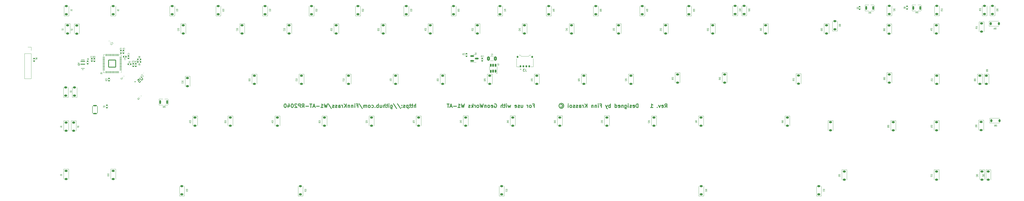
<source format=gbr>
%TF.GenerationSoftware,KiCad,Pcbnew,7.0.2*%
%TF.CreationDate,2023-07-26T10:20:05+10:00*%
%TF.ProjectId,W1-AT PCB,57312d41-5420-4504-9342-2e6b69636164,rev?*%
%TF.SameCoordinates,Original*%
%TF.FileFunction,Legend,Bot*%
%TF.FilePolarity,Positive*%
%FSLAX46Y46*%
G04 Gerber Fmt 4.6, Leading zero omitted, Abs format (unit mm)*
G04 Created by KiCad (PCBNEW 7.0.2) date 2023-07-26 10:20:05*
%MOMM*%
%LPD*%
G01*
G04 APERTURE LIST*
G04 Aperture macros list*
%AMRoundRect*
0 Rectangle with rounded corners*
0 $1 Rounding radius*
0 $2 $3 $4 $5 $6 $7 $8 $9 X,Y pos of 4 corners*
0 Add a 4 corners polygon primitive as box body*
4,1,4,$2,$3,$4,$5,$6,$7,$8,$9,$2,$3,0*
0 Add four circle primitives for the rounded corners*
1,1,$1+$1,$2,$3*
1,1,$1+$1,$4,$5*
1,1,$1+$1,$6,$7*
1,1,$1+$1,$8,$9*
0 Add four rect primitives between the rounded corners*
20,1,$1+$1,$2,$3,$4,$5,0*
20,1,$1+$1,$4,$5,$6,$7,0*
20,1,$1+$1,$6,$7,$8,$9,0*
20,1,$1+$1,$8,$9,$2,$3,0*%
G04 Aperture macros list end*
%ADD10C,0.300000*%
%ADD11C,0.100000*%
%ADD12C,0.150000*%
%ADD13C,0.254000*%
%ADD14C,0.120000*%
%ADD15C,0.250000*%
%ADD16C,0.200000*%
%ADD17C,0.127000*%
%ADD18C,1.750000*%
%ADD19C,3.987800*%
%ADD20C,2.300000*%
%ADD21C,4.000000*%
%ADD22RoundRect,0.225000X0.375000X-0.225000X0.375000X0.225000X-0.375000X0.225000X-0.375000X-0.225000X0*%
%ADD23RoundRect,0.250000X-0.375000X-0.625000X0.375000X-0.625000X0.375000X0.625000X-0.375000X0.625000X0*%
%ADD24RoundRect,0.225000X-0.375000X0.225000X-0.375000X-0.225000X0.375000X-0.225000X0.375000X0.225000X0*%
%ADD25RoundRect,0.150000X-0.150000X-0.275000X0.150000X-0.275000X0.150000X0.275000X-0.150000X0.275000X0*%
%ADD26RoundRect,0.175000X-0.175000X-0.225000X0.175000X-0.225000X0.175000X0.225000X-0.175000X0.225000X0*%
%ADD27RoundRect,0.050000X0.050000X-0.387500X0.050000X0.387500X-0.050000X0.387500X-0.050000X-0.387500X0*%
%ADD28RoundRect,0.050000X0.387500X-0.050000X0.387500X0.050000X-0.387500X0.050000X-0.387500X-0.050000X0*%
%ADD29RoundRect,0.144000X1.456000X-1.456000X1.456000X1.456000X-1.456000X1.456000X-1.456000X-1.456000X0*%
%ADD30RoundRect,0.135000X0.135000X0.185000X-0.135000X0.185000X-0.135000X-0.185000X0.135000X-0.185000X0*%
%ADD31R,1.700000X1.700000*%
%ADD32O,1.700000X1.700000*%
%ADD33RoundRect,0.135000X-0.185000X0.135000X-0.185000X-0.135000X0.185000X-0.135000X0.185000X0.135000X0*%
%ADD34RoundRect,0.140000X-0.170000X0.140000X-0.170000X-0.140000X0.170000X-0.140000X0.170000X0.140000X0*%
%ADD35RoundRect,0.150000X0.150000X-0.600000X0.150000X0.600000X-0.150000X0.600000X-0.150000X-0.600000X0*%
%ADD36RoundRect,0.225000X-0.225000X-0.375000X0.225000X-0.375000X0.225000X0.375000X-0.225000X0.375000X0*%
%ADD37RoundRect,0.140000X-0.140000X-0.170000X0.140000X-0.170000X0.140000X0.170000X-0.140000X0.170000X0*%
%ADD38RoundRect,0.140000X-0.219203X-0.021213X-0.021213X-0.219203X0.219203X0.021213X0.021213X0.219203X0*%
%ADD39RoundRect,0.140000X0.170000X-0.140000X0.170000X0.140000X-0.170000X0.140000X-0.170000X-0.140000X0*%
%ADD40RoundRect,0.135000X0.226274X0.035355X0.035355X0.226274X-0.226274X-0.035355X-0.035355X-0.226274X0*%
%ADD41RoundRect,0.150000X0.150000X-0.475000X0.150000X0.475000X-0.150000X0.475000X-0.150000X-0.475000X0*%
%ADD42RoundRect,0.140000X0.219203X0.021213X0.021213X0.219203X-0.219203X-0.021213X-0.021213X-0.219203X0*%
%ADD43RoundRect,0.075000X-0.318198X-0.212132X-0.212132X-0.318198X0.318198X0.212132X0.212132X0.318198X0*%
%ADD44RoundRect,0.062500X0.494975X-0.583363X0.583363X-0.494975X-0.494975X0.583363X-0.583363X0.494975X0*%
%ADD45RoundRect,0.137500X0.612500X-0.137500X0.612500X0.137500X-0.612500X0.137500X-0.612500X-0.137500X0*%
%ADD46RoundRect,0.140000X0.021213X-0.219203X0.219203X-0.021213X-0.021213X0.219203X-0.219203X0.021213X0*%
%ADD47RoundRect,0.135000X0.185000X-0.135000X0.185000X0.135000X-0.185000X0.135000X-0.185000X-0.135000X0*%
%ADD48RoundRect,0.150000X-0.587500X-0.150000X0.587500X-0.150000X0.587500X0.150000X-0.587500X0.150000X0*%
%ADD49O,1.900000X0.400000*%
%ADD50RoundRect,0.100000X0.850000X-0.100000X0.850000X0.100000X-0.850000X0.100000X-0.850000X-0.100000X0*%
G04 APERTURE END LIST*
D10*
X250447099Y-44329928D02*
X250947099Y-43615642D01*
X251304242Y-44329928D02*
X251304242Y-42829928D01*
X251304242Y-42829928D02*
X250732813Y-42829928D01*
X250732813Y-42829928D02*
X250589956Y-42901357D01*
X250589956Y-42901357D02*
X250518527Y-42972785D01*
X250518527Y-42972785D02*
X250447099Y-43115642D01*
X250447099Y-43115642D02*
X250447099Y-43329928D01*
X250447099Y-43329928D02*
X250518527Y-43472785D01*
X250518527Y-43472785D02*
X250589956Y-43544214D01*
X250589956Y-43544214D02*
X250732813Y-43615642D01*
X250732813Y-43615642D02*
X251304242Y-43615642D01*
X249232813Y-44258500D02*
X249375670Y-44329928D01*
X249375670Y-44329928D02*
X249661385Y-44329928D01*
X249661385Y-44329928D02*
X249804242Y-44258500D01*
X249804242Y-44258500D02*
X249875670Y-44115642D01*
X249875670Y-44115642D02*
X249875670Y-43544214D01*
X249875670Y-43544214D02*
X249804242Y-43401357D01*
X249804242Y-43401357D02*
X249661385Y-43329928D01*
X249661385Y-43329928D02*
X249375670Y-43329928D01*
X249375670Y-43329928D02*
X249232813Y-43401357D01*
X249232813Y-43401357D02*
X249161385Y-43544214D01*
X249161385Y-43544214D02*
X249161385Y-43687071D01*
X249161385Y-43687071D02*
X249875670Y-43829928D01*
X248661385Y-43329928D02*
X248304242Y-44329928D01*
X248304242Y-44329928D02*
X247947099Y-43329928D01*
X247375671Y-44187071D02*
X247304242Y-44258500D01*
X247304242Y-44258500D02*
X247375671Y-44329928D01*
X247375671Y-44329928D02*
X247447099Y-44258500D01*
X247447099Y-44258500D02*
X247375671Y-44187071D01*
X247375671Y-44187071D02*
X247375671Y-44329928D01*
X244732813Y-44329928D02*
X245589956Y-44329928D01*
X245161385Y-44329928D02*
X245161385Y-42829928D01*
X245161385Y-42829928D02*
X245304242Y-43044214D01*
X245304242Y-43044214D02*
X245447099Y-43187071D01*
X245447099Y-43187071D02*
X245589956Y-43258500D01*
X239661385Y-44329928D02*
X239661385Y-42829928D01*
X239661385Y-42829928D02*
X239304242Y-42829928D01*
X239304242Y-42829928D02*
X239089956Y-42901357D01*
X239089956Y-42901357D02*
X238947099Y-43044214D01*
X238947099Y-43044214D02*
X238875670Y-43187071D01*
X238875670Y-43187071D02*
X238804242Y-43472785D01*
X238804242Y-43472785D02*
X238804242Y-43687071D01*
X238804242Y-43687071D02*
X238875670Y-43972785D01*
X238875670Y-43972785D02*
X238947099Y-44115642D01*
X238947099Y-44115642D02*
X239089956Y-44258500D01*
X239089956Y-44258500D02*
X239304242Y-44329928D01*
X239304242Y-44329928D02*
X239661385Y-44329928D01*
X237589956Y-44258500D02*
X237732813Y-44329928D01*
X237732813Y-44329928D02*
X238018528Y-44329928D01*
X238018528Y-44329928D02*
X238161385Y-44258500D01*
X238161385Y-44258500D02*
X238232813Y-44115642D01*
X238232813Y-44115642D02*
X238232813Y-43544214D01*
X238232813Y-43544214D02*
X238161385Y-43401357D01*
X238161385Y-43401357D02*
X238018528Y-43329928D01*
X238018528Y-43329928D02*
X237732813Y-43329928D01*
X237732813Y-43329928D02*
X237589956Y-43401357D01*
X237589956Y-43401357D02*
X237518528Y-43544214D01*
X237518528Y-43544214D02*
X237518528Y-43687071D01*
X237518528Y-43687071D02*
X238232813Y-43829928D01*
X236947099Y-44258500D02*
X236804242Y-44329928D01*
X236804242Y-44329928D02*
X236518528Y-44329928D01*
X236518528Y-44329928D02*
X236375671Y-44258500D01*
X236375671Y-44258500D02*
X236304242Y-44115642D01*
X236304242Y-44115642D02*
X236304242Y-44044214D01*
X236304242Y-44044214D02*
X236375671Y-43901357D01*
X236375671Y-43901357D02*
X236518528Y-43829928D01*
X236518528Y-43829928D02*
X236732814Y-43829928D01*
X236732814Y-43829928D02*
X236875671Y-43758500D01*
X236875671Y-43758500D02*
X236947099Y-43615642D01*
X236947099Y-43615642D02*
X236947099Y-43544214D01*
X236947099Y-43544214D02*
X236875671Y-43401357D01*
X236875671Y-43401357D02*
X236732814Y-43329928D01*
X236732814Y-43329928D02*
X236518528Y-43329928D01*
X236518528Y-43329928D02*
X236375671Y-43401357D01*
X235661385Y-44329928D02*
X235661385Y-43329928D01*
X235661385Y-42829928D02*
X235732813Y-42901357D01*
X235732813Y-42901357D02*
X235661385Y-42972785D01*
X235661385Y-42972785D02*
X235589956Y-42901357D01*
X235589956Y-42901357D02*
X235661385Y-42829928D01*
X235661385Y-42829928D02*
X235661385Y-42972785D01*
X234304242Y-43329928D02*
X234304242Y-44544214D01*
X234304242Y-44544214D02*
X234375670Y-44687071D01*
X234375670Y-44687071D02*
X234447099Y-44758500D01*
X234447099Y-44758500D02*
X234589956Y-44829928D01*
X234589956Y-44829928D02*
X234804242Y-44829928D01*
X234804242Y-44829928D02*
X234947099Y-44758500D01*
X234304242Y-44258500D02*
X234447099Y-44329928D01*
X234447099Y-44329928D02*
X234732813Y-44329928D01*
X234732813Y-44329928D02*
X234875670Y-44258500D01*
X234875670Y-44258500D02*
X234947099Y-44187071D01*
X234947099Y-44187071D02*
X235018527Y-44044214D01*
X235018527Y-44044214D02*
X235018527Y-43615642D01*
X235018527Y-43615642D02*
X234947099Y-43472785D01*
X234947099Y-43472785D02*
X234875670Y-43401357D01*
X234875670Y-43401357D02*
X234732813Y-43329928D01*
X234732813Y-43329928D02*
X234447099Y-43329928D01*
X234447099Y-43329928D02*
X234304242Y-43401357D01*
X233589956Y-43329928D02*
X233589956Y-44329928D01*
X233589956Y-43472785D02*
X233518527Y-43401357D01*
X233518527Y-43401357D02*
X233375670Y-43329928D01*
X233375670Y-43329928D02*
X233161384Y-43329928D01*
X233161384Y-43329928D02*
X233018527Y-43401357D01*
X233018527Y-43401357D02*
X232947099Y-43544214D01*
X232947099Y-43544214D02*
X232947099Y-44329928D01*
X231661384Y-44258500D02*
X231804241Y-44329928D01*
X231804241Y-44329928D02*
X232089956Y-44329928D01*
X232089956Y-44329928D02*
X232232813Y-44258500D01*
X232232813Y-44258500D02*
X232304241Y-44115642D01*
X232304241Y-44115642D02*
X232304241Y-43544214D01*
X232304241Y-43544214D02*
X232232813Y-43401357D01*
X232232813Y-43401357D02*
X232089956Y-43329928D01*
X232089956Y-43329928D02*
X231804241Y-43329928D01*
X231804241Y-43329928D02*
X231661384Y-43401357D01*
X231661384Y-43401357D02*
X231589956Y-43544214D01*
X231589956Y-43544214D02*
X231589956Y-43687071D01*
X231589956Y-43687071D02*
X232304241Y-43829928D01*
X230304242Y-44329928D02*
X230304242Y-42829928D01*
X230304242Y-44258500D02*
X230447099Y-44329928D01*
X230447099Y-44329928D02*
X230732813Y-44329928D01*
X230732813Y-44329928D02*
X230875670Y-44258500D01*
X230875670Y-44258500D02*
X230947099Y-44187071D01*
X230947099Y-44187071D02*
X231018527Y-44044214D01*
X231018527Y-44044214D02*
X231018527Y-43615642D01*
X231018527Y-43615642D02*
X230947099Y-43472785D01*
X230947099Y-43472785D02*
X230875670Y-43401357D01*
X230875670Y-43401357D02*
X230732813Y-43329928D01*
X230732813Y-43329928D02*
X230447099Y-43329928D01*
X230447099Y-43329928D02*
X230304242Y-43401357D01*
X228447099Y-44329928D02*
X228447099Y-42829928D01*
X228447099Y-43401357D02*
X228304242Y-43329928D01*
X228304242Y-43329928D02*
X228018527Y-43329928D01*
X228018527Y-43329928D02*
X227875670Y-43401357D01*
X227875670Y-43401357D02*
X227804242Y-43472785D01*
X227804242Y-43472785D02*
X227732813Y-43615642D01*
X227732813Y-43615642D02*
X227732813Y-44044214D01*
X227732813Y-44044214D02*
X227804242Y-44187071D01*
X227804242Y-44187071D02*
X227875670Y-44258500D01*
X227875670Y-44258500D02*
X228018527Y-44329928D01*
X228018527Y-44329928D02*
X228304242Y-44329928D01*
X228304242Y-44329928D02*
X228447099Y-44258500D01*
X227232813Y-43329928D02*
X226875670Y-44329928D01*
X226518527Y-43329928D02*
X226875670Y-44329928D01*
X226875670Y-44329928D02*
X227018527Y-44687071D01*
X227018527Y-44687071D02*
X227089956Y-44758500D01*
X227089956Y-44758500D02*
X227232813Y-44829928D01*
X224304242Y-43544214D02*
X224804242Y-43544214D01*
X224804242Y-44329928D02*
X224804242Y-42829928D01*
X224804242Y-42829928D02*
X224089956Y-42829928D01*
X223518528Y-44329928D02*
X223518528Y-43329928D01*
X223518528Y-42829928D02*
X223589956Y-42901357D01*
X223589956Y-42901357D02*
X223518528Y-42972785D01*
X223518528Y-42972785D02*
X223447099Y-42901357D01*
X223447099Y-42901357D02*
X223518528Y-42829928D01*
X223518528Y-42829928D02*
X223518528Y-42972785D01*
X222804242Y-43329928D02*
X222804242Y-44329928D01*
X222804242Y-43472785D02*
X222732813Y-43401357D01*
X222732813Y-43401357D02*
X222589956Y-43329928D01*
X222589956Y-43329928D02*
X222375670Y-43329928D01*
X222375670Y-43329928D02*
X222232813Y-43401357D01*
X222232813Y-43401357D02*
X222161385Y-43544214D01*
X222161385Y-43544214D02*
X222161385Y-44329928D01*
X221447099Y-43329928D02*
X221447099Y-44329928D01*
X221447099Y-43472785D02*
X221375670Y-43401357D01*
X221375670Y-43401357D02*
X221232813Y-43329928D01*
X221232813Y-43329928D02*
X221018527Y-43329928D01*
X221018527Y-43329928D02*
X220875670Y-43401357D01*
X220875670Y-43401357D02*
X220804242Y-43544214D01*
X220804242Y-43544214D02*
X220804242Y-44329928D01*
X218947099Y-44329928D02*
X218947099Y-42829928D01*
X218089956Y-44329928D02*
X218732813Y-43472785D01*
X218089956Y-42829928D02*
X218947099Y-43687071D01*
X217447099Y-44329928D02*
X217447099Y-43329928D01*
X217447099Y-43615642D02*
X217375670Y-43472785D01*
X217375670Y-43472785D02*
X217304242Y-43401357D01*
X217304242Y-43401357D02*
X217161384Y-43329928D01*
X217161384Y-43329928D02*
X217018527Y-43329928D01*
X215875671Y-44329928D02*
X215875671Y-43544214D01*
X215875671Y-43544214D02*
X215947099Y-43401357D01*
X215947099Y-43401357D02*
X216089956Y-43329928D01*
X216089956Y-43329928D02*
X216375671Y-43329928D01*
X216375671Y-43329928D02*
X216518528Y-43401357D01*
X215875671Y-44258500D02*
X216018528Y-44329928D01*
X216018528Y-44329928D02*
X216375671Y-44329928D01*
X216375671Y-44329928D02*
X216518528Y-44258500D01*
X216518528Y-44258500D02*
X216589956Y-44115642D01*
X216589956Y-44115642D02*
X216589956Y-43972785D01*
X216589956Y-43972785D02*
X216518528Y-43829928D01*
X216518528Y-43829928D02*
X216375671Y-43758500D01*
X216375671Y-43758500D02*
X216018528Y-43758500D01*
X216018528Y-43758500D02*
X215875671Y-43687071D01*
X215232813Y-44258500D02*
X215089956Y-44329928D01*
X215089956Y-44329928D02*
X214804242Y-44329928D01*
X214804242Y-44329928D02*
X214661385Y-44258500D01*
X214661385Y-44258500D02*
X214589956Y-44115642D01*
X214589956Y-44115642D02*
X214589956Y-44044214D01*
X214589956Y-44044214D02*
X214661385Y-43901357D01*
X214661385Y-43901357D02*
X214804242Y-43829928D01*
X214804242Y-43829928D02*
X215018528Y-43829928D01*
X215018528Y-43829928D02*
X215161385Y-43758500D01*
X215161385Y-43758500D02*
X215232813Y-43615642D01*
X215232813Y-43615642D02*
X215232813Y-43544214D01*
X215232813Y-43544214D02*
X215161385Y-43401357D01*
X215161385Y-43401357D02*
X215018528Y-43329928D01*
X215018528Y-43329928D02*
X214804242Y-43329928D01*
X214804242Y-43329928D02*
X214661385Y-43401357D01*
X214018527Y-44258500D02*
X213875670Y-44329928D01*
X213875670Y-44329928D02*
X213589956Y-44329928D01*
X213589956Y-44329928D02*
X213447099Y-44258500D01*
X213447099Y-44258500D02*
X213375670Y-44115642D01*
X213375670Y-44115642D02*
X213375670Y-44044214D01*
X213375670Y-44044214D02*
X213447099Y-43901357D01*
X213447099Y-43901357D02*
X213589956Y-43829928D01*
X213589956Y-43829928D02*
X213804242Y-43829928D01*
X213804242Y-43829928D02*
X213947099Y-43758500D01*
X213947099Y-43758500D02*
X214018527Y-43615642D01*
X214018527Y-43615642D02*
X214018527Y-43544214D01*
X214018527Y-43544214D02*
X213947099Y-43401357D01*
X213947099Y-43401357D02*
X213804242Y-43329928D01*
X213804242Y-43329928D02*
X213589956Y-43329928D01*
X213589956Y-43329928D02*
X213447099Y-43401357D01*
X212518527Y-44329928D02*
X212661384Y-44258500D01*
X212661384Y-44258500D02*
X212732813Y-44187071D01*
X212732813Y-44187071D02*
X212804241Y-44044214D01*
X212804241Y-44044214D02*
X212804241Y-43615642D01*
X212804241Y-43615642D02*
X212732813Y-43472785D01*
X212732813Y-43472785D02*
X212661384Y-43401357D01*
X212661384Y-43401357D02*
X212518527Y-43329928D01*
X212518527Y-43329928D02*
X212304241Y-43329928D01*
X212304241Y-43329928D02*
X212161384Y-43401357D01*
X212161384Y-43401357D02*
X212089956Y-43472785D01*
X212089956Y-43472785D02*
X212018527Y-43615642D01*
X212018527Y-43615642D02*
X212018527Y-44044214D01*
X212018527Y-44044214D02*
X212089956Y-44187071D01*
X212089956Y-44187071D02*
X212161384Y-44258500D01*
X212161384Y-44258500D02*
X212304241Y-44329928D01*
X212304241Y-44329928D02*
X212518527Y-44329928D01*
X211375670Y-44329928D02*
X211375670Y-43329928D01*
X211375670Y-42829928D02*
X211447098Y-42901357D01*
X211447098Y-42901357D02*
X211375670Y-42972785D01*
X211375670Y-42972785D02*
X211304241Y-42901357D01*
X211304241Y-42901357D02*
X211375670Y-42829928D01*
X211375670Y-42829928D02*
X211375670Y-42972785D01*
X208304241Y-43187071D02*
X208447098Y-43115642D01*
X208447098Y-43115642D02*
X208732812Y-43115642D01*
X208732812Y-43115642D02*
X208875670Y-43187071D01*
X208875670Y-43187071D02*
X209018527Y-43329928D01*
X209018527Y-43329928D02*
X209089955Y-43472785D01*
X209089955Y-43472785D02*
X209089955Y-43758500D01*
X209089955Y-43758500D02*
X209018527Y-43901357D01*
X209018527Y-43901357D02*
X208875670Y-44044214D01*
X208875670Y-44044214D02*
X208732812Y-44115642D01*
X208732812Y-44115642D02*
X208447098Y-44115642D01*
X208447098Y-44115642D02*
X208304241Y-44044214D01*
X208589955Y-42615642D02*
X208947098Y-42687071D01*
X208947098Y-42687071D02*
X209304241Y-42901357D01*
X209304241Y-42901357D02*
X209518527Y-43258500D01*
X209518527Y-43258500D02*
X209589955Y-43615642D01*
X209589955Y-43615642D02*
X209518527Y-43972785D01*
X209518527Y-43972785D02*
X209304241Y-44329928D01*
X209304241Y-44329928D02*
X208947098Y-44544214D01*
X208947098Y-44544214D02*
X208589955Y-44615642D01*
X208589955Y-44615642D02*
X208232812Y-44544214D01*
X208232812Y-44544214D02*
X207875670Y-44329928D01*
X207875670Y-44329928D02*
X207661384Y-43972785D01*
X207661384Y-43972785D02*
X207589955Y-43615642D01*
X207589955Y-43615642D02*
X207661384Y-43258500D01*
X207661384Y-43258500D02*
X207875670Y-42901357D01*
X207875670Y-42901357D02*
X208232812Y-42687071D01*
X208232812Y-42687071D02*
X208589955Y-42615642D01*
X197161385Y-43544214D02*
X197661385Y-43544214D01*
X197661385Y-44329928D02*
X197661385Y-42829928D01*
X197661385Y-42829928D02*
X196947099Y-42829928D01*
X196161385Y-44329928D02*
X196304242Y-44258500D01*
X196304242Y-44258500D02*
X196375671Y-44187071D01*
X196375671Y-44187071D02*
X196447099Y-44044214D01*
X196447099Y-44044214D02*
X196447099Y-43615642D01*
X196447099Y-43615642D02*
X196375671Y-43472785D01*
X196375671Y-43472785D02*
X196304242Y-43401357D01*
X196304242Y-43401357D02*
X196161385Y-43329928D01*
X196161385Y-43329928D02*
X195947099Y-43329928D01*
X195947099Y-43329928D02*
X195804242Y-43401357D01*
X195804242Y-43401357D02*
X195732814Y-43472785D01*
X195732814Y-43472785D02*
X195661385Y-43615642D01*
X195661385Y-43615642D02*
X195661385Y-44044214D01*
X195661385Y-44044214D02*
X195732814Y-44187071D01*
X195732814Y-44187071D02*
X195804242Y-44258500D01*
X195804242Y-44258500D02*
X195947099Y-44329928D01*
X195947099Y-44329928D02*
X196161385Y-44329928D01*
X195018528Y-44329928D02*
X195018528Y-43329928D01*
X195018528Y-43615642D02*
X194947099Y-43472785D01*
X194947099Y-43472785D02*
X194875671Y-43401357D01*
X194875671Y-43401357D02*
X194732813Y-43329928D01*
X194732813Y-43329928D02*
X194589956Y-43329928D01*
X192304243Y-43329928D02*
X192304243Y-44329928D01*
X192947100Y-43329928D02*
X192947100Y-44115642D01*
X192947100Y-44115642D02*
X192875671Y-44258500D01*
X192875671Y-44258500D02*
X192732814Y-44329928D01*
X192732814Y-44329928D02*
X192518528Y-44329928D01*
X192518528Y-44329928D02*
X192375671Y-44258500D01*
X192375671Y-44258500D02*
X192304243Y-44187071D01*
X191661385Y-44258500D02*
X191518528Y-44329928D01*
X191518528Y-44329928D02*
X191232814Y-44329928D01*
X191232814Y-44329928D02*
X191089957Y-44258500D01*
X191089957Y-44258500D02*
X191018528Y-44115642D01*
X191018528Y-44115642D02*
X191018528Y-44044214D01*
X191018528Y-44044214D02*
X191089957Y-43901357D01*
X191089957Y-43901357D02*
X191232814Y-43829928D01*
X191232814Y-43829928D02*
X191447100Y-43829928D01*
X191447100Y-43829928D02*
X191589957Y-43758500D01*
X191589957Y-43758500D02*
X191661385Y-43615642D01*
X191661385Y-43615642D02*
X191661385Y-43544214D01*
X191661385Y-43544214D02*
X191589957Y-43401357D01*
X191589957Y-43401357D02*
X191447100Y-43329928D01*
X191447100Y-43329928D02*
X191232814Y-43329928D01*
X191232814Y-43329928D02*
X191089957Y-43401357D01*
X189804242Y-44258500D02*
X189947099Y-44329928D01*
X189947099Y-44329928D02*
X190232814Y-44329928D01*
X190232814Y-44329928D02*
X190375671Y-44258500D01*
X190375671Y-44258500D02*
X190447099Y-44115642D01*
X190447099Y-44115642D02*
X190447099Y-43544214D01*
X190447099Y-43544214D02*
X190375671Y-43401357D01*
X190375671Y-43401357D02*
X190232814Y-43329928D01*
X190232814Y-43329928D02*
X189947099Y-43329928D01*
X189947099Y-43329928D02*
X189804242Y-43401357D01*
X189804242Y-43401357D02*
X189732814Y-43544214D01*
X189732814Y-43544214D02*
X189732814Y-43687071D01*
X189732814Y-43687071D02*
X190447099Y-43829928D01*
X188089957Y-43329928D02*
X187804243Y-44329928D01*
X187804243Y-44329928D02*
X187518528Y-43615642D01*
X187518528Y-43615642D02*
X187232814Y-44329928D01*
X187232814Y-44329928D02*
X186947100Y-43329928D01*
X186375671Y-44329928D02*
X186375671Y-43329928D01*
X186375671Y-42829928D02*
X186447099Y-42901357D01*
X186447099Y-42901357D02*
X186375671Y-42972785D01*
X186375671Y-42972785D02*
X186304242Y-42901357D01*
X186304242Y-42901357D02*
X186375671Y-42829928D01*
X186375671Y-42829928D02*
X186375671Y-42972785D01*
X185875670Y-43329928D02*
X185304242Y-43329928D01*
X185661385Y-42829928D02*
X185661385Y-44115642D01*
X185661385Y-44115642D02*
X185589956Y-44258500D01*
X185589956Y-44258500D02*
X185447099Y-44329928D01*
X185447099Y-44329928D02*
X185304242Y-44329928D01*
X184804242Y-44329928D02*
X184804242Y-42829928D01*
X184161385Y-44329928D02*
X184161385Y-43544214D01*
X184161385Y-43544214D02*
X184232813Y-43401357D01*
X184232813Y-43401357D02*
X184375670Y-43329928D01*
X184375670Y-43329928D02*
X184589956Y-43329928D01*
X184589956Y-43329928D02*
X184732813Y-43401357D01*
X184732813Y-43401357D02*
X184804242Y-43472785D01*
X181518527Y-42901357D02*
X181661385Y-42829928D01*
X181661385Y-42829928D02*
X181875670Y-42829928D01*
X181875670Y-42829928D02*
X182089956Y-42901357D01*
X182089956Y-42901357D02*
X182232813Y-43044214D01*
X182232813Y-43044214D02*
X182304242Y-43187071D01*
X182304242Y-43187071D02*
X182375670Y-43472785D01*
X182375670Y-43472785D02*
X182375670Y-43687071D01*
X182375670Y-43687071D02*
X182304242Y-43972785D01*
X182304242Y-43972785D02*
X182232813Y-44115642D01*
X182232813Y-44115642D02*
X182089956Y-44258500D01*
X182089956Y-44258500D02*
X181875670Y-44329928D01*
X181875670Y-44329928D02*
X181732813Y-44329928D01*
X181732813Y-44329928D02*
X181518527Y-44258500D01*
X181518527Y-44258500D02*
X181447099Y-44187071D01*
X181447099Y-44187071D02*
X181447099Y-43687071D01*
X181447099Y-43687071D02*
X181732813Y-43687071D01*
X180232813Y-44258500D02*
X180375670Y-44329928D01*
X180375670Y-44329928D02*
X180661385Y-44329928D01*
X180661385Y-44329928D02*
X180804242Y-44258500D01*
X180804242Y-44258500D02*
X180875670Y-44115642D01*
X180875670Y-44115642D02*
X180875670Y-43544214D01*
X180875670Y-43544214D02*
X180804242Y-43401357D01*
X180804242Y-43401357D02*
X180661385Y-43329928D01*
X180661385Y-43329928D02*
X180375670Y-43329928D01*
X180375670Y-43329928D02*
X180232813Y-43401357D01*
X180232813Y-43401357D02*
X180161385Y-43544214D01*
X180161385Y-43544214D02*
X180161385Y-43687071D01*
X180161385Y-43687071D02*
X180875670Y-43829928D01*
X179304242Y-44329928D02*
X179447099Y-44258500D01*
X179447099Y-44258500D02*
X179518528Y-44187071D01*
X179518528Y-44187071D02*
X179589956Y-44044214D01*
X179589956Y-44044214D02*
X179589956Y-43615642D01*
X179589956Y-43615642D02*
X179518528Y-43472785D01*
X179518528Y-43472785D02*
X179447099Y-43401357D01*
X179447099Y-43401357D02*
X179304242Y-43329928D01*
X179304242Y-43329928D02*
X179089956Y-43329928D01*
X179089956Y-43329928D02*
X178947099Y-43401357D01*
X178947099Y-43401357D02*
X178875671Y-43472785D01*
X178875671Y-43472785D02*
X178804242Y-43615642D01*
X178804242Y-43615642D02*
X178804242Y-44044214D01*
X178804242Y-44044214D02*
X178875671Y-44187071D01*
X178875671Y-44187071D02*
X178947099Y-44258500D01*
X178947099Y-44258500D02*
X179089956Y-44329928D01*
X179089956Y-44329928D02*
X179304242Y-44329928D01*
X178161385Y-43329928D02*
X178161385Y-44329928D01*
X178161385Y-43472785D02*
X178089956Y-43401357D01*
X178089956Y-43401357D02*
X177947099Y-43329928D01*
X177947099Y-43329928D02*
X177732813Y-43329928D01*
X177732813Y-43329928D02*
X177589956Y-43401357D01*
X177589956Y-43401357D02*
X177518528Y-43544214D01*
X177518528Y-43544214D02*
X177518528Y-44329928D01*
X176947099Y-42829928D02*
X176589956Y-44329928D01*
X176589956Y-44329928D02*
X176304242Y-43258500D01*
X176304242Y-43258500D02*
X176018527Y-44329928D01*
X176018527Y-44329928D02*
X175661385Y-42829928D01*
X174875670Y-44329928D02*
X175018527Y-44258500D01*
X175018527Y-44258500D02*
X175089956Y-44187071D01*
X175089956Y-44187071D02*
X175161384Y-44044214D01*
X175161384Y-44044214D02*
X175161384Y-43615642D01*
X175161384Y-43615642D02*
X175089956Y-43472785D01*
X175089956Y-43472785D02*
X175018527Y-43401357D01*
X175018527Y-43401357D02*
X174875670Y-43329928D01*
X174875670Y-43329928D02*
X174661384Y-43329928D01*
X174661384Y-43329928D02*
X174518527Y-43401357D01*
X174518527Y-43401357D02*
X174447099Y-43472785D01*
X174447099Y-43472785D02*
X174375670Y-43615642D01*
X174375670Y-43615642D02*
X174375670Y-44044214D01*
X174375670Y-44044214D02*
X174447099Y-44187071D01*
X174447099Y-44187071D02*
X174518527Y-44258500D01*
X174518527Y-44258500D02*
X174661384Y-44329928D01*
X174661384Y-44329928D02*
X174875670Y-44329928D01*
X173732813Y-44329928D02*
X173732813Y-43329928D01*
X173732813Y-43615642D02*
X173661384Y-43472785D01*
X173661384Y-43472785D02*
X173589956Y-43401357D01*
X173589956Y-43401357D02*
X173447098Y-43329928D01*
X173447098Y-43329928D02*
X173304241Y-43329928D01*
X172804242Y-44329928D02*
X172804242Y-42829928D01*
X172661385Y-43758500D02*
X172232813Y-44329928D01*
X172232813Y-43329928D02*
X172804242Y-43901357D01*
X171661384Y-44258500D02*
X171518527Y-44329928D01*
X171518527Y-44329928D02*
X171232813Y-44329928D01*
X171232813Y-44329928D02*
X171089956Y-44258500D01*
X171089956Y-44258500D02*
X171018527Y-44115642D01*
X171018527Y-44115642D02*
X171018527Y-44044214D01*
X171018527Y-44044214D02*
X171089956Y-43901357D01*
X171089956Y-43901357D02*
X171232813Y-43829928D01*
X171232813Y-43829928D02*
X171447099Y-43829928D01*
X171447099Y-43829928D02*
X171589956Y-43758500D01*
X171589956Y-43758500D02*
X171661384Y-43615642D01*
X171661384Y-43615642D02*
X171661384Y-43544214D01*
X171661384Y-43544214D02*
X171589956Y-43401357D01*
X171589956Y-43401357D02*
X171447099Y-43329928D01*
X171447099Y-43329928D02*
X171232813Y-43329928D01*
X171232813Y-43329928D02*
X171089956Y-43401357D01*
X169375670Y-42829928D02*
X169018527Y-44329928D01*
X169018527Y-44329928D02*
X168732813Y-43258500D01*
X168732813Y-43258500D02*
X168447098Y-44329928D01*
X168447098Y-44329928D02*
X168089956Y-42829928D01*
X166732812Y-44329928D02*
X167589955Y-44329928D01*
X167161384Y-44329928D02*
X167161384Y-42829928D01*
X167161384Y-42829928D02*
X167304241Y-43044214D01*
X167304241Y-43044214D02*
X167447098Y-43187071D01*
X167447098Y-43187071D02*
X167589955Y-43258500D01*
X166089956Y-43758500D02*
X164947099Y-43758500D01*
X164304241Y-43901357D02*
X163589956Y-43901357D01*
X164447098Y-44329928D02*
X163947098Y-42829928D01*
X163947098Y-42829928D02*
X163447098Y-44329928D01*
X163161384Y-42829928D02*
X162304242Y-42829928D01*
X162732813Y-44329928D02*
X162732813Y-42829928D01*
X149661385Y-44329928D02*
X149661385Y-42829928D01*
X149018528Y-44329928D02*
X149018528Y-43544214D01*
X149018528Y-43544214D02*
X149089956Y-43401357D01*
X149089956Y-43401357D02*
X149232813Y-43329928D01*
X149232813Y-43329928D02*
X149447099Y-43329928D01*
X149447099Y-43329928D02*
X149589956Y-43401357D01*
X149589956Y-43401357D02*
X149661385Y-43472785D01*
X148518527Y-43329928D02*
X147947099Y-43329928D01*
X148304242Y-42829928D02*
X148304242Y-44115642D01*
X148304242Y-44115642D02*
X148232813Y-44258500D01*
X148232813Y-44258500D02*
X148089956Y-44329928D01*
X148089956Y-44329928D02*
X147947099Y-44329928D01*
X147661384Y-43329928D02*
X147089956Y-43329928D01*
X147447099Y-42829928D02*
X147447099Y-44115642D01*
X147447099Y-44115642D02*
X147375670Y-44258500D01*
X147375670Y-44258500D02*
X147232813Y-44329928D01*
X147232813Y-44329928D02*
X147089956Y-44329928D01*
X146589956Y-43329928D02*
X146589956Y-44829928D01*
X146589956Y-43401357D02*
X146447099Y-43329928D01*
X146447099Y-43329928D02*
X146161384Y-43329928D01*
X146161384Y-43329928D02*
X146018527Y-43401357D01*
X146018527Y-43401357D02*
X145947099Y-43472785D01*
X145947099Y-43472785D02*
X145875670Y-43615642D01*
X145875670Y-43615642D02*
X145875670Y-44044214D01*
X145875670Y-44044214D02*
X145947099Y-44187071D01*
X145947099Y-44187071D02*
X146018527Y-44258500D01*
X146018527Y-44258500D02*
X146161384Y-44329928D01*
X146161384Y-44329928D02*
X146447099Y-44329928D01*
X146447099Y-44329928D02*
X146589956Y-44258500D01*
X145304241Y-44258500D02*
X145161384Y-44329928D01*
X145161384Y-44329928D02*
X144875670Y-44329928D01*
X144875670Y-44329928D02*
X144732813Y-44258500D01*
X144732813Y-44258500D02*
X144661384Y-44115642D01*
X144661384Y-44115642D02*
X144661384Y-44044214D01*
X144661384Y-44044214D02*
X144732813Y-43901357D01*
X144732813Y-43901357D02*
X144875670Y-43829928D01*
X144875670Y-43829928D02*
X145089956Y-43829928D01*
X145089956Y-43829928D02*
X145232813Y-43758500D01*
X145232813Y-43758500D02*
X145304241Y-43615642D01*
X145304241Y-43615642D02*
X145304241Y-43544214D01*
X145304241Y-43544214D02*
X145232813Y-43401357D01*
X145232813Y-43401357D02*
X145089956Y-43329928D01*
X145089956Y-43329928D02*
X144875670Y-43329928D01*
X144875670Y-43329928D02*
X144732813Y-43401357D01*
X144018527Y-44187071D02*
X143947098Y-44258500D01*
X143947098Y-44258500D02*
X144018527Y-44329928D01*
X144018527Y-44329928D02*
X144089955Y-44258500D01*
X144089955Y-44258500D02*
X144018527Y-44187071D01*
X144018527Y-44187071D02*
X144018527Y-44329928D01*
X144018527Y-43401357D02*
X143947098Y-43472785D01*
X143947098Y-43472785D02*
X144018527Y-43544214D01*
X144018527Y-43544214D02*
X144089955Y-43472785D01*
X144089955Y-43472785D02*
X144018527Y-43401357D01*
X144018527Y-43401357D02*
X144018527Y-43544214D01*
X142232812Y-42758500D02*
X143518526Y-44687071D01*
X140661383Y-42758500D02*
X141947097Y-44687071D01*
X139518526Y-43329928D02*
X139518526Y-44544214D01*
X139518526Y-44544214D02*
X139589954Y-44687071D01*
X139589954Y-44687071D02*
X139661383Y-44758500D01*
X139661383Y-44758500D02*
X139804240Y-44829928D01*
X139804240Y-44829928D02*
X140018526Y-44829928D01*
X140018526Y-44829928D02*
X140161383Y-44758500D01*
X139518526Y-44258500D02*
X139661383Y-44329928D01*
X139661383Y-44329928D02*
X139947097Y-44329928D01*
X139947097Y-44329928D02*
X140089954Y-44258500D01*
X140089954Y-44258500D02*
X140161383Y-44187071D01*
X140161383Y-44187071D02*
X140232811Y-44044214D01*
X140232811Y-44044214D02*
X140232811Y-43615642D01*
X140232811Y-43615642D02*
X140161383Y-43472785D01*
X140161383Y-43472785D02*
X140089954Y-43401357D01*
X140089954Y-43401357D02*
X139947097Y-43329928D01*
X139947097Y-43329928D02*
X139661383Y-43329928D01*
X139661383Y-43329928D02*
X139518526Y-43401357D01*
X138804240Y-44329928D02*
X138804240Y-43329928D01*
X138804240Y-42829928D02*
X138875668Y-42901357D01*
X138875668Y-42901357D02*
X138804240Y-42972785D01*
X138804240Y-42972785D02*
X138732811Y-42901357D01*
X138732811Y-42901357D02*
X138804240Y-42829928D01*
X138804240Y-42829928D02*
X138804240Y-42972785D01*
X138304239Y-43329928D02*
X137732811Y-43329928D01*
X138089954Y-42829928D02*
X138089954Y-44115642D01*
X138089954Y-44115642D02*
X138018525Y-44258500D01*
X138018525Y-44258500D02*
X137875668Y-44329928D01*
X137875668Y-44329928D02*
X137732811Y-44329928D01*
X137232811Y-44329928D02*
X137232811Y-42829928D01*
X136589954Y-44329928D02*
X136589954Y-43544214D01*
X136589954Y-43544214D02*
X136661382Y-43401357D01*
X136661382Y-43401357D02*
X136804239Y-43329928D01*
X136804239Y-43329928D02*
X137018525Y-43329928D01*
X137018525Y-43329928D02*
X137161382Y-43401357D01*
X137161382Y-43401357D02*
X137232811Y-43472785D01*
X135232811Y-43329928D02*
X135232811Y-44329928D01*
X135875668Y-43329928D02*
X135875668Y-44115642D01*
X135875668Y-44115642D02*
X135804239Y-44258500D01*
X135804239Y-44258500D02*
X135661382Y-44329928D01*
X135661382Y-44329928D02*
X135447096Y-44329928D01*
X135447096Y-44329928D02*
X135304239Y-44258500D01*
X135304239Y-44258500D02*
X135232811Y-44187071D01*
X134518525Y-44329928D02*
X134518525Y-42829928D01*
X134518525Y-43401357D02*
X134375668Y-43329928D01*
X134375668Y-43329928D02*
X134089953Y-43329928D01*
X134089953Y-43329928D02*
X133947096Y-43401357D01*
X133947096Y-43401357D02*
X133875668Y-43472785D01*
X133875668Y-43472785D02*
X133804239Y-43615642D01*
X133804239Y-43615642D02*
X133804239Y-44044214D01*
X133804239Y-44044214D02*
X133875668Y-44187071D01*
X133875668Y-44187071D02*
X133947096Y-44258500D01*
X133947096Y-44258500D02*
X134089953Y-44329928D01*
X134089953Y-44329928D02*
X134375668Y-44329928D01*
X134375668Y-44329928D02*
X134518525Y-44258500D01*
X133161382Y-44187071D02*
X133089953Y-44258500D01*
X133089953Y-44258500D02*
X133161382Y-44329928D01*
X133161382Y-44329928D02*
X133232810Y-44258500D01*
X133232810Y-44258500D02*
X133161382Y-44187071D01*
X133161382Y-44187071D02*
X133161382Y-44329928D01*
X131804239Y-44258500D02*
X131947096Y-44329928D01*
X131947096Y-44329928D02*
X132232810Y-44329928D01*
X132232810Y-44329928D02*
X132375667Y-44258500D01*
X132375667Y-44258500D02*
X132447096Y-44187071D01*
X132447096Y-44187071D02*
X132518524Y-44044214D01*
X132518524Y-44044214D02*
X132518524Y-43615642D01*
X132518524Y-43615642D02*
X132447096Y-43472785D01*
X132447096Y-43472785D02*
X132375667Y-43401357D01*
X132375667Y-43401357D02*
X132232810Y-43329928D01*
X132232810Y-43329928D02*
X131947096Y-43329928D01*
X131947096Y-43329928D02*
X131804239Y-43401357D01*
X130947096Y-44329928D02*
X131089953Y-44258500D01*
X131089953Y-44258500D02*
X131161382Y-44187071D01*
X131161382Y-44187071D02*
X131232810Y-44044214D01*
X131232810Y-44044214D02*
X131232810Y-43615642D01*
X131232810Y-43615642D02*
X131161382Y-43472785D01*
X131161382Y-43472785D02*
X131089953Y-43401357D01*
X131089953Y-43401357D02*
X130947096Y-43329928D01*
X130947096Y-43329928D02*
X130732810Y-43329928D01*
X130732810Y-43329928D02*
X130589953Y-43401357D01*
X130589953Y-43401357D02*
X130518525Y-43472785D01*
X130518525Y-43472785D02*
X130447096Y-43615642D01*
X130447096Y-43615642D02*
X130447096Y-44044214D01*
X130447096Y-44044214D02*
X130518525Y-44187071D01*
X130518525Y-44187071D02*
X130589953Y-44258500D01*
X130589953Y-44258500D02*
X130732810Y-44329928D01*
X130732810Y-44329928D02*
X130947096Y-44329928D01*
X129804239Y-44329928D02*
X129804239Y-43329928D01*
X129804239Y-43472785D02*
X129732810Y-43401357D01*
X129732810Y-43401357D02*
X129589953Y-43329928D01*
X129589953Y-43329928D02*
X129375667Y-43329928D01*
X129375667Y-43329928D02*
X129232810Y-43401357D01*
X129232810Y-43401357D02*
X129161382Y-43544214D01*
X129161382Y-43544214D02*
X129161382Y-44329928D01*
X129161382Y-43544214D02*
X129089953Y-43401357D01*
X129089953Y-43401357D02*
X128947096Y-43329928D01*
X128947096Y-43329928D02*
X128732810Y-43329928D01*
X128732810Y-43329928D02*
X128589953Y-43401357D01*
X128589953Y-43401357D02*
X128518524Y-43544214D01*
X128518524Y-43544214D02*
X128518524Y-44329928D01*
X126732810Y-42758500D02*
X128018524Y-44687071D01*
X125732810Y-43544214D02*
X126232810Y-43544214D01*
X126232810Y-44329928D02*
X126232810Y-42829928D01*
X126232810Y-42829928D02*
X125518524Y-42829928D01*
X124947096Y-44329928D02*
X124947096Y-43329928D01*
X124947096Y-42829928D02*
X125018524Y-42901357D01*
X125018524Y-42901357D02*
X124947096Y-42972785D01*
X124947096Y-42972785D02*
X124875667Y-42901357D01*
X124875667Y-42901357D02*
X124947096Y-42829928D01*
X124947096Y-42829928D02*
X124947096Y-42972785D01*
X124232810Y-43329928D02*
X124232810Y-44329928D01*
X124232810Y-43472785D02*
X124161381Y-43401357D01*
X124161381Y-43401357D02*
X124018524Y-43329928D01*
X124018524Y-43329928D02*
X123804238Y-43329928D01*
X123804238Y-43329928D02*
X123661381Y-43401357D01*
X123661381Y-43401357D02*
X123589953Y-43544214D01*
X123589953Y-43544214D02*
X123589953Y-44329928D01*
X122875667Y-43329928D02*
X122875667Y-44329928D01*
X122875667Y-43472785D02*
X122804238Y-43401357D01*
X122804238Y-43401357D02*
X122661381Y-43329928D01*
X122661381Y-43329928D02*
X122447095Y-43329928D01*
X122447095Y-43329928D02*
X122304238Y-43401357D01*
X122304238Y-43401357D02*
X122232810Y-43544214D01*
X122232810Y-43544214D02*
X122232810Y-44329928D01*
X121518524Y-44329928D02*
X121518524Y-42829928D01*
X120661381Y-44329928D02*
X121304238Y-43472785D01*
X120661381Y-42829928D02*
X121518524Y-43687071D01*
X120018524Y-44329928D02*
X120018524Y-43329928D01*
X120018524Y-43615642D02*
X119947095Y-43472785D01*
X119947095Y-43472785D02*
X119875667Y-43401357D01*
X119875667Y-43401357D02*
X119732809Y-43329928D01*
X119732809Y-43329928D02*
X119589952Y-43329928D01*
X118447096Y-44329928D02*
X118447096Y-43544214D01*
X118447096Y-43544214D02*
X118518524Y-43401357D01*
X118518524Y-43401357D02*
X118661381Y-43329928D01*
X118661381Y-43329928D02*
X118947096Y-43329928D01*
X118947096Y-43329928D02*
X119089953Y-43401357D01*
X118447096Y-44258500D02*
X118589953Y-44329928D01*
X118589953Y-44329928D02*
X118947096Y-44329928D01*
X118947096Y-44329928D02*
X119089953Y-44258500D01*
X119089953Y-44258500D02*
X119161381Y-44115642D01*
X119161381Y-44115642D02*
X119161381Y-43972785D01*
X119161381Y-43972785D02*
X119089953Y-43829928D01*
X119089953Y-43829928D02*
X118947096Y-43758500D01*
X118947096Y-43758500D02*
X118589953Y-43758500D01*
X118589953Y-43758500D02*
X118447096Y-43687071D01*
X117804238Y-44258500D02*
X117661381Y-44329928D01*
X117661381Y-44329928D02*
X117375667Y-44329928D01*
X117375667Y-44329928D02*
X117232810Y-44258500D01*
X117232810Y-44258500D02*
X117161381Y-44115642D01*
X117161381Y-44115642D02*
X117161381Y-44044214D01*
X117161381Y-44044214D02*
X117232810Y-43901357D01*
X117232810Y-43901357D02*
X117375667Y-43829928D01*
X117375667Y-43829928D02*
X117589953Y-43829928D01*
X117589953Y-43829928D02*
X117732810Y-43758500D01*
X117732810Y-43758500D02*
X117804238Y-43615642D01*
X117804238Y-43615642D02*
X117804238Y-43544214D01*
X117804238Y-43544214D02*
X117732810Y-43401357D01*
X117732810Y-43401357D02*
X117589953Y-43329928D01*
X117589953Y-43329928D02*
X117375667Y-43329928D01*
X117375667Y-43329928D02*
X117232810Y-43401357D01*
X116589952Y-44258500D02*
X116447095Y-44329928D01*
X116447095Y-44329928D02*
X116161381Y-44329928D01*
X116161381Y-44329928D02*
X116018524Y-44258500D01*
X116018524Y-44258500D02*
X115947095Y-44115642D01*
X115947095Y-44115642D02*
X115947095Y-44044214D01*
X115947095Y-44044214D02*
X116018524Y-43901357D01*
X116018524Y-43901357D02*
X116161381Y-43829928D01*
X116161381Y-43829928D02*
X116375667Y-43829928D01*
X116375667Y-43829928D02*
X116518524Y-43758500D01*
X116518524Y-43758500D02*
X116589952Y-43615642D01*
X116589952Y-43615642D02*
X116589952Y-43544214D01*
X116589952Y-43544214D02*
X116518524Y-43401357D01*
X116518524Y-43401357D02*
X116375667Y-43329928D01*
X116375667Y-43329928D02*
X116161381Y-43329928D01*
X116161381Y-43329928D02*
X116018524Y-43401357D01*
X114232809Y-42758500D02*
X115518523Y-44687071D01*
X113875666Y-42829928D02*
X113518523Y-44329928D01*
X113518523Y-44329928D02*
X113232809Y-43258500D01*
X113232809Y-43258500D02*
X112947094Y-44329928D01*
X112947094Y-44329928D02*
X112589952Y-42829928D01*
X111232808Y-44329928D02*
X112089951Y-44329928D01*
X111661380Y-44329928D02*
X111661380Y-42829928D01*
X111661380Y-42829928D02*
X111804237Y-43044214D01*
X111804237Y-43044214D02*
X111947094Y-43187071D01*
X111947094Y-43187071D02*
X112089951Y-43258500D01*
X110589952Y-43758500D02*
X109447095Y-43758500D01*
X108804237Y-43901357D02*
X108089952Y-43901357D01*
X108947094Y-44329928D02*
X108447094Y-42829928D01*
X108447094Y-42829928D02*
X107947094Y-44329928D01*
X107661380Y-42829928D02*
X106804238Y-42829928D01*
X107232809Y-44329928D02*
X107232809Y-42829928D01*
X106304238Y-43758500D02*
X105161381Y-43758500D01*
X103589952Y-44329928D02*
X104089952Y-43615642D01*
X104447095Y-44329928D02*
X104447095Y-42829928D01*
X104447095Y-42829928D02*
X103875666Y-42829928D01*
X103875666Y-42829928D02*
X103732809Y-42901357D01*
X103732809Y-42901357D02*
X103661380Y-42972785D01*
X103661380Y-42972785D02*
X103589952Y-43115642D01*
X103589952Y-43115642D02*
X103589952Y-43329928D01*
X103589952Y-43329928D02*
X103661380Y-43472785D01*
X103661380Y-43472785D02*
X103732809Y-43544214D01*
X103732809Y-43544214D02*
X103875666Y-43615642D01*
X103875666Y-43615642D02*
X104447095Y-43615642D01*
X102947095Y-44329928D02*
X102947095Y-42829928D01*
X102947095Y-42829928D02*
X102375666Y-42829928D01*
X102375666Y-42829928D02*
X102232809Y-42901357D01*
X102232809Y-42901357D02*
X102161380Y-42972785D01*
X102161380Y-42972785D02*
X102089952Y-43115642D01*
X102089952Y-43115642D02*
X102089952Y-43329928D01*
X102089952Y-43329928D02*
X102161380Y-43472785D01*
X102161380Y-43472785D02*
X102232809Y-43544214D01*
X102232809Y-43544214D02*
X102375666Y-43615642D01*
X102375666Y-43615642D02*
X102947095Y-43615642D01*
X101518523Y-42972785D02*
X101447095Y-42901357D01*
X101447095Y-42901357D02*
X101304238Y-42829928D01*
X101304238Y-42829928D02*
X100947095Y-42829928D01*
X100947095Y-42829928D02*
X100804238Y-42901357D01*
X100804238Y-42901357D02*
X100732809Y-42972785D01*
X100732809Y-42972785D02*
X100661380Y-43115642D01*
X100661380Y-43115642D02*
X100661380Y-43258500D01*
X100661380Y-43258500D02*
X100732809Y-43472785D01*
X100732809Y-43472785D02*
X101589952Y-44329928D01*
X101589952Y-44329928D02*
X100661380Y-44329928D01*
X99732809Y-42829928D02*
X99589952Y-42829928D01*
X99589952Y-42829928D02*
X99447095Y-42901357D01*
X99447095Y-42901357D02*
X99375667Y-42972785D01*
X99375667Y-42972785D02*
X99304238Y-43115642D01*
X99304238Y-43115642D02*
X99232809Y-43401357D01*
X99232809Y-43401357D02*
X99232809Y-43758500D01*
X99232809Y-43758500D02*
X99304238Y-44044214D01*
X99304238Y-44044214D02*
X99375667Y-44187071D01*
X99375667Y-44187071D02*
X99447095Y-44258500D01*
X99447095Y-44258500D02*
X99589952Y-44329928D01*
X99589952Y-44329928D02*
X99732809Y-44329928D01*
X99732809Y-44329928D02*
X99875667Y-44258500D01*
X99875667Y-44258500D02*
X99947095Y-44187071D01*
X99947095Y-44187071D02*
X100018524Y-44044214D01*
X100018524Y-44044214D02*
X100089952Y-43758500D01*
X100089952Y-43758500D02*
X100089952Y-43401357D01*
X100089952Y-43401357D02*
X100018524Y-43115642D01*
X100018524Y-43115642D02*
X99947095Y-42972785D01*
X99947095Y-42972785D02*
X99875667Y-42901357D01*
X99875667Y-42901357D02*
X99732809Y-42829928D01*
X97947096Y-43329928D02*
X97947096Y-44329928D01*
X98304238Y-42758500D02*
X98661381Y-43829928D01*
X98661381Y-43829928D02*
X97732810Y-43829928D01*
X96875667Y-42829928D02*
X96732810Y-42829928D01*
X96732810Y-42829928D02*
X96589953Y-42901357D01*
X96589953Y-42901357D02*
X96518525Y-42972785D01*
X96518525Y-42972785D02*
X96447096Y-43115642D01*
X96447096Y-43115642D02*
X96375667Y-43401357D01*
X96375667Y-43401357D02*
X96375667Y-43758500D01*
X96375667Y-43758500D02*
X96447096Y-44044214D01*
X96447096Y-44044214D02*
X96518525Y-44187071D01*
X96518525Y-44187071D02*
X96589953Y-44258500D01*
X96589953Y-44258500D02*
X96732810Y-44329928D01*
X96732810Y-44329928D02*
X96875667Y-44329928D01*
X96875667Y-44329928D02*
X97018525Y-44258500D01*
X97018525Y-44258500D02*
X97089953Y-44187071D01*
X97089953Y-44187071D02*
X97161382Y-44044214D01*
X97161382Y-44044214D02*
X97232810Y-43758500D01*
X97232810Y-43758500D02*
X97232810Y-43401357D01*
X97232810Y-43401357D02*
X97161382Y-43115642D01*
X97161382Y-43115642D02*
X97089953Y-42972785D01*
X97089953Y-42972785D02*
X97018525Y-42901357D01*
X97018525Y-42901357D02*
X96875667Y-42829928D01*
D11*
%TO.C,D11*%
X53377833Y-4403786D02*
X52677833Y-4403786D01*
X52677833Y-4403786D02*
X52677833Y-4499024D01*
X52677833Y-4499024D02*
X52711166Y-4556167D01*
X52711166Y-4556167D02*
X52777833Y-4594262D01*
X52777833Y-4594262D02*
X52844500Y-4613309D01*
X52844500Y-4613309D02*
X52977833Y-4632357D01*
X52977833Y-4632357D02*
X53077833Y-4632357D01*
X53077833Y-4632357D02*
X53211166Y-4613309D01*
X53211166Y-4613309D02*
X53277833Y-4594262D01*
X53277833Y-4594262D02*
X53344500Y-4556167D01*
X53344500Y-4556167D02*
X53377833Y-4499024D01*
X53377833Y-4499024D02*
X53377833Y-4403786D01*
X53377833Y-5013309D02*
X53377833Y-4784738D01*
X53377833Y-4899024D02*
X52677833Y-4899024D01*
X52677833Y-4899024D02*
X52777833Y-4860928D01*
X52777833Y-4860928D02*
X52844500Y-4822833D01*
X52844500Y-4822833D02*
X52877833Y-4784738D01*
X53377833Y-5394261D02*
X53377833Y-5165690D01*
X53377833Y-5279976D02*
X52677833Y-5279976D01*
X52677833Y-5279976D02*
X52777833Y-5241880D01*
X52777833Y-5241880D02*
X52844500Y-5203785D01*
X52844500Y-5203785D02*
X52877833Y-5165690D01*
%TO.C,F2*%
X180613002Y-22880666D02*
X180746335Y-22880666D01*
X180746335Y-23247333D02*
X180746335Y-22547333D01*
X180746335Y-22547333D02*
X180555859Y-22547333D01*
X180422526Y-22614000D02*
X180403478Y-22580666D01*
X180403478Y-22580666D02*
X180365383Y-22547333D01*
X180365383Y-22547333D02*
X180270145Y-22547333D01*
X180270145Y-22547333D02*
X180232050Y-22580666D01*
X180232050Y-22580666D02*
X180213002Y-22614000D01*
X180213002Y-22614000D02*
X180193955Y-22680666D01*
X180193955Y-22680666D02*
X180193955Y-22747333D01*
X180193955Y-22747333D02*
X180213002Y-22847333D01*
X180213002Y-22847333D02*
X180441574Y-23247333D01*
X180441574Y-23247333D02*
X180193955Y-23247333D01*
%TO.C,D15*%
X57327503Y-77301786D02*
X56627503Y-77301786D01*
X56627503Y-77301786D02*
X56627503Y-77397024D01*
X56627503Y-77397024D02*
X56660836Y-77454167D01*
X56660836Y-77454167D02*
X56727503Y-77492262D01*
X56727503Y-77492262D02*
X56794170Y-77511309D01*
X56794170Y-77511309D02*
X56927503Y-77530357D01*
X56927503Y-77530357D02*
X57027503Y-77530357D01*
X57027503Y-77530357D02*
X57160836Y-77511309D01*
X57160836Y-77511309D02*
X57227503Y-77492262D01*
X57227503Y-77492262D02*
X57294170Y-77454167D01*
X57294170Y-77454167D02*
X57327503Y-77397024D01*
X57327503Y-77397024D02*
X57327503Y-77301786D01*
X57327503Y-77911309D02*
X57327503Y-77682738D01*
X57327503Y-77797024D02*
X56627503Y-77797024D01*
X56627503Y-77797024D02*
X56727503Y-77758928D01*
X56727503Y-77758928D02*
X56794170Y-77720833D01*
X56794170Y-77720833D02*
X56827503Y-77682738D01*
X56627503Y-78273214D02*
X56627503Y-78082738D01*
X56627503Y-78082738D02*
X56960836Y-78063690D01*
X56960836Y-78063690D02*
X56927503Y-78082738D01*
X56927503Y-78082738D02*
X56894170Y-78120833D01*
X56894170Y-78120833D02*
X56894170Y-78216071D01*
X56894170Y-78216071D02*
X56927503Y-78254166D01*
X56927503Y-78254166D02*
X56960836Y-78273214D01*
X56960836Y-78273214D02*
X57027503Y-78292261D01*
X57027503Y-78292261D02*
X57194170Y-78292261D01*
X57194170Y-78292261D02*
X57260836Y-78273214D01*
X57260836Y-78273214D02*
X57294170Y-78254166D01*
X57294170Y-78254166D02*
X57327503Y-78216071D01*
X57327503Y-78216071D02*
X57327503Y-78120833D01*
X57327503Y-78120833D02*
X57294170Y-78082738D01*
X57294170Y-78082738D02*
X57260836Y-78063690D01*
%TO.C,D56*%
X253911333Y-32058036D02*
X253211333Y-32058036D01*
X253211333Y-32058036D02*
X253211333Y-32153274D01*
X253211333Y-32153274D02*
X253244666Y-32210417D01*
X253244666Y-32210417D02*
X253311333Y-32248512D01*
X253311333Y-32248512D02*
X253378000Y-32267559D01*
X253378000Y-32267559D02*
X253511333Y-32286607D01*
X253511333Y-32286607D02*
X253611333Y-32286607D01*
X253611333Y-32286607D02*
X253744666Y-32267559D01*
X253744666Y-32267559D02*
X253811333Y-32248512D01*
X253811333Y-32248512D02*
X253878000Y-32210417D01*
X253878000Y-32210417D02*
X253911333Y-32153274D01*
X253911333Y-32153274D02*
X253911333Y-32058036D01*
X253211333Y-32648512D02*
X253211333Y-32458036D01*
X253211333Y-32458036D02*
X253544666Y-32438988D01*
X253544666Y-32438988D02*
X253511333Y-32458036D01*
X253511333Y-32458036D02*
X253478000Y-32496131D01*
X253478000Y-32496131D02*
X253478000Y-32591369D01*
X253478000Y-32591369D02*
X253511333Y-32629464D01*
X253511333Y-32629464D02*
X253544666Y-32648512D01*
X253544666Y-32648512D02*
X253611333Y-32667559D01*
X253611333Y-32667559D02*
X253778000Y-32667559D01*
X253778000Y-32667559D02*
X253844666Y-32648512D01*
X253844666Y-32648512D02*
X253878000Y-32629464D01*
X253878000Y-32629464D02*
X253911333Y-32591369D01*
X253911333Y-32591369D02*
X253911333Y-32496131D01*
X253911333Y-32496131D02*
X253878000Y-32458036D01*
X253878000Y-32458036D02*
X253844666Y-32438988D01*
X253211333Y-33010416D02*
X253211333Y-32934226D01*
X253211333Y-32934226D02*
X253244666Y-32896130D01*
X253244666Y-32896130D02*
X253278000Y-32877083D01*
X253278000Y-32877083D02*
X253378000Y-32838988D01*
X253378000Y-32838988D02*
X253511333Y-32819940D01*
X253511333Y-32819940D02*
X253778000Y-32819940D01*
X253778000Y-32819940D02*
X253844666Y-32838988D01*
X253844666Y-32838988D02*
X253878000Y-32858035D01*
X253878000Y-32858035D02*
X253911333Y-32896130D01*
X253911333Y-32896130D02*
X253911333Y-32972321D01*
X253911333Y-32972321D02*
X253878000Y-33010416D01*
X253878000Y-33010416D02*
X253844666Y-33029464D01*
X253844666Y-33029464D02*
X253778000Y-33048511D01*
X253778000Y-33048511D02*
X253611333Y-33048511D01*
X253611333Y-33048511D02*
X253544666Y-33029464D01*
X253544666Y-33029464D02*
X253511333Y-33010416D01*
X253511333Y-33010416D02*
X253478000Y-32972321D01*
X253478000Y-32972321D02*
X253478000Y-32896130D01*
X253478000Y-32896130D02*
X253511333Y-32858035D01*
X253511333Y-32858035D02*
X253544666Y-32838988D01*
X253544666Y-32838988D02*
X253611333Y-32819940D01*
%TO.C,D67*%
X343636333Y-4276786D02*
X342936333Y-4276786D01*
X342936333Y-4276786D02*
X342936333Y-4372024D01*
X342936333Y-4372024D02*
X342969666Y-4429167D01*
X342969666Y-4429167D02*
X343036333Y-4467262D01*
X343036333Y-4467262D02*
X343103000Y-4486309D01*
X343103000Y-4486309D02*
X343236333Y-4505357D01*
X343236333Y-4505357D02*
X343336333Y-4505357D01*
X343336333Y-4505357D02*
X343469666Y-4486309D01*
X343469666Y-4486309D02*
X343536333Y-4467262D01*
X343536333Y-4467262D02*
X343603000Y-4429167D01*
X343603000Y-4429167D02*
X343636333Y-4372024D01*
X343636333Y-4372024D02*
X343636333Y-4276786D01*
X342936333Y-4848214D02*
X342936333Y-4772024D01*
X342936333Y-4772024D02*
X342969666Y-4733928D01*
X342969666Y-4733928D02*
X343003000Y-4714881D01*
X343003000Y-4714881D02*
X343103000Y-4676786D01*
X343103000Y-4676786D02*
X343236333Y-4657738D01*
X343236333Y-4657738D02*
X343503000Y-4657738D01*
X343503000Y-4657738D02*
X343569666Y-4676786D01*
X343569666Y-4676786D02*
X343603000Y-4695833D01*
X343603000Y-4695833D02*
X343636333Y-4733928D01*
X343636333Y-4733928D02*
X343636333Y-4810119D01*
X343636333Y-4810119D02*
X343603000Y-4848214D01*
X343603000Y-4848214D02*
X343569666Y-4867262D01*
X343569666Y-4867262D02*
X343503000Y-4886309D01*
X343503000Y-4886309D02*
X343336333Y-4886309D01*
X343336333Y-4886309D02*
X343269666Y-4867262D01*
X343269666Y-4867262D02*
X343236333Y-4848214D01*
X343236333Y-4848214D02*
X343203000Y-4810119D01*
X343203000Y-4810119D02*
X343203000Y-4733928D01*
X343203000Y-4733928D02*
X343236333Y-4695833D01*
X343236333Y-4695833D02*
X343269666Y-4676786D01*
X343269666Y-4676786D02*
X343336333Y-4657738D01*
X342936333Y-5019642D02*
X342936333Y-5286309D01*
X342936333Y-5286309D02*
X343636333Y-5114880D01*
%TO.C,D28*%
X111036333Y-49520536D02*
X110336333Y-49520536D01*
X110336333Y-49520536D02*
X110336333Y-49615774D01*
X110336333Y-49615774D02*
X110369666Y-49672917D01*
X110369666Y-49672917D02*
X110436333Y-49711012D01*
X110436333Y-49711012D02*
X110503000Y-49730059D01*
X110503000Y-49730059D02*
X110636333Y-49749107D01*
X110636333Y-49749107D02*
X110736333Y-49749107D01*
X110736333Y-49749107D02*
X110869666Y-49730059D01*
X110869666Y-49730059D02*
X110936333Y-49711012D01*
X110936333Y-49711012D02*
X111003000Y-49672917D01*
X111003000Y-49672917D02*
X111036333Y-49615774D01*
X111036333Y-49615774D02*
X111036333Y-49520536D01*
X110403000Y-49901488D02*
X110369666Y-49920536D01*
X110369666Y-49920536D02*
X110336333Y-49958631D01*
X110336333Y-49958631D02*
X110336333Y-50053869D01*
X110336333Y-50053869D02*
X110369666Y-50091964D01*
X110369666Y-50091964D02*
X110403000Y-50111012D01*
X110403000Y-50111012D02*
X110469666Y-50130059D01*
X110469666Y-50130059D02*
X110536333Y-50130059D01*
X110536333Y-50130059D02*
X110636333Y-50111012D01*
X110636333Y-50111012D02*
X111036333Y-49882440D01*
X111036333Y-49882440D02*
X111036333Y-50130059D01*
X110636333Y-50358630D02*
X110603000Y-50320535D01*
X110603000Y-50320535D02*
X110569666Y-50301488D01*
X110569666Y-50301488D02*
X110503000Y-50282440D01*
X110503000Y-50282440D02*
X110469666Y-50282440D01*
X110469666Y-50282440D02*
X110403000Y-50301488D01*
X110403000Y-50301488D02*
X110369666Y-50320535D01*
X110369666Y-50320535D02*
X110336333Y-50358630D01*
X110336333Y-50358630D02*
X110336333Y-50434821D01*
X110336333Y-50434821D02*
X110369666Y-50472916D01*
X110369666Y-50472916D02*
X110403000Y-50491964D01*
X110403000Y-50491964D02*
X110469666Y-50511011D01*
X110469666Y-50511011D02*
X110503000Y-50511011D01*
X110503000Y-50511011D02*
X110569666Y-50491964D01*
X110569666Y-50491964D02*
X110603000Y-50472916D01*
X110603000Y-50472916D02*
X110636333Y-50434821D01*
X110636333Y-50434821D02*
X110636333Y-50358630D01*
X110636333Y-50358630D02*
X110669666Y-50320535D01*
X110669666Y-50320535D02*
X110703000Y-50301488D01*
X110703000Y-50301488D02*
X110769666Y-50282440D01*
X110769666Y-50282440D02*
X110903000Y-50282440D01*
X110903000Y-50282440D02*
X110969666Y-50301488D01*
X110969666Y-50301488D02*
X111003000Y-50320535D01*
X111003000Y-50320535D02*
X111036333Y-50358630D01*
X111036333Y-50358630D02*
X111036333Y-50434821D01*
X111036333Y-50434821D02*
X111003000Y-50472916D01*
X111003000Y-50472916D02*
X110969666Y-50491964D01*
X110969666Y-50491964D02*
X110903000Y-50511011D01*
X110903000Y-50511011D02*
X110769666Y-50511011D01*
X110769666Y-50511011D02*
X110703000Y-50491964D01*
X110703000Y-50491964D02*
X110669666Y-50472916D01*
X110669666Y-50472916D02*
X110636333Y-50434821D01*
D12*
%TO.C,J3*%
X194135333Y-28680119D02*
X194135333Y-29394404D01*
X194135333Y-29394404D02*
X194182952Y-29537261D01*
X194182952Y-29537261D02*
X194278190Y-29632500D01*
X194278190Y-29632500D02*
X194421047Y-29680119D01*
X194421047Y-29680119D02*
X194516285Y-29680119D01*
X193754380Y-28680119D02*
X193135333Y-28680119D01*
X193135333Y-28680119D02*
X193468666Y-29061071D01*
X193468666Y-29061071D02*
X193325809Y-29061071D01*
X193325809Y-29061071D02*
X193230571Y-29108690D01*
X193230571Y-29108690D02*
X193182952Y-29156309D01*
X193182952Y-29156309D02*
X193135333Y-29251547D01*
X193135333Y-29251547D02*
X193135333Y-29489642D01*
X193135333Y-29489642D02*
X193182952Y-29584880D01*
X193182952Y-29584880D02*
X193230571Y-29632500D01*
X193230571Y-29632500D02*
X193325809Y-29680119D01*
X193325809Y-29680119D02*
X193611523Y-29680119D01*
X193611523Y-29680119D02*
X193706761Y-29632500D01*
X193706761Y-29632500D02*
X193754380Y-29584880D01*
D11*
%TO.C,D57*%
X244386333Y-49520536D02*
X243686333Y-49520536D01*
X243686333Y-49520536D02*
X243686333Y-49615774D01*
X243686333Y-49615774D02*
X243719666Y-49672917D01*
X243719666Y-49672917D02*
X243786333Y-49711012D01*
X243786333Y-49711012D02*
X243853000Y-49730059D01*
X243853000Y-49730059D02*
X243986333Y-49749107D01*
X243986333Y-49749107D02*
X244086333Y-49749107D01*
X244086333Y-49749107D02*
X244219666Y-49730059D01*
X244219666Y-49730059D02*
X244286333Y-49711012D01*
X244286333Y-49711012D02*
X244353000Y-49672917D01*
X244353000Y-49672917D02*
X244386333Y-49615774D01*
X244386333Y-49615774D02*
X244386333Y-49520536D01*
X243686333Y-50111012D02*
X243686333Y-49920536D01*
X243686333Y-49920536D02*
X244019666Y-49901488D01*
X244019666Y-49901488D02*
X243986333Y-49920536D01*
X243986333Y-49920536D02*
X243953000Y-49958631D01*
X243953000Y-49958631D02*
X243953000Y-50053869D01*
X243953000Y-50053869D02*
X243986333Y-50091964D01*
X243986333Y-50091964D02*
X244019666Y-50111012D01*
X244019666Y-50111012D02*
X244086333Y-50130059D01*
X244086333Y-50130059D02*
X244253000Y-50130059D01*
X244253000Y-50130059D02*
X244319666Y-50111012D01*
X244319666Y-50111012D02*
X244353000Y-50091964D01*
X244353000Y-50091964D02*
X244386333Y-50053869D01*
X244386333Y-50053869D02*
X244386333Y-49958631D01*
X244386333Y-49958631D02*
X244353000Y-49920536D01*
X244353000Y-49920536D02*
X244319666Y-49901488D01*
X243686333Y-50263392D02*
X243686333Y-50530059D01*
X243686333Y-50530059D02*
X244386333Y-50358630D01*
%TO.C,D83*%
X385355833Y-4276786D02*
X384655833Y-4276786D01*
X384655833Y-4276786D02*
X384655833Y-4372024D01*
X384655833Y-4372024D02*
X384689166Y-4429167D01*
X384689166Y-4429167D02*
X384755833Y-4467262D01*
X384755833Y-4467262D02*
X384822500Y-4486309D01*
X384822500Y-4486309D02*
X384955833Y-4505357D01*
X384955833Y-4505357D02*
X385055833Y-4505357D01*
X385055833Y-4505357D02*
X385189166Y-4486309D01*
X385189166Y-4486309D02*
X385255833Y-4467262D01*
X385255833Y-4467262D02*
X385322500Y-4429167D01*
X385322500Y-4429167D02*
X385355833Y-4372024D01*
X385355833Y-4372024D02*
X385355833Y-4276786D01*
X384955833Y-4733928D02*
X384922500Y-4695833D01*
X384922500Y-4695833D02*
X384889166Y-4676786D01*
X384889166Y-4676786D02*
X384822500Y-4657738D01*
X384822500Y-4657738D02*
X384789166Y-4657738D01*
X384789166Y-4657738D02*
X384722500Y-4676786D01*
X384722500Y-4676786D02*
X384689166Y-4695833D01*
X384689166Y-4695833D02*
X384655833Y-4733928D01*
X384655833Y-4733928D02*
X384655833Y-4810119D01*
X384655833Y-4810119D02*
X384689166Y-4848214D01*
X384689166Y-4848214D02*
X384722500Y-4867262D01*
X384722500Y-4867262D02*
X384789166Y-4886309D01*
X384789166Y-4886309D02*
X384822500Y-4886309D01*
X384822500Y-4886309D02*
X384889166Y-4867262D01*
X384889166Y-4867262D02*
X384922500Y-4848214D01*
X384922500Y-4848214D02*
X384955833Y-4810119D01*
X384955833Y-4810119D02*
X384955833Y-4733928D01*
X384955833Y-4733928D02*
X384989166Y-4695833D01*
X384989166Y-4695833D02*
X385022500Y-4676786D01*
X385022500Y-4676786D02*
X385089166Y-4657738D01*
X385089166Y-4657738D02*
X385222500Y-4657738D01*
X385222500Y-4657738D02*
X385289166Y-4676786D01*
X385289166Y-4676786D02*
X385322500Y-4695833D01*
X385322500Y-4695833D02*
X385355833Y-4733928D01*
X385355833Y-4733928D02*
X385355833Y-4810119D01*
X385355833Y-4810119D02*
X385322500Y-4848214D01*
X385322500Y-4848214D02*
X385289166Y-4867262D01*
X385289166Y-4867262D02*
X385222500Y-4886309D01*
X385222500Y-4886309D02*
X385089166Y-4886309D01*
X385089166Y-4886309D02*
X385022500Y-4867262D01*
X385022500Y-4867262D02*
X384989166Y-4848214D01*
X384989166Y-4848214D02*
X384955833Y-4810119D01*
X384655833Y-5019642D02*
X384655833Y-5267261D01*
X384655833Y-5267261D02*
X384922500Y-5133928D01*
X384922500Y-5133928D02*
X384922500Y-5191071D01*
X384922500Y-5191071D02*
X384955833Y-5229166D01*
X384955833Y-5229166D02*
X384989166Y-5248214D01*
X384989166Y-5248214D02*
X385055833Y-5267261D01*
X385055833Y-5267261D02*
X385222500Y-5267261D01*
X385222500Y-5267261D02*
X385289166Y-5248214D01*
X385289166Y-5248214D02*
X385322500Y-5229166D01*
X385322500Y-5229166D02*
X385355833Y-5191071D01*
X385355833Y-5191071D02*
X385355833Y-5076785D01*
X385355833Y-5076785D02*
X385322500Y-5038690D01*
X385322500Y-5038690D02*
X385289166Y-5019642D01*
%TO.C,D73*%
X362876833Y-4276786D02*
X362176833Y-4276786D01*
X362176833Y-4276786D02*
X362176833Y-4372024D01*
X362176833Y-4372024D02*
X362210166Y-4429167D01*
X362210166Y-4429167D02*
X362276833Y-4467262D01*
X362276833Y-4467262D02*
X362343500Y-4486309D01*
X362343500Y-4486309D02*
X362476833Y-4505357D01*
X362476833Y-4505357D02*
X362576833Y-4505357D01*
X362576833Y-4505357D02*
X362710166Y-4486309D01*
X362710166Y-4486309D02*
X362776833Y-4467262D01*
X362776833Y-4467262D02*
X362843500Y-4429167D01*
X362843500Y-4429167D02*
X362876833Y-4372024D01*
X362876833Y-4372024D02*
X362876833Y-4276786D01*
X362176833Y-4638690D02*
X362176833Y-4905357D01*
X362176833Y-4905357D02*
X362876833Y-4733928D01*
X362176833Y-5019642D02*
X362176833Y-5267261D01*
X362176833Y-5267261D02*
X362443500Y-5133928D01*
X362443500Y-5133928D02*
X362443500Y-5191071D01*
X362443500Y-5191071D02*
X362476833Y-5229166D01*
X362476833Y-5229166D02*
X362510166Y-5248214D01*
X362510166Y-5248214D02*
X362576833Y-5267261D01*
X362576833Y-5267261D02*
X362743500Y-5267261D01*
X362743500Y-5267261D02*
X362810166Y-5248214D01*
X362810166Y-5248214D02*
X362843500Y-5229166D01*
X362843500Y-5229166D02*
X362876833Y-5191071D01*
X362876833Y-5191071D02*
X362876833Y-5076785D01*
X362876833Y-5076785D02*
X362843500Y-5038690D01*
X362843500Y-5038690D02*
X362810166Y-5019642D01*
%TO.C,D80*%
X376275833Y-32597786D02*
X375575833Y-32597786D01*
X375575833Y-32597786D02*
X375575833Y-32693024D01*
X375575833Y-32693024D02*
X375609166Y-32750167D01*
X375609166Y-32750167D02*
X375675833Y-32788262D01*
X375675833Y-32788262D02*
X375742500Y-32807309D01*
X375742500Y-32807309D02*
X375875833Y-32826357D01*
X375875833Y-32826357D02*
X375975833Y-32826357D01*
X375975833Y-32826357D02*
X376109166Y-32807309D01*
X376109166Y-32807309D02*
X376175833Y-32788262D01*
X376175833Y-32788262D02*
X376242500Y-32750167D01*
X376242500Y-32750167D02*
X376275833Y-32693024D01*
X376275833Y-32693024D02*
X376275833Y-32597786D01*
X375875833Y-33054928D02*
X375842500Y-33016833D01*
X375842500Y-33016833D02*
X375809166Y-32997786D01*
X375809166Y-32997786D02*
X375742500Y-32978738D01*
X375742500Y-32978738D02*
X375709166Y-32978738D01*
X375709166Y-32978738D02*
X375642500Y-32997786D01*
X375642500Y-32997786D02*
X375609166Y-33016833D01*
X375609166Y-33016833D02*
X375575833Y-33054928D01*
X375575833Y-33054928D02*
X375575833Y-33131119D01*
X375575833Y-33131119D02*
X375609166Y-33169214D01*
X375609166Y-33169214D02*
X375642500Y-33188262D01*
X375642500Y-33188262D02*
X375709166Y-33207309D01*
X375709166Y-33207309D02*
X375742500Y-33207309D01*
X375742500Y-33207309D02*
X375809166Y-33188262D01*
X375809166Y-33188262D02*
X375842500Y-33169214D01*
X375842500Y-33169214D02*
X375875833Y-33131119D01*
X375875833Y-33131119D02*
X375875833Y-33054928D01*
X375875833Y-33054928D02*
X375909166Y-33016833D01*
X375909166Y-33016833D02*
X375942500Y-32997786D01*
X375942500Y-32997786D02*
X376009166Y-32978738D01*
X376009166Y-32978738D02*
X376142500Y-32978738D01*
X376142500Y-32978738D02*
X376209166Y-32997786D01*
X376209166Y-32997786D02*
X376242500Y-33016833D01*
X376242500Y-33016833D02*
X376275833Y-33054928D01*
X376275833Y-33054928D02*
X376275833Y-33131119D01*
X376275833Y-33131119D02*
X376242500Y-33169214D01*
X376242500Y-33169214D02*
X376209166Y-33188262D01*
X376209166Y-33188262D02*
X376142500Y-33207309D01*
X376142500Y-33207309D02*
X376009166Y-33207309D01*
X376009166Y-33207309D02*
X375942500Y-33188262D01*
X375942500Y-33188262D02*
X375909166Y-33169214D01*
X375909166Y-33169214D02*
X375875833Y-33131119D01*
X375575833Y-33454928D02*
X375575833Y-33493023D01*
X375575833Y-33493023D02*
X375609166Y-33531119D01*
X375609166Y-33531119D02*
X375642500Y-33550166D01*
X375642500Y-33550166D02*
X375709166Y-33569214D01*
X375709166Y-33569214D02*
X375842500Y-33588261D01*
X375842500Y-33588261D02*
X376009166Y-33588261D01*
X376009166Y-33588261D02*
X376142500Y-33569214D01*
X376142500Y-33569214D02*
X376209166Y-33550166D01*
X376209166Y-33550166D02*
X376242500Y-33531119D01*
X376242500Y-33531119D02*
X376275833Y-33493023D01*
X376275833Y-33493023D02*
X376275833Y-33454928D01*
X376275833Y-33454928D02*
X376242500Y-33416833D01*
X376242500Y-33416833D02*
X376209166Y-33397785D01*
X376209166Y-33397785D02*
X376142500Y-33378738D01*
X376142500Y-33378738D02*
X376009166Y-33359690D01*
X376009166Y-33359690D02*
X375842500Y-33359690D01*
X375842500Y-33359690D02*
X375709166Y-33378738D01*
X375709166Y-33378738D02*
X375642500Y-33397785D01*
X375642500Y-33397785D02*
X375609166Y-33416833D01*
X375609166Y-33416833D02*
X375575833Y-33454928D01*
%TO.C,U4*%
X22669431Y-30040333D02*
X22669431Y-30607000D01*
X22669431Y-30607000D02*
X22650384Y-30673666D01*
X22650384Y-30673666D02*
X22631336Y-30707000D01*
X22631336Y-30707000D02*
X22593241Y-30740333D01*
X22593241Y-30740333D02*
X22517050Y-30740333D01*
X22517050Y-30740333D02*
X22478955Y-30707000D01*
X22478955Y-30707000D02*
X22459908Y-30673666D01*
X22459908Y-30673666D02*
X22440860Y-30607000D01*
X22440860Y-30607000D02*
X22440860Y-30040333D01*
X22078955Y-30273666D02*
X22078955Y-30740333D01*
X22174193Y-30007000D02*
X22269431Y-30507000D01*
X22269431Y-30507000D02*
X22021812Y-30507000D01*
%TO.C,D47*%
X211048833Y-12214286D02*
X210348833Y-12214286D01*
X210348833Y-12214286D02*
X210348833Y-12309524D01*
X210348833Y-12309524D02*
X210382166Y-12366667D01*
X210382166Y-12366667D02*
X210448833Y-12404762D01*
X210448833Y-12404762D02*
X210515500Y-12423809D01*
X210515500Y-12423809D02*
X210648833Y-12442857D01*
X210648833Y-12442857D02*
X210748833Y-12442857D01*
X210748833Y-12442857D02*
X210882166Y-12423809D01*
X210882166Y-12423809D02*
X210948833Y-12404762D01*
X210948833Y-12404762D02*
X211015500Y-12366667D01*
X211015500Y-12366667D02*
X211048833Y-12309524D01*
X211048833Y-12309524D02*
X211048833Y-12214286D01*
X210582166Y-12785714D02*
X211048833Y-12785714D01*
X210315500Y-12690476D02*
X210815500Y-12595238D01*
X210815500Y-12595238D02*
X210815500Y-12842857D01*
X210348833Y-12957142D02*
X210348833Y-13223809D01*
X210348833Y-13223809D02*
X211048833Y-13052380D01*
%TO.C,D39*%
X172948833Y-12214286D02*
X172248833Y-12214286D01*
X172248833Y-12214286D02*
X172248833Y-12309524D01*
X172248833Y-12309524D02*
X172282166Y-12366667D01*
X172282166Y-12366667D02*
X172348833Y-12404762D01*
X172348833Y-12404762D02*
X172415500Y-12423809D01*
X172415500Y-12423809D02*
X172548833Y-12442857D01*
X172548833Y-12442857D02*
X172648833Y-12442857D01*
X172648833Y-12442857D02*
X172782166Y-12423809D01*
X172782166Y-12423809D02*
X172848833Y-12404762D01*
X172848833Y-12404762D02*
X172915500Y-12366667D01*
X172915500Y-12366667D02*
X172948833Y-12309524D01*
X172948833Y-12309524D02*
X172948833Y-12214286D01*
X172248833Y-12576190D02*
X172248833Y-12823809D01*
X172248833Y-12823809D02*
X172515500Y-12690476D01*
X172515500Y-12690476D02*
X172515500Y-12747619D01*
X172515500Y-12747619D02*
X172548833Y-12785714D01*
X172548833Y-12785714D02*
X172582166Y-12804762D01*
X172582166Y-12804762D02*
X172648833Y-12823809D01*
X172648833Y-12823809D02*
X172815500Y-12823809D01*
X172815500Y-12823809D02*
X172882166Y-12804762D01*
X172882166Y-12804762D02*
X172915500Y-12785714D01*
X172915500Y-12785714D02*
X172948833Y-12747619D01*
X172948833Y-12747619D02*
X172948833Y-12633333D01*
X172948833Y-12633333D02*
X172915500Y-12595238D01*
X172915500Y-12595238D02*
X172882166Y-12576190D01*
X172948833Y-13014285D02*
X172948833Y-13090476D01*
X172948833Y-13090476D02*
X172915500Y-13128571D01*
X172915500Y-13128571D02*
X172882166Y-13147619D01*
X172882166Y-13147619D02*
X172782166Y-13185714D01*
X172782166Y-13185714D02*
X172648833Y-13204761D01*
X172648833Y-13204761D02*
X172382166Y-13204761D01*
X172382166Y-13204761D02*
X172315500Y-13185714D01*
X172315500Y-13185714D02*
X172282166Y-13166666D01*
X172282166Y-13166666D02*
X172248833Y-13128571D01*
X172248833Y-13128571D02*
X172248833Y-13052380D01*
X172248833Y-13052380D02*
X172282166Y-13014285D01*
X172282166Y-13014285D02*
X172315500Y-12995238D01*
X172315500Y-12995238D02*
X172382166Y-12976190D01*
X172382166Y-12976190D02*
X172548833Y-12976190D01*
X172548833Y-12976190D02*
X172615500Y-12995238D01*
X172615500Y-12995238D02*
X172648833Y-13014285D01*
X172648833Y-13014285D02*
X172682166Y-13052380D01*
X172682166Y-13052380D02*
X172682166Y-13128571D01*
X172682166Y-13128571D02*
X172648833Y-13166666D01*
X172648833Y-13166666D02*
X172615500Y-13185714D01*
X172615500Y-13185714D02*
X172548833Y-13204761D01*
%TO.C,D27*%
X120751833Y-32597786D02*
X120051833Y-32597786D01*
X120051833Y-32597786D02*
X120051833Y-32693024D01*
X120051833Y-32693024D02*
X120085166Y-32750167D01*
X120085166Y-32750167D02*
X120151833Y-32788262D01*
X120151833Y-32788262D02*
X120218500Y-32807309D01*
X120218500Y-32807309D02*
X120351833Y-32826357D01*
X120351833Y-32826357D02*
X120451833Y-32826357D01*
X120451833Y-32826357D02*
X120585166Y-32807309D01*
X120585166Y-32807309D02*
X120651833Y-32788262D01*
X120651833Y-32788262D02*
X120718500Y-32750167D01*
X120718500Y-32750167D02*
X120751833Y-32693024D01*
X120751833Y-32693024D02*
X120751833Y-32597786D01*
X120118500Y-32978738D02*
X120085166Y-32997786D01*
X120085166Y-32997786D02*
X120051833Y-33035881D01*
X120051833Y-33035881D02*
X120051833Y-33131119D01*
X120051833Y-33131119D02*
X120085166Y-33169214D01*
X120085166Y-33169214D02*
X120118500Y-33188262D01*
X120118500Y-33188262D02*
X120185166Y-33207309D01*
X120185166Y-33207309D02*
X120251833Y-33207309D01*
X120251833Y-33207309D02*
X120351833Y-33188262D01*
X120351833Y-33188262D02*
X120751833Y-32959690D01*
X120751833Y-32959690D02*
X120751833Y-33207309D01*
X120051833Y-33340642D02*
X120051833Y-33607309D01*
X120051833Y-33607309D02*
X120751833Y-33435880D01*
%TO.C,D64*%
X289630083Y-12214286D02*
X288930083Y-12214286D01*
X288930083Y-12214286D02*
X288930083Y-12309524D01*
X288930083Y-12309524D02*
X288963416Y-12366667D01*
X288963416Y-12366667D02*
X289030083Y-12404762D01*
X289030083Y-12404762D02*
X289096750Y-12423809D01*
X289096750Y-12423809D02*
X289230083Y-12442857D01*
X289230083Y-12442857D02*
X289330083Y-12442857D01*
X289330083Y-12442857D02*
X289463416Y-12423809D01*
X289463416Y-12423809D02*
X289530083Y-12404762D01*
X289530083Y-12404762D02*
X289596750Y-12366667D01*
X289596750Y-12366667D02*
X289630083Y-12309524D01*
X289630083Y-12309524D02*
X289630083Y-12214286D01*
X288930083Y-12785714D02*
X288930083Y-12709524D01*
X288930083Y-12709524D02*
X288963416Y-12671428D01*
X288963416Y-12671428D02*
X288996750Y-12652381D01*
X288996750Y-12652381D02*
X289096750Y-12614286D01*
X289096750Y-12614286D02*
X289230083Y-12595238D01*
X289230083Y-12595238D02*
X289496750Y-12595238D01*
X289496750Y-12595238D02*
X289563416Y-12614286D01*
X289563416Y-12614286D02*
X289596750Y-12633333D01*
X289596750Y-12633333D02*
X289630083Y-12671428D01*
X289630083Y-12671428D02*
X289630083Y-12747619D01*
X289630083Y-12747619D02*
X289596750Y-12785714D01*
X289596750Y-12785714D02*
X289563416Y-12804762D01*
X289563416Y-12804762D02*
X289496750Y-12823809D01*
X289496750Y-12823809D02*
X289330083Y-12823809D01*
X289330083Y-12823809D02*
X289263416Y-12804762D01*
X289263416Y-12804762D02*
X289230083Y-12785714D01*
X289230083Y-12785714D02*
X289196750Y-12747619D01*
X289196750Y-12747619D02*
X289196750Y-12671428D01*
X289196750Y-12671428D02*
X289230083Y-12633333D01*
X289230083Y-12633333D02*
X289263416Y-12614286D01*
X289263416Y-12614286D02*
X289330083Y-12595238D01*
X289163416Y-13166666D02*
X289630083Y-13166666D01*
X288896750Y-13071428D02*
X289396750Y-12976190D01*
X289396750Y-12976190D02*
X289396750Y-13223809D01*
%TO.C,D42*%
X186092833Y-4403786D02*
X185392833Y-4403786D01*
X185392833Y-4403786D02*
X185392833Y-4499024D01*
X185392833Y-4499024D02*
X185426166Y-4556167D01*
X185426166Y-4556167D02*
X185492833Y-4594262D01*
X185492833Y-4594262D02*
X185559500Y-4613309D01*
X185559500Y-4613309D02*
X185692833Y-4632357D01*
X185692833Y-4632357D02*
X185792833Y-4632357D01*
X185792833Y-4632357D02*
X185926166Y-4613309D01*
X185926166Y-4613309D02*
X185992833Y-4594262D01*
X185992833Y-4594262D02*
X186059500Y-4556167D01*
X186059500Y-4556167D02*
X186092833Y-4499024D01*
X186092833Y-4499024D02*
X186092833Y-4403786D01*
X185626166Y-4975214D02*
X186092833Y-4975214D01*
X185359500Y-4879976D02*
X185859500Y-4784738D01*
X185859500Y-4784738D02*
X185859500Y-5032357D01*
X185459500Y-5165690D02*
X185426166Y-5184738D01*
X185426166Y-5184738D02*
X185392833Y-5222833D01*
X185392833Y-5222833D02*
X185392833Y-5318071D01*
X185392833Y-5318071D02*
X185426166Y-5356166D01*
X185426166Y-5356166D02*
X185459500Y-5375214D01*
X185459500Y-5375214D02*
X185526166Y-5394261D01*
X185526166Y-5394261D02*
X185592833Y-5394261D01*
X185592833Y-5394261D02*
X185692833Y-5375214D01*
X185692833Y-5375214D02*
X186092833Y-5146642D01*
X186092833Y-5146642D02*
X186092833Y-5394261D01*
%TO.C,D33*%
X148119833Y-4403786D02*
X147419833Y-4403786D01*
X147419833Y-4403786D02*
X147419833Y-4499024D01*
X147419833Y-4499024D02*
X147453166Y-4556167D01*
X147453166Y-4556167D02*
X147519833Y-4594262D01*
X147519833Y-4594262D02*
X147586500Y-4613309D01*
X147586500Y-4613309D02*
X147719833Y-4632357D01*
X147719833Y-4632357D02*
X147819833Y-4632357D01*
X147819833Y-4632357D02*
X147953166Y-4613309D01*
X147953166Y-4613309D02*
X148019833Y-4594262D01*
X148019833Y-4594262D02*
X148086500Y-4556167D01*
X148086500Y-4556167D02*
X148119833Y-4499024D01*
X148119833Y-4499024D02*
X148119833Y-4403786D01*
X147419833Y-4765690D02*
X147419833Y-5013309D01*
X147419833Y-5013309D02*
X147686500Y-4879976D01*
X147686500Y-4879976D02*
X147686500Y-4937119D01*
X147686500Y-4937119D02*
X147719833Y-4975214D01*
X147719833Y-4975214D02*
X147753166Y-4994262D01*
X147753166Y-4994262D02*
X147819833Y-5013309D01*
X147819833Y-5013309D02*
X147986500Y-5013309D01*
X147986500Y-5013309D02*
X148053166Y-4994262D01*
X148053166Y-4994262D02*
X148086500Y-4975214D01*
X148086500Y-4975214D02*
X148119833Y-4937119D01*
X148119833Y-4937119D02*
X148119833Y-4822833D01*
X148119833Y-4822833D02*
X148086500Y-4784738D01*
X148086500Y-4784738D02*
X148053166Y-4765690D01*
X147419833Y-5146642D02*
X147419833Y-5394261D01*
X147419833Y-5394261D02*
X147686500Y-5260928D01*
X147686500Y-5260928D02*
X147686500Y-5318071D01*
X147686500Y-5318071D02*
X147719833Y-5356166D01*
X147719833Y-5356166D02*
X147753166Y-5375214D01*
X147753166Y-5375214D02*
X147819833Y-5394261D01*
X147819833Y-5394261D02*
X147986500Y-5394261D01*
X147986500Y-5394261D02*
X148053166Y-5375214D01*
X148053166Y-5375214D02*
X148086500Y-5356166D01*
X148086500Y-5356166D02*
X148119833Y-5318071D01*
X148119833Y-5318071D02*
X148119833Y-5203785D01*
X148119833Y-5203785D02*
X148086500Y-5165690D01*
X148086500Y-5165690D02*
X148053166Y-5146642D01*
%TO.C,R4*%
X37798336Y-27184333D02*
X37931669Y-26851000D01*
X38026907Y-27184333D02*
X38026907Y-26484333D01*
X38026907Y-26484333D02*
X37874526Y-26484333D01*
X37874526Y-26484333D02*
X37836431Y-26517666D01*
X37836431Y-26517666D02*
X37817384Y-26551000D01*
X37817384Y-26551000D02*
X37798336Y-26617666D01*
X37798336Y-26617666D02*
X37798336Y-26717666D01*
X37798336Y-26717666D02*
X37817384Y-26784333D01*
X37817384Y-26784333D02*
X37836431Y-26817666D01*
X37836431Y-26817666D02*
X37874526Y-26851000D01*
X37874526Y-26851000D02*
X38026907Y-26851000D01*
X37455479Y-26717666D02*
X37455479Y-27184333D01*
X37550717Y-26451000D02*
X37645955Y-26951000D01*
X37645955Y-26951000D02*
X37398336Y-26951000D01*
%TO.C,D76*%
X358749833Y-51393786D02*
X358049833Y-51393786D01*
X358049833Y-51393786D02*
X358049833Y-51489024D01*
X358049833Y-51489024D02*
X358083166Y-51546167D01*
X358083166Y-51546167D02*
X358149833Y-51584262D01*
X358149833Y-51584262D02*
X358216500Y-51603309D01*
X358216500Y-51603309D02*
X358349833Y-51622357D01*
X358349833Y-51622357D02*
X358449833Y-51622357D01*
X358449833Y-51622357D02*
X358583166Y-51603309D01*
X358583166Y-51603309D02*
X358649833Y-51584262D01*
X358649833Y-51584262D02*
X358716500Y-51546167D01*
X358716500Y-51546167D02*
X358749833Y-51489024D01*
X358749833Y-51489024D02*
X358749833Y-51393786D01*
X358049833Y-51755690D02*
X358049833Y-52022357D01*
X358049833Y-52022357D02*
X358749833Y-51850928D01*
X358049833Y-52346166D02*
X358049833Y-52269976D01*
X358049833Y-52269976D02*
X358083166Y-52231880D01*
X358083166Y-52231880D02*
X358116500Y-52212833D01*
X358116500Y-52212833D02*
X358216500Y-52174738D01*
X358216500Y-52174738D02*
X358349833Y-52155690D01*
X358349833Y-52155690D02*
X358616500Y-52155690D01*
X358616500Y-52155690D02*
X358683166Y-52174738D01*
X358683166Y-52174738D02*
X358716500Y-52193785D01*
X358716500Y-52193785D02*
X358749833Y-52231880D01*
X358749833Y-52231880D02*
X358749833Y-52308071D01*
X358749833Y-52308071D02*
X358716500Y-52346166D01*
X358716500Y-52346166D02*
X358683166Y-52365214D01*
X358683166Y-52365214D02*
X358616500Y-52384261D01*
X358616500Y-52384261D02*
X358449833Y-52384261D01*
X358449833Y-52384261D02*
X358383166Y-52365214D01*
X358383166Y-52365214D02*
X358349833Y-52346166D01*
X358349833Y-52346166D02*
X358316500Y-52308071D01*
X358316500Y-52308071D02*
X358316500Y-52231880D01*
X358316500Y-52231880D02*
X358349833Y-52193785D01*
X358349833Y-52193785D02*
X358383166Y-52174738D01*
X358383166Y-52174738D02*
X358449833Y-52155690D01*
%TO.C,D43*%
X191998833Y-12214286D02*
X191298833Y-12214286D01*
X191298833Y-12214286D02*
X191298833Y-12309524D01*
X191298833Y-12309524D02*
X191332166Y-12366667D01*
X191332166Y-12366667D02*
X191398833Y-12404762D01*
X191398833Y-12404762D02*
X191465500Y-12423809D01*
X191465500Y-12423809D02*
X191598833Y-12442857D01*
X191598833Y-12442857D02*
X191698833Y-12442857D01*
X191698833Y-12442857D02*
X191832166Y-12423809D01*
X191832166Y-12423809D02*
X191898833Y-12404762D01*
X191898833Y-12404762D02*
X191965500Y-12366667D01*
X191965500Y-12366667D02*
X191998833Y-12309524D01*
X191998833Y-12309524D02*
X191998833Y-12214286D01*
X191532166Y-12785714D02*
X191998833Y-12785714D01*
X191265500Y-12690476D02*
X191765500Y-12595238D01*
X191765500Y-12595238D02*
X191765500Y-12842857D01*
X191298833Y-12957142D02*
X191298833Y-13204761D01*
X191298833Y-13204761D02*
X191565500Y-13071428D01*
X191565500Y-13071428D02*
X191565500Y-13128571D01*
X191565500Y-13128571D02*
X191598833Y-13166666D01*
X191598833Y-13166666D02*
X191632166Y-13185714D01*
X191632166Y-13185714D02*
X191698833Y-13204761D01*
X191698833Y-13204761D02*
X191865500Y-13204761D01*
X191865500Y-13204761D02*
X191932166Y-13185714D01*
X191932166Y-13185714D02*
X191965500Y-13166666D01*
X191965500Y-13166666D02*
X191998833Y-13128571D01*
X191998833Y-13128571D02*
X191998833Y-13014285D01*
X191998833Y-13014285D02*
X191965500Y-12976190D01*
X191965500Y-12976190D02*
X191932166Y-12957142D01*
%TO.C,R7*%
X23804503Y-43811833D02*
X23471170Y-43678500D01*
X23804503Y-43583262D02*
X23104503Y-43583262D01*
X23104503Y-43583262D02*
X23104503Y-43735643D01*
X23104503Y-43735643D02*
X23137836Y-43773738D01*
X23137836Y-43773738D02*
X23171170Y-43792785D01*
X23171170Y-43792785D02*
X23237836Y-43811833D01*
X23237836Y-43811833D02*
X23337836Y-43811833D01*
X23337836Y-43811833D02*
X23404503Y-43792785D01*
X23404503Y-43792785D02*
X23437836Y-43773738D01*
X23437836Y-43773738D02*
X23471170Y-43735643D01*
X23471170Y-43735643D02*
X23471170Y-43583262D01*
X23104503Y-43945166D02*
X23104503Y-44211833D01*
X23104503Y-44211833D02*
X23804503Y-44040404D01*
%TO.C,C10*%
X24636836Y-32745813D02*
X24670170Y-32726765D01*
X24670170Y-32726765D02*
X24703503Y-32669623D01*
X24703503Y-32669623D02*
X24703503Y-32631527D01*
X24703503Y-32631527D02*
X24670170Y-32574384D01*
X24670170Y-32574384D02*
X24603503Y-32536289D01*
X24603503Y-32536289D02*
X24536836Y-32517242D01*
X24536836Y-32517242D02*
X24403503Y-32498194D01*
X24403503Y-32498194D02*
X24303503Y-32498194D01*
X24303503Y-32498194D02*
X24170170Y-32517242D01*
X24170170Y-32517242D02*
X24103503Y-32536289D01*
X24103503Y-32536289D02*
X24036836Y-32574384D01*
X24036836Y-32574384D02*
X24003503Y-32631527D01*
X24003503Y-32631527D02*
X24003503Y-32669623D01*
X24003503Y-32669623D02*
X24036836Y-32726765D01*
X24036836Y-32726765D02*
X24070170Y-32745813D01*
X24703503Y-33126765D02*
X24703503Y-32898194D01*
X24703503Y-33012480D02*
X24003503Y-33012480D01*
X24003503Y-33012480D02*
X24103503Y-32974384D01*
X24103503Y-32974384D02*
X24170170Y-32936289D01*
X24170170Y-32936289D02*
X24203503Y-32898194D01*
X24003503Y-33374384D02*
X24003503Y-33412479D01*
X24003503Y-33412479D02*
X24036836Y-33450575D01*
X24036836Y-33450575D02*
X24070170Y-33469622D01*
X24070170Y-33469622D02*
X24136836Y-33488670D01*
X24136836Y-33488670D02*
X24270170Y-33507717D01*
X24270170Y-33507717D02*
X24436836Y-33507717D01*
X24436836Y-33507717D02*
X24570170Y-33488670D01*
X24570170Y-33488670D02*
X24636836Y-33469622D01*
X24636836Y-33469622D02*
X24670170Y-33450575D01*
X24670170Y-33450575D02*
X24703503Y-33412479D01*
X24703503Y-33412479D02*
X24703503Y-33374384D01*
X24703503Y-33374384D02*
X24670170Y-33336289D01*
X24670170Y-33336289D02*
X24636836Y-33317241D01*
X24636836Y-33317241D02*
X24570170Y-33298194D01*
X24570170Y-33298194D02*
X24436836Y-33279146D01*
X24436836Y-33279146D02*
X24270170Y-33279146D01*
X24270170Y-33279146D02*
X24136836Y-33298194D01*
X24136836Y-33298194D02*
X24070170Y-33317241D01*
X24070170Y-33317241D02*
X24036836Y-33336289D01*
X24036836Y-33336289D02*
X24003503Y-33374384D01*
%TO.C,D69*%
X314236333Y-12214286D02*
X313536333Y-12214286D01*
X313536333Y-12214286D02*
X313536333Y-12309524D01*
X313536333Y-12309524D02*
X313569666Y-12366667D01*
X313569666Y-12366667D02*
X313636333Y-12404762D01*
X313636333Y-12404762D02*
X313703000Y-12423809D01*
X313703000Y-12423809D02*
X313836333Y-12442857D01*
X313836333Y-12442857D02*
X313936333Y-12442857D01*
X313936333Y-12442857D02*
X314069666Y-12423809D01*
X314069666Y-12423809D02*
X314136333Y-12404762D01*
X314136333Y-12404762D02*
X314203000Y-12366667D01*
X314203000Y-12366667D02*
X314236333Y-12309524D01*
X314236333Y-12309524D02*
X314236333Y-12214286D01*
X313536333Y-12785714D02*
X313536333Y-12709524D01*
X313536333Y-12709524D02*
X313569666Y-12671428D01*
X313569666Y-12671428D02*
X313603000Y-12652381D01*
X313603000Y-12652381D02*
X313703000Y-12614286D01*
X313703000Y-12614286D02*
X313836333Y-12595238D01*
X313836333Y-12595238D02*
X314103000Y-12595238D01*
X314103000Y-12595238D02*
X314169666Y-12614286D01*
X314169666Y-12614286D02*
X314203000Y-12633333D01*
X314203000Y-12633333D02*
X314236333Y-12671428D01*
X314236333Y-12671428D02*
X314236333Y-12747619D01*
X314236333Y-12747619D02*
X314203000Y-12785714D01*
X314203000Y-12785714D02*
X314169666Y-12804762D01*
X314169666Y-12804762D02*
X314103000Y-12823809D01*
X314103000Y-12823809D02*
X313936333Y-12823809D01*
X313936333Y-12823809D02*
X313869666Y-12804762D01*
X313869666Y-12804762D02*
X313836333Y-12785714D01*
X313836333Y-12785714D02*
X313803000Y-12747619D01*
X313803000Y-12747619D02*
X313803000Y-12671428D01*
X313803000Y-12671428D02*
X313836333Y-12633333D01*
X313836333Y-12633333D02*
X313869666Y-12614286D01*
X313869666Y-12614286D02*
X313936333Y-12595238D01*
X314236333Y-13014285D02*
X314236333Y-13090476D01*
X314236333Y-13090476D02*
X314203000Y-13128571D01*
X314203000Y-13128571D02*
X314169666Y-13147619D01*
X314169666Y-13147619D02*
X314069666Y-13185714D01*
X314069666Y-13185714D02*
X313936333Y-13204761D01*
X313936333Y-13204761D02*
X313669666Y-13204761D01*
X313669666Y-13204761D02*
X313603000Y-13185714D01*
X313603000Y-13185714D02*
X313569666Y-13166666D01*
X313569666Y-13166666D02*
X313536333Y-13128571D01*
X313536333Y-13128571D02*
X313536333Y-13052380D01*
X313536333Y-13052380D02*
X313569666Y-13014285D01*
X313569666Y-13014285D02*
X313603000Y-12995238D01*
X313603000Y-12995238D02*
X313669666Y-12976190D01*
X313669666Y-12976190D02*
X313836333Y-12976190D01*
X313836333Y-12976190D02*
X313903000Y-12995238D01*
X313903000Y-12995238D02*
X313936333Y-13014285D01*
X313936333Y-13014285D02*
X313969666Y-13052380D01*
X313969666Y-13052380D02*
X313969666Y-13128571D01*
X313969666Y-13128571D02*
X313936333Y-13166666D01*
X313936333Y-13166666D02*
X313903000Y-13185714D01*
X313903000Y-13185714D02*
X313836333Y-13204761D01*
%TO.C,D63*%
X281215833Y-4276786D02*
X280515833Y-4276786D01*
X280515833Y-4276786D02*
X280515833Y-4372024D01*
X280515833Y-4372024D02*
X280549166Y-4429167D01*
X280549166Y-4429167D02*
X280615833Y-4467262D01*
X280615833Y-4467262D02*
X280682500Y-4486309D01*
X280682500Y-4486309D02*
X280815833Y-4505357D01*
X280815833Y-4505357D02*
X280915833Y-4505357D01*
X280915833Y-4505357D02*
X281049166Y-4486309D01*
X281049166Y-4486309D02*
X281115833Y-4467262D01*
X281115833Y-4467262D02*
X281182500Y-4429167D01*
X281182500Y-4429167D02*
X281215833Y-4372024D01*
X281215833Y-4372024D02*
X281215833Y-4276786D01*
X280515833Y-4848214D02*
X280515833Y-4772024D01*
X280515833Y-4772024D02*
X280549166Y-4733928D01*
X280549166Y-4733928D02*
X280582500Y-4714881D01*
X280582500Y-4714881D02*
X280682500Y-4676786D01*
X280682500Y-4676786D02*
X280815833Y-4657738D01*
X280815833Y-4657738D02*
X281082500Y-4657738D01*
X281082500Y-4657738D02*
X281149166Y-4676786D01*
X281149166Y-4676786D02*
X281182500Y-4695833D01*
X281182500Y-4695833D02*
X281215833Y-4733928D01*
X281215833Y-4733928D02*
X281215833Y-4810119D01*
X281215833Y-4810119D02*
X281182500Y-4848214D01*
X281182500Y-4848214D02*
X281149166Y-4867262D01*
X281149166Y-4867262D02*
X281082500Y-4886309D01*
X281082500Y-4886309D02*
X280915833Y-4886309D01*
X280915833Y-4886309D02*
X280849166Y-4867262D01*
X280849166Y-4867262D02*
X280815833Y-4848214D01*
X280815833Y-4848214D02*
X280782500Y-4810119D01*
X280782500Y-4810119D02*
X280782500Y-4733928D01*
X280782500Y-4733928D02*
X280815833Y-4695833D01*
X280815833Y-4695833D02*
X280849166Y-4676786D01*
X280849166Y-4676786D02*
X280915833Y-4657738D01*
X280515833Y-5019642D02*
X280515833Y-5267261D01*
X280515833Y-5267261D02*
X280782500Y-5133928D01*
X280782500Y-5133928D02*
X280782500Y-5191071D01*
X280782500Y-5191071D02*
X280815833Y-5229166D01*
X280815833Y-5229166D02*
X280849166Y-5248214D01*
X280849166Y-5248214D02*
X280915833Y-5267261D01*
X280915833Y-5267261D02*
X281082500Y-5267261D01*
X281082500Y-5267261D02*
X281149166Y-5248214D01*
X281149166Y-5248214D02*
X281182500Y-5229166D01*
X281182500Y-5229166D02*
X281215833Y-5191071D01*
X281215833Y-5191071D02*
X281215833Y-5076785D01*
X281215833Y-5076785D02*
X281182500Y-5038690D01*
X281182500Y-5038690D02*
X281149166Y-5019642D01*
%TO.C,D93*%
X333873383Y-6229333D02*
X333873383Y-5529333D01*
X333873383Y-5529333D02*
X333778145Y-5529333D01*
X333778145Y-5529333D02*
X333721002Y-5562666D01*
X333721002Y-5562666D02*
X333682907Y-5629333D01*
X333682907Y-5629333D02*
X333663860Y-5696000D01*
X333663860Y-5696000D02*
X333644812Y-5829333D01*
X333644812Y-5829333D02*
X333644812Y-5929333D01*
X333644812Y-5929333D02*
X333663860Y-6062666D01*
X333663860Y-6062666D02*
X333682907Y-6129333D01*
X333682907Y-6129333D02*
X333721002Y-6196000D01*
X333721002Y-6196000D02*
X333778145Y-6229333D01*
X333778145Y-6229333D02*
X333873383Y-6229333D01*
X333454336Y-6229333D02*
X333378145Y-6229333D01*
X333378145Y-6229333D02*
X333340050Y-6196000D01*
X333340050Y-6196000D02*
X333321002Y-6162666D01*
X333321002Y-6162666D02*
X333282907Y-6062666D01*
X333282907Y-6062666D02*
X333263860Y-5929333D01*
X333263860Y-5929333D02*
X333263860Y-5662666D01*
X333263860Y-5662666D02*
X333282907Y-5596000D01*
X333282907Y-5596000D02*
X333301955Y-5562666D01*
X333301955Y-5562666D02*
X333340050Y-5529333D01*
X333340050Y-5529333D02*
X333416241Y-5529333D01*
X333416241Y-5529333D02*
X333454336Y-5562666D01*
X333454336Y-5562666D02*
X333473383Y-5596000D01*
X333473383Y-5596000D02*
X333492431Y-5662666D01*
X333492431Y-5662666D02*
X333492431Y-5829333D01*
X333492431Y-5829333D02*
X333473383Y-5896000D01*
X333473383Y-5896000D02*
X333454336Y-5929333D01*
X333454336Y-5929333D02*
X333416241Y-5962666D01*
X333416241Y-5962666D02*
X333340050Y-5962666D01*
X333340050Y-5962666D02*
X333301955Y-5929333D01*
X333301955Y-5929333D02*
X333282907Y-5896000D01*
X333282907Y-5896000D02*
X333263860Y-5829333D01*
X333130527Y-5529333D02*
X332882908Y-5529333D01*
X332882908Y-5529333D02*
X333016241Y-5796000D01*
X333016241Y-5796000D02*
X332959098Y-5796000D01*
X332959098Y-5796000D02*
X332921003Y-5829333D01*
X332921003Y-5829333D02*
X332901955Y-5862666D01*
X332901955Y-5862666D02*
X332882908Y-5929333D01*
X332882908Y-5929333D02*
X332882908Y-6096000D01*
X332882908Y-6096000D02*
X332901955Y-6162666D01*
X332901955Y-6162666D02*
X332921003Y-6196000D01*
X332921003Y-6196000D02*
X332959098Y-6229333D01*
X332959098Y-6229333D02*
X333073384Y-6229333D01*
X333073384Y-6229333D02*
X333111479Y-6196000D01*
X333111479Y-6196000D02*
X333130527Y-6162666D01*
%TO.C,D14*%
X58648833Y-49520536D02*
X57948833Y-49520536D01*
X57948833Y-49520536D02*
X57948833Y-49615774D01*
X57948833Y-49615774D02*
X57982166Y-49672917D01*
X57982166Y-49672917D02*
X58048833Y-49711012D01*
X58048833Y-49711012D02*
X58115500Y-49730059D01*
X58115500Y-49730059D02*
X58248833Y-49749107D01*
X58248833Y-49749107D02*
X58348833Y-49749107D01*
X58348833Y-49749107D02*
X58482166Y-49730059D01*
X58482166Y-49730059D02*
X58548833Y-49711012D01*
X58548833Y-49711012D02*
X58615500Y-49672917D01*
X58615500Y-49672917D02*
X58648833Y-49615774D01*
X58648833Y-49615774D02*
X58648833Y-49520536D01*
X58648833Y-50130059D02*
X58648833Y-49901488D01*
X58648833Y-50015774D02*
X57948833Y-50015774D01*
X57948833Y-50015774D02*
X58048833Y-49977678D01*
X58048833Y-49977678D02*
X58115500Y-49939583D01*
X58115500Y-49939583D02*
X58148833Y-49901488D01*
X58182166Y-50472916D02*
X58648833Y-50472916D01*
X57915500Y-50377678D02*
X58415500Y-50282440D01*
X58415500Y-50282440D02*
X58415500Y-50530059D01*
%TO.C,D34*%
X153898833Y-12214286D02*
X153198833Y-12214286D01*
X153198833Y-12214286D02*
X153198833Y-12309524D01*
X153198833Y-12309524D02*
X153232166Y-12366667D01*
X153232166Y-12366667D02*
X153298833Y-12404762D01*
X153298833Y-12404762D02*
X153365500Y-12423809D01*
X153365500Y-12423809D02*
X153498833Y-12442857D01*
X153498833Y-12442857D02*
X153598833Y-12442857D01*
X153598833Y-12442857D02*
X153732166Y-12423809D01*
X153732166Y-12423809D02*
X153798833Y-12404762D01*
X153798833Y-12404762D02*
X153865500Y-12366667D01*
X153865500Y-12366667D02*
X153898833Y-12309524D01*
X153898833Y-12309524D02*
X153898833Y-12214286D01*
X153198833Y-12576190D02*
X153198833Y-12823809D01*
X153198833Y-12823809D02*
X153465500Y-12690476D01*
X153465500Y-12690476D02*
X153465500Y-12747619D01*
X153465500Y-12747619D02*
X153498833Y-12785714D01*
X153498833Y-12785714D02*
X153532166Y-12804762D01*
X153532166Y-12804762D02*
X153598833Y-12823809D01*
X153598833Y-12823809D02*
X153765500Y-12823809D01*
X153765500Y-12823809D02*
X153832166Y-12804762D01*
X153832166Y-12804762D02*
X153865500Y-12785714D01*
X153865500Y-12785714D02*
X153898833Y-12747619D01*
X153898833Y-12747619D02*
X153898833Y-12633333D01*
X153898833Y-12633333D02*
X153865500Y-12595238D01*
X153865500Y-12595238D02*
X153832166Y-12576190D01*
X153432166Y-13166666D02*
X153898833Y-13166666D01*
X153165500Y-13071428D02*
X153665500Y-12976190D01*
X153665500Y-12976190D02*
X153665500Y-13223809D01*
%TO.C,D84*%
X384534713Y-12674333D02*
X384534713Y-11974333D01*
X384534713Y-11974333D02*
X384439475Y-11974333D01*
X384439475Y-11974333D02*
X384382332Y-12007666D01*
X384382332Y-12007666D02*
X384344237Y-12074333D01*
X384344237Y-12074333D02*
X384325190Y-12141000D01*
X384325190Y-12141000D02*
X384306142Y-12274333D01*
X384306142Y-12274333D02*
X384306142Y-12374333D01*
X384306142Y-12374333D02*
X384325190Y-12507666D01*
X384325190Y-12507666D02*
X384344237Y-12574333D01*
X384344237Y-12574333D02*
X384382332Y-12641000D01*
X384382332Y-12641000D02*
X384439475Y-12674333D01*
X384439475Y-12674333D02*
X384534713Y-12674333D01*
X384077571Y-12274333D02*
X384115666Y-12241000D01*
X384115666Y-12241000D02*
X384134713Y-12207666D01*
X384134713Y-12207666D02*
X384153761Y-12141000D01*
X384153761Y-12141000D02*
X384153761Y-12107666D01*
X384153761Y-12107666D02*
X384134713Y-12041000D01*
X384134713Y-12041000D02*
X384115666Y-12007666D01*
X384115666Y-12007666D02*
X384077571Y-11974333D01*
X384077571Y-11974333D02*
X384001380Y-11974333D01*
X384001380Y-11974333D02*
X383963285Y-12007666D01*
X383963285Y-12007666D02*
X383944237Y-12041000D01*
X383944237Y-12041000D02*
X383925190Y-12107666D01*
X383925190Y-12107666D02*
X383925190Y-12141000D01*
X383925190Y-12141000D02*
X383944237Y-12207666D01*
X383944237Y-12207666D02*
X383963285Y-12241000D01*
X383963285Y-12241000D02*
X384001380Y-12274333D01*
X384001380Y-12274333D02*
X384077571Y-12274333D01*
X384077571Y-12274333D02*
X384115666Y-12307666D01*
X384115666Y-12307666D02*
X384134713Y-12341000D01*
X384134713Y-12341000D02*
X384153761Y-12407666D01*
X384153761Y-12407666D02*
X384153761Y-12541000D01*
X384153761Y-12541000D02*
X384134713Y-12607666D01*
X384134713Y-12607666D02*
X384115666Y-12641000D01*
X384115666Y-12641000D02*
X384077571Y-12674333D01*
X384077571Y-12674333D02*
X384001380Y-12674333D01*
X384001380Y-12674333D02*
X383963285Y-12641000D01*
X383963285Y-12641000D02*
X383944237Y-12607666D01*
X383944237Y-12607666D02*
X383925190Y-12541000D01*
X383925190Y-12541000D02*
X383925190Y-12407666D01*
X383925190Y-12407666D02*
X383944237Y-12341000D01*
X383944237Y-12341000D02*
X383963285Y-12307666D01*
X383963285Y-12307666D02*
X384001380Y-12274333D01*
X383582333Y-12207666D02*
X383582333Y-12674333D01*
X383677571Y-11941000D02*
X383772809Y-12441000D01*
X383772809Y-12441000D02*
X383525190Y-12441000D01*
%TO.C,D52*%
X235051833Y-32597786D02*
X234351833Y-32597786D01*
X234351833Y-32597786D02*
X234351833Y-32693024D01*
X234351833Y-32693024D02*
X234385166Y-32750167D01*
X234385166Y-32750167D02*
X234451833Y-32788262D01*
X234451833Y-32788262D02*
X234518500Y-32807309D01*
X234518500Y-32807309D02*
X234651833Y-32826357D01*
X234651833Y-32826357D02*
X234751833Y-32826357D01*
X234751833Y-32826357D02*
X234885166Y-32807309D01*
X234885166Y-32807309D02*
X234951833Y-32788262D01*
X234951833Y-32788262D02*
X235018500Y-32750167D01*
X235018500Y-32750167D02*
X235051833Y-32693024D01*
X235051833Y-32693024D02*
X235051833Y-32597786D01*
X234351833Y-33188262D02*
X234351833Y-32997786D01*
X234351833Y-32997786D02*
X234685166Y-32978738D01*
X234685166Y-32978738D02*
X234651833Y-32997786D01*
X234651833Y-32997786D02*
X234618500Y-33035881D01*
X234618500Y-33035881D02*
X234618500Y-33131119D01*
X234618500Y-33131119D02*
X234651833Y-33169214D01*
X234651833Y-33169214D02*
X234685166Y-33188262D01*
X234685166Y-33188262D02*
X234751833Y-33207309D01*
X234751833Y-33207309D02*
X234918500Y-33207309D01*
X234918500Y-33207309D02*
X234985166Y-33188262D01*
X234985166Y-33188262D02*
X235018500Y-33169214D01*
X235018500Y-33169214D02*
X235051833Y-33131119D01*
X235051833Y-33131119D02*
X235051833Y-33035881D01*
X235051833Y-33035881D02*
X235018500Y-32997786D01*
X235018500Y-32997786D02*
X234985166Y-32978738D01*
X234418500Y-33359690D02*
X234385166Y-33378738D01*
X234385166Y-33378738D02*
X234351833Y-33416833D01*
X234351833Y-33416833D02*
X234351833Y-33512071D01*
X234351833Y-33512071D02*
X234385166Y-33550166D01*
X234385166Y-33550166D02*
X234418500Y-33569214D01*
X234418500Y-33569214D02*
X234485166Y-33588261D01*
X234485166Y-33588261D02*
X234551833Y-33588261D01*
X234551833Y-33588261D02*
X234651833Y-33569214D01*
X234651833Y-33569214D02*
X235051833Y-33340642D01*
X235051833Y-33340642D02*
X235051833Y-33588261D01*
%TO.C,D88*%
X339572833Y-12277786D02*
X338872833Y-12277786D01*
X338872833Y-12277786D02*
X338872833Y-12373024D01*
X338872833Y-12373024D02*
X338906166Y-12430167D01*
X338906166Y-12430167D02*
X338972833Y-12468262D01*
X338972833Y-12468262D02*
X339039500Y-12487309D01*
X339039500Y-12487309D02*
X339172833Y-12506357D01*
X339172833Y-12506357D02*
X339272833Y-12506357D01*
X339272833Y-12506357D02*
X339406166Y-12487309D01*
X339406166Y-12487309D02*
X339472833Y-12468262D01*
X339472833Y-12468262D02*
X339539500Y-12430167D01*
X339539500Y-12430167D02*
X339572833Y-12373024D01*
X339572833Y-12373024D02*
X339572833Y-12277786D01*
X339172833Y-12734928D02*
X339139500Y-12696833D01*
X339139500Y-12696833D02*
X339106166Y-12677786D01*
X339106166Y-12677786D02*
X339039500Y-12658738D01*
X339039500Y-12658738D02*
X339006166Y-12658738D01*
X339006166Y-12658738D02*
X338939500Y-12677786D01*
X338939500Y-12677786D02*
X338906166Y-12696833D01*
X338906166Y-12696833D02*
X338872833Y-12734928D01*
X338872833Y-12734928D02*
X338872833Y-12811119D01*
X338872833Y-12811119D02*
X338906166Y-12849214D01*
X338906166Y-12849214D02*
X338939500Y-12868262D01*
X338939500Y-12868262D02*
X339006166Y-12887309D01*
X339006166Y-12887309D02*
X339039500Y-12887309D01*
X339039500Y-12887309D02*
X339106166Y-12868262D01*
X339106166Y-12868262D02*
X339139500Y-12849214D01*
X339139500Y-12849214D02*
X339172833Y-12811119D01*
X339172833Y-12811119D02*
X339172833Y-12734928D01*
X339172833Y-12734928D02*
X339206166Y-12696833D01*
X339206166Y-12696833D02*
X339239500Y-12677786D01*
X339239500Y-12677786D02*
X339306166Y-12658738D01*
X339306166Y-12658738D02*
X339439500Y-12658738D01*
X339439500Y-12658738D02*
X339506166Y-12677786D01*
X339506166Y-12677786D02*
X339539500Y-12696833D01*
X339539500Y-12696833D02*
X339572833Y-12734928D01*
X339572833Y-12734928D02*
X339572833Y-12811119D01*
X339572833Y-12811119D02*
X339539500Y-12849214D01*
X339539500Y-12849214D02*
X339506166Y-12868262D01*
X339506166Y-12868262D02*
X339439500Y-12887309D01*
X339439500Y-12887309D02*
X339306166Y-12887309D01*
X339306166Y-12887309D02*
X339239500Y-12868262D01*
X339239500Y-12868262D02*
X339206166Y-12849214D01*
X339206166Y-12849214D02*
X339172833Y-12811119D01*
X339172833Y-13115880D02*
X339139500Y-13077785D01*
X339139500Y-13077785D02*
X339106166Y-13058738D01*
X339106166Y-13058738D02*
X339039500Y-13039690D01*
X339039500Y-13039690D02*
X339006166Y-13039690D01*
X339006166Y-13039690D02*
X338939500Y-13058738D01*
X338939500Y-13058738D02*
X338906166Y-13077785D01*
X338906166Y-13077785D02*
X338872833Y-13115880D01*
X338872833Y-13115880D02*
X338872833Y-13192071D01*
X338872833Y-13192071D02*
X338906166Y-13230166D01*
X338906166Y-13230166D02*
X338939500Y-13249214D01*
X338939500Y-13249214D02*
X339006166Y-13268261D01*
X339006166Y-13268261D02*
X339039500Y-13268261D01*
X339039500Y-13268261D02*
X339106166Y-13249214D01*
X339106166Y-13249214D02*
X339139500Y-13230166D01*
X339139500Y-13230166D02*
X339172833Y-13192071D01*
X339172833Y-13192071D02*
X339172833Y-13115880D01*
X339172833Y-13115880D02*
X339206166Y-13077785D01*
X339206166Y-13077785D02*
X339239500Y-13058738D01*
X339239500Y-13058738D02*
X339306166Y-13039690D01*
X339306166Y-13039690D02*
X339439500Y-13039690D01*
X339439500Y-13039690D02*
X339506166Y-13058738D01*
X339506166Y-13058738D02*
X339539500Y-13077785D01*
X339539500Y-13077785D02*
X339572833Y-13115880D01*
X339572833Y-13115880D02*
X339572833Y-13192071D01*
X339572833Y-13192071D02*
X339539500Y-13230166D01*
X339539500Y-13230166D02*
X339506166Y-13249214D01*
X339506166Y-13249214D02*
X339439500Y-13268261D01*
X339439500Y-13268261D02*
X339306166Y-13268261D01*
X339306166Y-13268261D02*
X339239500Y-13249214D01*
X339239500Y-13249214D02*
X339206166Y-13230166D01*
X339206166Y-13230166D02*
X339172833Y-13192071D01*
%TO.C,D85*%
X381196833Y-28787786D02*
X380496833Y-28787786D01*
X380496833Y-28787786D02*
X380496833Y-28883024D01*
X380496833Y-28883024D02*
X380530166Y-28940167D01*
X380530166Y-28940167D02*
X380596833Y-28978262D01*
X380596833Y-28978262D02*
X380663500Y-28997309D01*
X380663500Y-28997309D02*
X380796833Y-29016357D01*
X380796833Y-29016357D02*
X380896833Y-29016357D01*
X380896833Y-29016357D02*
X381030166Y-28997309D01*
X381030166Y-28997309D02*
X381096833Y-28978262D01*
X381096833Y-28978262D02*
X381163500Y-28940167D01*
X381163500Y-28940167D02*
X381196833Y-28883024D01*
X381196833Y-28883024D02*
X381196833Y-28787786D01*
X380796833Y-29244928D02*
X380763500Y-29206833D01*
X380763500Y-29206833D02*
X380730166Y-29187786D01*
X380730166Y-29187786D02*
X380663500Y-29168738D01*
X380663500Y-29168738D02*
X380630166Y-29168738D01*
X380630166Y-29168738D02*
X380563500Y-29187786D01*
X380563500Y-29187786D02*
X380530166Y-29206833D01*
X380530166Y-29206833D02*
X380496833Y-29244928D01*
X380496833Y-29244928D02*
X380496833Y-29321119D01*
X380496833Y-29321119D02*
X380530166Y-29359214D01*
X380530166Y-29359214D02*
X380563500Y-29378262D01*
X380563500Y-29378262D02*
X380630166Y-29397309D01*
X380630166Y-29397309D02*
X380663500Y-29397309D01*
X380663500Y-29397309D02*
X380730166Y-29378262D01*
X380730166Y-29378262D02*
X380763500Y-29359214D01*
X380763500Y-29359214D02*
X380796833Y-29321119D01*
X380796833Y-29321119D02*
X380796833Y-29244928D01*
X380796833Y-29244928D02*
X380830166Y-29206833D01*
X380830166Y-29206833D02*
X380863500Y-29187786D01*
X380863500Y-29187786D02*
X380930166Y-29168738D01*
X380930166Y-29168738D02*
X381063500Y-29168738D01*
X381063500Y-29168738D02*
X381130166Y-29187786D01*
X381130166Y-29187786D02*
X381163500Y-29206833D01*
X381163500Y-29206833D02*
X381196833Y-29244928D01*
X381196833Y-29244928D02*
X381196833Y-29321119D01*
X381196833Y-29321119D02*
X381163500Y-29359214D01*
X381163500Y-29359214D02*
X381130166Y-29378262D01*
X381130166Y-29378262D02*
X381063500Y-29397309D01*
X381063500Y-29397309D02*
X380930166Y-29397309D01*
X380930166Y-29397309D02*
X380863500Y-29378262D01*
X380863500Y-29378262D02*
X380830166Y-29359214D01*
X380830166Y-29359214D02*
X380796833Y-29321119D01*
X380496833Y-29759214D02*
X380496833Y-29568738D01*
X380496833Y-29568738D02*
X380830166Y-29549690D01*
X380830166Y-29549690D02*
X380796833Y-29568738D01*
X380796833Y-29568738D02*
X380763500Y-29606833D01*
X380763500Y-29606833D02*
X380763500Y-29702071D01*
X380763500Y-29702071D02*
X380796833Y-29740166D01*
X380796833Y-29740166D02*
X380830166Y-29759214D01*
X380830166Y-29759214D02*
X380896833Y-29778261D01*
X380896833Y-29778261D02*
X381063500Y-29778261D01*
X381063500Y-29778261D02*
X381130166Y-29759214D01*
X381130166Y-29759214D02*
X381163500Y-29740166D01*
X381163500Y-29740166D02*
X381196833Y-29702071D01*
X381196833Y-29702071D02*
X381196833Y-29606833D01*
X381196833Y-29606833D02*
X381163500Y-29568738D01*
X381163500Y-29568738D02*
X381130166Y-29549690D01*
%TO.C,D23*%
X101701833Y-32597786D02*
X101001833Y-32597786D01*
X101001833Y-32597786D02*
X101001833Y-32693024D01*
X101001833Y-32693024D02*
X101035166Y-32750167D01*
X101035166Y-32750167D02*
X101101833Y-32788262D01*
X101101833Y-32788262D02*
X101168500Y-32807309D01*
X101168500Y-32807309D02*
X101301833Y-32826357D01*
X101301833Y-32826357D02*
X101401833Y-32826357D01*
X101401833Y-32826357D02*
X101535166Y-32807309D01*
X101535166Y-32807309D02*
X101601833Y-32788262D01*
X101601833Y-32788262D02*
X101668500Y-32750167D01*
X101668500Y-32750167D02*
X101701833Y-32693024D01*
X101701833Y-32693024D02*
X101701833Y-32597786D01*
X101068500Y-32978738D02*
X101035166Y-32997786D01*
X101035166Y-32997786D02*
X101001833Y-33035881D01*
X101001833Y-33035881D02*
X101001833Y-33131119D01*
X101001833Y-33131119D02*
X101035166Y-33169214D01*
X101035166Y-33169214D02*
X101068500Y-33188262D01*
X101068500Y-33188262D02*
X101135166Y-33207309D01*
X101135166Y-33207309D02*
X101201833Y-33207309D01*
X101201833Y-33207309D02*
X101301833Y-33188262D01*
X101301833Y-33188262D02*
X101701833Y-32959690D01*
X101701833Y-32959690D02*
X101701833Y-33207309D01*
X101001833Y-33340642D02*
X101001833Y-33588261D01*
X101001833Y-33588261D02*
X101268500Y-33454928D01*
X101268500Y-33454928D02*
X101268500Y-33512071D01*
X101268500Y-33512071D02*
X101301833Y-33550166D01*
X101301833Y-33550166D02*
X101335166Y-33569214D01*
X101335166Y-33569214D02*
X101401833Y-33588261D01*
X101401833Y-33588261D02*
X101568500Y-33588261D01*
X101568500Y-33588261D02*
X101635166Y-33569214D01*
X101635166Y-33569214D02*
X101668500Y-33550166D01*
X101668500Y-33550166D02*
X101701833Y-33512071D01*
X101701833Y-33512071D02*
X101701833Y-33397785D01*
X101701833Y-33397785D02*
X101668500Y-33359690D01*
X101668500Y-33359690D02*
X101635166Y-33340642D01*
%TO.C,D89*%
X339636333Y-32058036D02*
X338936333Y-32058036D01*
X338936333Y-32058036D02*
X338936333Y-32153274D01*
X338936333Y-32153274D02*
X338969666Y-32210417D01*
X338969666Y-32210417D02*
X339036333Y-32248512D01*
X339036333Y-32248512D02*
X339103000Y-32267559D01*
X339103000Y-32267559D02*
X339236333Y-32286607D01*
X339236333Y-32286607D02*
X339336333Y-32286607D01*
X339336333Y-32286607D02*
X339469666Y-32267559D01*
X339469666Y-32267559D02*
X339536333Y-32248512D01*
X339536333Y-32248512D02*
X339603000Y-32210417D01*
X339603000Y-32210417D02*
X339636333Y-32153274D01*
X339636333Y-32153274D02*
X339636333Y-32058036D01*
X339236333Y-32515178D02*
X339203000Y-32477083D01*
X339203000Y-32477083D02*
X339169666Y-32458036D01*
X339169666Y-32458036D02*
X339103000Y-32438988D01*
X339103000Y-32438988D02*
X339069666Y-32438988D01*
X339069666Y-32438988D02*
X339003000Y-32458036D01*
X339003000Y-32458036D02*
X338969666Y-32477083D01*
X338969666Y-32477083D02*
X338936333Y-32515178D01*
X338936333Y-32515178D02*
X338936333Y-32591369D01*
X338936333Y-32591369D02*
X338969666Y-32629464D01*
X338969666Y-32629464D02*
X339003000Y-32648512D01*
X339003000Y-32648512D02*
X339069666Y-32667559D01*
X339069666Y-32667559D02*
X339103000Y-32667559D01*
X339103000Y-32667559D02*
X339169666Y-32648512D01*
X339169666Y-32648512D02*
X339203000Y-32629464D01*
X339203000Y-32629464D02*
X339236333Y-32591369D01*
X339236333Y-32591369D02*
X339236333Y-32515178D01*
X339236333Y-32515178D02*
X339269666Y-32477083D01*
X339269666Y-32477083D02*
X339303000Y-32458036D01*
X339303000Y-32458036D02*
X339369666Y-32438988D01*
X339369666Y-32438988D02*
X339503000Y-32438988D01*
X339503000Y-32438988D02*
X339569666Y-32458036D01*
X339569666Y-32458036D02*
X339603000Y-32477083D01*
X339603000Y-32477083D02*
X339636333Y-32515178D01*
X339636333Y-32515178D02*
X339636333Y-32591369D01*
X339636333Y-32591369D02*
X339603000Y-32629464D01*
X339603000Y-32629464D02*
X339569666Y-32648512D01*
X339569666Y-32648512D02*
X339503000Y-32667559D01*
X339503000Y-32667559D02*
X339369666Y-32667559D01*
X339369666Y-32667559D02*
X339303000Y-32648512D01*
X339303000Y-32648512D02*
X339269666Y-32629464D01*
X339269666Y-32629464D02*
X339236333Y-32591369D01*
X339636333Y-32858035D02*
X339636333Y-32934226D01*
X339636333Y-32934226D02*
X339603000Y-32972321D01*
X339603000Y-32972321D02*
X339569666Y-32991369D01*
X339569666Y-32991369D02*
X339469666Y-33029464D01*
X339469666Y-33029464D02*
X339336333Y-33048511D01*
X339336333Y-33048511D02*
X339069666Y-33048511D01*
X339069666Y-33048511D02*
X339003000Y-33029464D01*
X339003000Y-33029464D02*
X338969666Y-33010416D01*
X338969666Y-33010416D02*
X338936333Y-32972321D01*
X338936333Y-32972321D02*
X338936333Y-32896130D01*
X338936333Y-32896130D02*
X338969666Y-32858035D01*
X338969666Y-32858035D02*
X339003000Y-32838988D01*
X339003000Y-32838988D02*
X339069666Y-32819940D01*
X339069666Y-32819940D02*
X339236333Y-32819940D01*
X339236333Y-32819940D02*
X339303000Y-32838988D01*
X339303000Y-32838988D02*
X339336333Y-32858035D01*
X339336333Y-32858035D02*
X339369666Y-32896130D01*
X339369666Y-32896130D02*
X339369666Y-32972321D01*
X339369666Y-32972321D02*
X339336333Y-33010416D01*
X339336333Y-33010416D02*
X339303000Y-33029464D01*
X339303000Y-33029464D02*
X339236333Y-33048511D01*
%TO.C,D86*%
X384787713Y-51917333D02*
X384787713Y-51217333D01*
X384787713Y-51217333D02*
X384692475Y-51217333D01*
X384692475Y-51217333D02*
X384635332Y-51250666D01*
X384635332Y-51250666D02*
X384597237Y-51317333D01*
X384597237Y-51317333D02*
X384578190Y-51384000D01*
X384578190Y-51384000D02*
X384559142Y-51517333D01*
X384559142Y-51517333D02*
X384559142Y-51617333D01*
X384559142Y-51617333D02*
X384578190Y-51750666D01*
X384578190Y-51750666D02*
X384597237Y-51817333D01*
X384597237Y-51817333D02*
X384635332Y-51884000D01*
X384635332Y-51884000D02*
X384692475Y-51917333D01*
X384692475Y-51917333D02*
X384787713Y-51917333D01*
X384330571Y-51517333D02*
X384368666Y-51484000D01*
X384368666Y-51484000D02*
X384387713Y-51450666D01*
X384387713Y-51450666D02*
X384406761Y-51384000D01*
X384406761Y-51384000D02*
X384406761Y-51350666D01*
X384406761Y-51350666D02*
X384387713Y-51284000D01*
X384387713Y-51284000D02*
X384368666Y-51250666D01*
X384368666Y-51250666D02*
X384330571Y-51217333D01*
X384330571Y-51217333D02*
X384254380Y-51217333D01*
X384254380Y-51217333D02*
X384216285Y-51250666D01*
X384216285Y-51250666D02*
X384197237Y-51284000D01*
X384197237Y-51284000D02*
X384178190Y-51350666D01*
X384178190Y-51350666D02*
X384178190Y-51384000D01*
X384178190Y-51384000D02*
X384197237Y-51450666D01*
X384197237Y-51450666D02*
X384216285Y-51484000D01*
X384216285Y-51484000D02*
X384254380Y-51517333D01*
X384254380Y-51517333D02*
X384330571Y-51517333D01*
X384330571Y-51517333D02*
X384368666Y-51550666D01*
X384368666Y-51550666D02*
X384387713Y-51584000D01*
X384387713Y-51584000D02*
X384406761Y-51650666D01*
X384406761Y-51650666D02*
X384406761Y-51784000D01*
X384406761Y-51784000D02*
X384387713Y-51850666D01*
X384387713Y-51850666D02*
X384368666Y-51884000D01*
X384368666Y-51884000D02*
X384330571Y-51917333D01*
X384330571Y-51917333D02*
X384254380Y-51917333D01*
X384254380Y-51917333D02*
X384216285Y-51884000D01*
X384216285Y-51884000D02*
X384197237Y-51850666D01*
X384197237Y-51850666D02*
X384178190Y-51784000D01*
X384178190Y-51784000D02*
X384178190Y-51650666D01*
X384178190Y-51650666D02*
X384197237Y-51584000D01*
X384197237Y-51584000D02*
X384216285Y-51550666D01*
X384216285Y-51550666D02*
X384254380Y-51517333D01*
X383835333Y-51217333D02*
X383911523Y-51217333D01*
X383911523Y-51217333D02*
X383949619Y-51250666D01*
X383949619Y-51250666D02*
X383968666Y-51284000D01*
X383968666Y-51284000D02*
X384006761Y-51384000D01*
X384006761Y-51384000D02*
X384025809Y-51517333D01*
X384025809Y-51517333D02*
X384025809Y-51784000D01*
X384025809Y-51784000D02*
X384006761Y-51850666D01*
X384006761Y-51850666D02*
X383987714Y-51884000D01*
X383987714Y-51884000D02*
X383949619Y-51917333D01*
X383949619Y-51917333D02*
X383873428Y-51917333D01*
X383873428Y-51917333D02*
X383835333Y-51884000D01*
X383835333Y-51884000D02*
X383816285Y-51850666D01*
X383816285Y-51850666D02*
X383797238Y-51784000D01*
X383797238Y-51784000D02*
X383797238Y-51617333D01*
X383797238Y-51617333D02*
X383816285Y-51550666D01*
X383816285Y-51550666D02*
X383835333Y-51517333D01*
X383835333Y-51517333D02*
X383873428Y-51484000D01*
X383873428Y-51484000D02*
X383949619Y-51484000D01*
X383949619Y-51484000D02*
X383987714Y-51517333D01*
X383987714Y-51517333D02*
X384006761Y-51550666D01*
X384006761Y-51550666D02*
X384025809Y-51617333D01*
%TO.C,D6*%
X29501833Y-4594262D02*
X28801833Y-4594262D01*
X28801833Y-4594262D02*
X28801833Y-4689500D01*
X28801833Y-4689500D02*
X28835166Y-4746643D01*
X28835166Y-4746643D02*
X28901833Y-4784738D01*
X28901833Y-4784738D02*
X28968500Y-4803785D01*
X28968500Y-4803785D02*
X29101833Y-4822833D01*
X29101833Y-4822833D02*
X29201833Y-4822833D01*
X29201833Y-4822833D02*
X29335166Y-4803785D01*
X29335166Y-4803785D02*
X29401833Y-4784738D01*
X29401833Y-4784738D02*
X29468500Y-4746643D01*
X29468500Y-4746643D02*
X29501833Y-4689500D01*
X29501833Y-4689500D02*
X29501833Y-4594262D01*
X28801833Y-5165690D02*
X28801833Y-5089500D01*
X28801833Y-5089500D02*
X28835166Y-5051404D01*
X28835166Y-5051404D02*
X28868500Y-5032357D01*
X28868500Y-5032357D02*
X28968500Y-4994262D01*
X28968500Y-4994262D02*
X29101833Y-4975214D01*
X29101833Y-4975214D02*
X29368500Y-4975214D01*
X29368500Y-4975214D02*
X29435166Y-4994262D01*
X29435166Y-4994262D02*
X29468500Y-5013309D01*
X29468500Y-5013309D02*
X29501833Y-5051404D01*
X29501833Y-5051404D02*
X29501833Y-5127595D01*
X29501833Y-5127595D02*
X29468500Y-5165690D01*
X29468500Y-5165690D02*
X29435166Y-5184738D01*
X29435166Y-5184738D02*
X29368500Y-5203785D01*
X29368500Y-5203785D02*
X29201833Y-5203785D01*
X29201833Y-5203785D02*
X29135166Y-5184738D01*
X29135166Y-5184738D02*
X29101833Y-5165690D01*
X29101833Y-5165690D02*
X29068500Y-5127595D01*
X29068500Y-5127595D02*
X29068500Y-5051404D01*
X29068500Y-5051404D02*
X29101833Y-5013309D01*
X29101833Y-5013309D02*
X29135166Y-4994262D01*
X29135166Y-4994262D02*
X29201833Y-4975214D01*
%TO.C,D48*%
X216001833Y-32597786D02*
X215301833Y-32597786D01*
X215301833Y-32597786D02*
X215301833Y-32693024D01*
X215301833Y-32693024D02*
X215335166Y-32750167D01*
X215335166Y-32750167D02*
X215401833Y-32788262D01*
X215401833Y-32788262D02*
X215468500Y-32807309D01*
X215468500Y-32807309D02*
X215601833Y-32826357D01*
X215601833Y-32826357D02*
X215701833Y-32826357D01*
X215701833Y-32826357D02*
X215835166Y-32807309D01*
X215835166Y-32807309D02*
X215901833Y-32788262D01*
X215901833Y-32788262D02*
X215968500Y-32750167D01*
X215968500Y-32750167D02*
X216001833Y-32693024D01*
X216001833Y-32693024D02*
X216001833Y-32597786D01*
X215535166Y-33169214D02*
X216001833Y-33169214D01*
X215268500Y-33073976D02*
X215768500Y-32978738D01*
X215768500Y-32978738D02*
X215768500Y-33226357D01*
X215601833Y-33435880D02*
X215568500Y-33397785D01*
X215568500Y-33397785D02*
X215535166Y-33378738D01*
X215535166Y-33378738D02*
X215468500Y-33359690D01*
X215468500Y-33359690D02*
X215435166Y-33359690D01*
X215435166Y-33359690D02*
X215368500Y-33378738D01*
X215368500Y-33378738D02*
X215335166Y-33397785D01*
X215335166Y-33397785D02*
X215301833Y-33435880D01*
X215301833Y-33435880D02*
X215301833Y-33512071D01*
X215301833Y-33512071D02*
X215335166Y-33550166D01*
X215335166Y-33550166D02*
X215368500Y-33569214D01*
X215368500Y-33569214D02*
X215435166Y-33588261D01*
X215435166Y-33588261D02*
X215468500Y-33588261D01*
X215468500Y-33588261D02*
X215535166Y-33569214D01*
X215535166Y-33569214D02*
X215568500Y-33550166D01*
X215568500Y-33550166D02*
X215601833Y-33512071D01*
X215601833Y-33512071D02*
X215601833Y-33435880D01*
X215601833Y-33435880D02*
X215635166Y-33397785D01*
X215635166Y-33397785D02*
X215668500Y-33378738D01*
X215668500Y-33378738D02*
X215735166Y-33359690D01*
X215735166Y-33359690D02*
X215868500Y-33359690D01*
X215868500Y-33359690D02*
X215935166Y-33378738D01*
X215935166Y-33378738D02*
X215968500Y-33397785D01*
X215968500Y-33397785D02*
X216001833Y-33435880D01*
X216001833Y-33435880D02*
X216001833Y-33512071D01*
X216001833Y-33512071D02*
X215968500Y-33550166D01*
X215968500Y-33550166D02*
X215935166Y-33569214D01*
X215935166Y-33569214D02*
X215868500Y-33588261D01*
X215868500Y-33588261D02*
X215735166Y-33588261D01*
X215735166Y-33588261D02*
X215668500Y-33569214D01*
X215668500Y-33569214D02*
X215635166Y-33550166D01*
X215635166Y-33550166D02*
X215601833Y-33512071D01*
%TO.C,D78*%
X378402833Y-4149786D02*
X377702833Y-4149786D01*
X377702833Y-4149786D02*
X377702833Y-4245024D01*
X377702833Y-4245024D02*
X377736166Y-4302167D01*
X377736166Y-4302167D02*
X377802833Y-4340262D01*
X377802833Y-4340262D02*
X377869500Y-4359309D01*
X377869500Y-4359309D02*
X378002833Y-4378357D01*
X378002833Y-4378357D02*
X378102833Y-4378357D01*
X378102833Y-4378357D02*
X378236166Y-4359309D01*
X378236166Y-4359309D02*
X378302833Y-4340262D01*
X378302833Y-4340262D02*
X378369500Y-4302167D01*
X378369500Y-4302167D02*
X378402833Y-4245024D01*
X378402833Y-4245024D02*
X378402833Y-4149786D01*
X377702833Y-4511690D02*
X377702833Y-4778357D01*
X377702833Y-4778357D02*
X378402833Y-4606928D01*
X378002833Y-4987880D02*
X377969500Y-4949785D01*
X377969500Y-4949785D02*
X377936166Y-4930738D01*
X377936166Y-4930738D02*
X377869500Y-4911690D01*
X377869500Y-4911690D02*
X377836166Y-4911690D01*
X377836166Y-4911690D02*
X377769500Y-4930738D01*
X377769500Y-4930738D02*
X377736166Y-4949785D01*
X377736166Y-4949785D02*
X377702833Y-4987880D01*
X377702833Y-4987880D02*
X377702833Y-5064071D01*
X377702833Y-5064071D02*
X377736166Y-5102166D01*
X377736166Y-5102166D02*
X377769500Y-5121214D01*
X377769500Y-5121214D02*
X377836166Y-5140261D01*
X377836166Y-5140261D02*
X377869500Y-5140261D01*
X377869500Y-5140261D02*
X377936166Y-5121214D01*
X377936166Y-5121214D02*
X377969500Y-5102166D01*
X377969500Y-5102166D02*
X378002833Y-5064071D01*
X378002833Y-5064071D02*
X378002833Y-4987880D01*
X378002833Y-4987880D02*
X378036166Y-4949785D01*
X378036166Y-4949785D02*
X378069500Y-4930738D01*
X378069500Y-4930738D02*
X378136166Y-4911690D01*
X378136166Y-4911690D02*
X378269500Y-4911690D01*
X378269500Y-4911690D02*
X378336166Y-4930738D01*
X378336166Y-4930738D02*
X378369500Y-4949785D01*
X378369500Y-4949785D02*
X378402833Y-4987880D01*
X378402833Y-4987880D02*
X378402833Y-5064071D01*
X378402833Y-5064071D02*
X378369500Y-5102166D01*
X378369500Y-5102166D02*
X378336166Y-5121214D01*
X378336166Y-5121214D02*
X378269500Y-5140261D01*
X378269500Y-5140261D02*
X378136166Y-5140261D01*
X378136166Y-5140261D02*
X378069500Y-5121214D01*
X378069500Y-5121214D02*
X378036166Y-5102166D01*
X378036166Y-5102166D02*
X378002833Y-5064071D01*
%TO.C,D92*%
X48237713Y-44329333D02*
X48237713Y-43629333D01*
X48237713Y-43629333D02*
X48142475Y-43629333D01*
X48142475Y-43629333D02*
X48085332Y-43662666D01*
X48085332Y-43662666D02*
X48047237Y-43729333D01*
X48047237Y-43729333D02*
X48028190Y-43796000D01*
X48028190Y-43796000D02*
X48009142Y-43929333D01*
X48009142Y-43929333D02*
X48009142Y-44029333D01*
X48009142Y-44029333D02*
X48028190Y-44162666D01*
X48028190Y-44162666D02*
X48047237Y-44229333D01*
X48047237Y-44229333D02*
X48085332Y-44296000D01*
X48085332Y-44296000D02*
X48142475Y-44329333D01*
X48142475Y-44329333D02*
X48237713Y-44329333D01*
X47818666Y-44329333D02*
X47742475Y-44329333D01*
X47742475Y-44329333D02*
X47704380Y-44296000D01*
X47704380Y-44296000D02*
X47685332Y-44262666D01*
X47685332Y-44262666D02*
X47647237Y-44162666D01*
X47647237Y-44162666D02*
X47628190Y-44029333D01*
X47628190Y-44029333D02*
X47628190Y-43762666D01*
X47628190Y-43762666D02*
X47647237Y-43696000D01*
X47647237Y-43696000D02*
X47666285Y-43662666D01*
X47666285Y-43662666D02*
X47704380Y-43629333D01*
X47704380Y-43629333D02*
X47780571Y-43629333D01*
X47780571Y-43629333D02*
X47818666Y-43662666D01*
X47818666Y-43662666D02*
X47837713Y-43696000D01*
X47837713Y-43696000D02*
X47856761Y-43762666D01*
X47856761Y-43762666D02*
X47856761Y-43929333D01*
X47856761Y-43929333D02*
X47837713Y-43996000D01*
X47837713Y-43996000D02*
X47818666Y-44029333D01*
X47818666Y-44029333D02*
X47780571Y-44062666D01*
X47780571Y-44062666D02*
X47704380Y-44062666D01*
X47704380Y-44062666D02*
X47666285Y-44029333D01*
X47666285Y-44029333D02*
X47647237Y-43996000D01*
X47647237Y-43996000D02*
X47628190Y-43929333D01*
X47475809Y-43696000D02*
X47456761Y-43662666D01*
X47456761Y-43662666D02*
X47418666Y-43629333D01*
X47418666Y-43629333D02*
X47323428Y-43629333D01*
X47323428Y-43629333D02*
X47285333Y-43662666D01*
X47285333Y-43662666D02*
X47266285Y-43696000D01*
X47266285Y-43696000D02*
X47247238Y-43762666D01*
X47247238Y-43762666D02*
X47247238Y-43829333D01*
X47247238Y-43829333D02*
X47266285Y-43929333D01*
X47266285Y-43929333D02*
X47494857Y-44329333D01*
X47494857Y-44329333D02*
X47247238Y-44329333D01*
%TO.C,R6*%
X-3844994Y-24771333D02*
X-3711661Y-24438000D01*
X-3616423Y-24771333D02*
X-3616423Y-24071333D01*
X-3616423Y-24071333D02*
X-3768804Y-24071333D01*
X-3768804Y-24071333D02*
X-3806899Y-24104666D01*
X-3806899Y-24104666D02*
X-3825946Y-24138000D01*
X-3825946Y-24138000D02*
X-3844994Y-24204666D01*
X-3844994Y-24204666D02*
X-3844994Y-24304666D01*
X-3844994Y-24304666D02*
X-3825946Y-24371333D01*
X-3825946Y-24371333D02*
X-3806899Y-24404666D01*
X-3806899Y-24404666D02*
X-3768804Y-24438000D01*
X-3768804Y-24438000D02*
X-3616423Y-24438000D01*
X-4187851Y-24071333D02*
X-4111661Y-24071333D01*
X-4111661Y-24071333D02*
X-4073565Y-24104666D01*
X-4073565Y-24104666D02*
X-4054518Y-24138000D01*
X-4054518Y-24138000D02*
X-4016423Y-24238000D01*
X-4016423Y-24238000D02*
X-3997375Y-24371333D01*
X-3997375Y-24371333D02*
X-3997375Y-24638000D01*
X-3997375Y-24638000D02*
X-4016423Y-24704666D01*
X-4016423Y-24704666D02*
X-4035470Y-24738000D01*
X-4035470Y-24738000D02*
X-4073565Y-24771333D01*
X-4073565Y-24771333D02*
X-4149756Y-24771333D01*
X-4149756Y-24771333D02*
X-4187851Y-24738000D01*
X-4187851Y-24738000D02*
X-4206899Y-24704666D01*
X-4206899Y-24704666D02*
X-4225946Y-24638000D01*
X-4225946Y-24638000D02*
X-4225946Y-24471333D01*
X-4225946Y-24471333D02*
X-4206899Y-24404666D01*
X-4206899Y-24404666D02*
X-4187851Y-24371333D01*
X-4187851Y-24371333D02*
X-4149756Y-24338000D01*
X-4149756Y-24338000D02*
X-4073565Y-24338000D01*
X-4073565Y-24338000D02*
X-4035470Y-24371333D01*
X-4035470Y-24371333D02*
X-4016423Y-24404666D01*
X-4016423Y-24404666D02*
X-3997375Y-24471333D01*
%TO.C,C6*%
X33861336Y-26101666D02*
X33880384Y-26135000D01*
X33880384Y-26135000D02*
X33937526Y-26168333D01*
X33937526Y-26168333D02*
X33975622Y-26168333D01*
X33975622Y-26168333D02*
X34032765Y-26135000D01*
X34032765Y-26135000D02*
X34070860Y-26068333D01*
X34070860Y-26068333D02*
X34089907Y-26001666D01*
X34089907Y-26001666D02*
X34108955Y-25868333D01*
X34108955Y-25868333D02*
X34108955Y-25768333D01*
X34108955Y-25768333D02*
X34089907Y-25635000D01*
X34089907Y-25635000D02*
X34070860Y-25568333D01*
X34070860Y-25568333D02*
X34032765Y-25501666D01*
X34032765Y-25501666D02*
X33975622Y-25468333D01*
X33975622Y-25468333D02*
X33937526Y-25468333D01*
X33937526Y-25468333D02*
X33880384Y-25501666D01*
X33880384Y-25501666D02*
X33861336Y-25535000D01*
X33518479Y-25468333D02*
X33594669Y-25468333D01*
X33594669Y-25468333D02*
X33632765Y-25501666D01*
X33632765Y-25501666D02*
X33651812Y-25535000D01*
X33651812Y-25535000D02*
X33689907Y-25635000D01*
X33689907Y-25635000D02*
X33708955Y-25768333D01*
X33708955Y-25768333D02*
X33708955Y-26035000D01*
X33708955Y-26035000D02*
X33689907Y-26101666D01*
X33689907Y-26101666D02*
X33670860Y-26135000D01*
X33670860Y-26135000D02*
X33632765Y-26168333D01*
X33632765Y-26168333D02*
X33556574Y-26168333D01*
X33556574Y-26168333D02*
X33518479Y-26135000D01*
X33518479Y-26135000D02*
X33499431Y-26101666D01*
X33499431Y-26101666D02*
X33480384Y-26035000D01*
X33480384Y-26035000D02*
X33480384Y-25868333D01*
X33480384Y-25868333D02*
X33499431Y-25801666D01*
X33499431Y-25801666D02*
X33518479Y-25768333D01*
X33518479Y-25768333D02*
X33556574Y-25735000D01*
X33556574Y-25735000D02*
X33632765Y-25735000D01*
X33632765Y-25735000D02*
X33670860Y-25768333D01*
X33670860Y-25768333D02*
X33689907Y-25801666D01*
X33689907Y-25801666D02*
X33708955Y-25868333D01*
%TO.C,D20*%
X105320833Y-77301786D02*
X104620833Y-77301786D01*
X104620833Y-77301786D02*
X104620833Y-77397024D01*
X104620833Y-77397024D02*
X104654166Y-77454167D01*
X104654166Y-77454167D02*
X104720833Y-77492262D01*
X104720833Y-77492262D02*
X104787500Y-77511309D01*
X104787500Y-77511309D02*
X104920833Y-77530357D01*
X104920833Y-77530357D02*
X105020833Y-77530357D01*
X105020833Y-77530357D02*
X105154166Y-77511309D01*
X105154166Y-77511309D02*
X105220833Y-77492262D01*
X105220833Y-77492262D02*
X105287500Y-77454167D01*
X105287500Y-77454167D02*
X105320833Y-77397024D01*
X105320833Y-77397024D02*
X105320833Y-77301786D01*
X104687500Y-77682738D02*
X104654166Y-77701786D01*
X104654166Y-77701786D02*
X104620833Y-77739881D01*
X104620833Y-77739881D02*
X104620833Y-77835119D01*
X104620833Y-77835119D02*
X104654166Y-77873214D01*
X104654166Y-77873214D02*
X104687500Y-77892262D01*
X104687500Y-77892262D02*
X104754166Y-77911309D01*
X104754166Y-77911309D02*
X104820833Y-77911309D01*
X104820833Y-77911309D02*
X104920833Y-77892262D01*
X104920833Y-77892262D02*
X105320833Y-77663690D01*
X105320833Y-77663690D02*
X105320833Y-77911309D01*
X104620833Y-78158928D02*
X104620833Y-78197023D01*
X104620833Y-78197023D02*
X104654166Y-78235119D01*
X104654166Y-78235119D02*
X104687500Y-78254166D01*
X104687500Y-78254166D02*
X104754166Y-78273214D01*
X104754166Y-78273214D02*
X104887500Y-78292261D01*
X104887500Y-78292261D02*
X105054166Y-78292261D01*
X105054166Y-78292261D02*
X105187500Y-78273214D01*
X105187500Y-78273214D02*
X105254166Y-78254166D01*
X105254166Y-78254166D02*
X105287500Y-78235119D01*
X105287500Y-78235119D02*
X105320833Y-78197023D01*
X105320833Y-78197023D02*
X105320833Y-78158928D01*
X105320833Y-78158928D02*
X105287500Y-78120833D01*
X105287500Y-78120833D02*
X105254166Y-78101785D01*
X105254166Y-78101785D02*
X105187500Y-78082738D01*
X105187500Y-78082738D02*
X105054166Y-78063690D01*
X105054166Y-78063690D02*
X104887500Y-78063690D01*
X104887500Y-78063690D02*
X104754166Y-78082738D01*
X104754166Y-78082738D02*
X104687500Y-78101785D01*
X104687500Y-78101785D02*
X104654166Y-78120833D01*
X104654166Y-78120833D02*
X104620833Y-78158928D01*
%TO.C,D74*%
X358686333Y-12214286D02*
X357986333Y-12214286D01*
X357986333Y-12214286D02*
X357986333Y-12309524D01*
X357986333Y-12309524D02*
X358019666Y-12366667D01*
X358019666Y-12366667D02*
X358086333Y-12404762D01*
X358086333Y-12404762D02*
X358153000Y-12423809D01*
X358153000Y-12423809D02*
X358286333Y-12442857D01*
X358286333Y-12442857D02*
X358386333Y-12442857D01*
X358386333Y-12442857D02*
X358519666Y-12423809D01*
X358519666Y-12423809D02*
X358586333Y-12404762D01*
X358586333Y-12404762D02*
X358653000Y-12366667D01*
X358653000Y-12366667D02*
X358686333Y-12309524D01*
X358686333Y-12309524D02*
X358686333Y-12214286D01*
X357986333Y-12576190D02*
X357986333Y-12842857D01*
X357986333Y-12842857D02*
X358686333Y-12671428D01*
X358219666Y-13166666D02*
X358686333Y-13166666D01*
X357953000Y-13071428D02*
X358453000Y-12976190D01*
X358453000Y-12976190D02*
X358453000Y-13223809D01*
%TO.C,D79*%
X376942583Y-11420536D02*
X376242583Y-11420536D01*
X376242583Y-11420536D02*
X376242583Y-11515774D01*
X376242583Y-11515774D02*
X376275916Y-11572917D01*
X376275916Y-11572917D02*
X376342583Y-11611012D01*
X376342583Y-11611012D02*
X376409250Y-11630059D01*
X376409250Y-11630059D02*
X376542583Y-11649107D01*
X376542583Y-11649107D02*
X376642583Y-11649107D01*
X376642583Y-11649107D02*
X376775916Y-11630059D01*
X376775916Y-11630059D02*
X376842583Y-11611012D01*
X376842583Y-11611012D02*
X376909250Y-11572917D01*
X376909250Y-11572917D02*
X376942583Y-11515774D01*
X376942583Y-11515774D02*
X376942583Y-11420536D01*
X376242583Y-11782440D02*
X376242583Y-12049107D01*
X376242583Y-12049107D02*
X376942583Y-11877678D01*
X376942583Y-12220535D02*
X376942583Y-12296726D01*
X376942583Y-12296726D02*
X376909250Y-12334821D01*
X376909250Y-12334821D02*
X376875916Y-12353869D01*
X376875916Y-12353869D02*
X376775916Y-12391964D01*
X376775916Y-12391964D02*
X376642583Y-12411011D01*
X376642583Y-12411011D02*
X376375916Y-12411011D01*
X376375916Y-12411011D02*
X376309250Y-12391964D01*
X376309250Y-12391964D02*
X376275916Y-12372916D01*
X376275916Y-12372916D02*
X376242583Y-12334821D01*
X376242583Y-12334821D02*
X376242583Y-12258630D01*
X376242583Y-12258630D02*
X376275916Y-12220535D01*
X376275916Y-12220535D02*
X376309250Y-12201488D01*
X376309250Y-12201488D02*
X376375916Y-12182440D01*
X376375916Y-12182440D02*
X376542583Y-12182440D01*
X376542583Y-12182440D02*
X376609250Y-12201488D01*
X376609250Y-12201488D02*
X376642583Y-12220535D01*
X376642583Y-12220535D02*
X376675916Y-12258630D01*
X376675916Y-12258630D02*
X376675916Y-12334821D01*
X376675916Y-12334821D02*
X376642583Y-12372916D01*
X376642583Y-12372916D02*
X376609250Y-12391964D01*
X376609250Y-12391964D02*
X376542583Y-12411011D01*
%TO.C,D58*%
X262546833Y-4403786D02*
X261846833Y-4403786D01*
X261846833Y-4403786D02*
X261846833Y-4499024D01*
X261846833Y-4499024D02*
X261880166Y-4556167D01*
X261880166Y-4556167D02*
X261946833Y-4594262D01*
X261946833Y-4594262D02*
X262013500Y-4613309D01*
X262013500Y-4613309D02*
X262146833Y-4632357D01*
X262146833Y-4632357D02*
X262246833Y-4632357D01*
X262246833Y-4632357D02*
X262380166Y-4613309D01*
X262380166Y-4613309D02*
X262446833Y-4594262D01*
X262446833Y-4594262D02*
X262513500Y-4556167D01*
X262513500Y-4556167D02*
X262546833Y-4499024D01*
X262546833Y-4499024D02*
X262546833Y-4403786D01*
X261846833Y-4994262D02*
X261846833Y-4803786D01*
X261846833Y-4803786D02*
X262180166Y-4784738D01*
X262180166Y-4784738D02*
X262146833Y-4803786D01*
X262146833Y-4803786D02*
X262113500Y-4841881D01*
X262113500Y-4841881D02*
X262113500Y-4937119D01*
X262113500Y-4937119D02*
X262146833Y-4975214D01*
X262146833Y-4975214D02*
X262180166Y-4994262D01*
X262180166Y-4994262D02*
X262246833Y-5013309D01*
X262246833Y-5013309D02*
X262413500Y-5013309D01*
X262413500Y-5013309D02*
X262480166Y-4994262D01*
X262480166Y-4994262D02*
X262513500Y-4975214D01*
X262513500Y-4975214D02*
X262546833Y-4937119D01*
X262546833Y-4937119D02*
X262546833Y-4841881D01*
X262546833Y-4841881D02*
X262513500Y-4803786D01*
X262513500Y-4803786D02*
X262480166Y-4784738D01*
X262146833Y-5241880D02*
X262113500Y-5203785D01*
X262113500Y-5203785D02*
X262080166Y-5184738D01*
X262080166Y-5184738D02*
X262013500Y-5165690D01*
X262013500Y-5165690D02*
X261980166Y-5165690D01*
X261980166Y-5165690D02*
X261913500Y-5184738D01*
X261913500Y-5184738D02*
X261880166Y-5203785D01*
X261880166Y-5203785D02*
X261846833Y-5241880D01*
X261846833Y-5241880D02*
X261846833Y-5318071D01*
X261846833Y-5318071D02*
X261880166Y-5356166D01*
X261880166Y-5356166D02*
X261913500Y-5375214D01*
X261913500Y-5375214D02*
X261980166Y-5394261D01*
X261980166Y-5394261D02*
X262013500Y-5394261D01*
X262013500Y-5394261D02*
X262080166Y-5375214D01*
X262080166Y-5375214D02*
X262113500Y-5356166D01*
X262113500Y-5356166D02*
X262146833Y-5318071D01*
X262146833Y-5318071D02*
X262146833Y-5241880D01*
X262146833Y-5241880D02*
X262180166Y-5203785D01*
X262180166Y-5203785D02*
X262213500Y-5184738D01*
X262213500Y-5184738D02*
X262280166Y-5165690D01*
X262280166Y-5165690D02*
X262413500Y-5165690D01*
X262413500Y-5165690D02*
X262480166Y-5184738D01*
X262480166Y-5184738D02*
X262513500Y-5203785D01*
X262513500Y-5203785D02*
X262546833Y-5241880D01*
X262546833Y-5241880D02*
X262546833Y-5318071D01*
X262546833Y-5318071D02*
X262513500Y-5356166D01*
X262513500Y-5356166D02*
X262480166Y-5375214D01*
X262480166Y-5375214D02*
X262413500Y-5394261D01*
X262413500Y-5394261D02*
X262280166Y-5394261D01*
X262280166Y-5394261D02*
X262213500Y-5375214D01*
X262213500Y-5375214D02*
X262180166Y-5356166D01*
X262180166Y-5356166D02*
X262146833Y-5318071D01*
%TO.C,D8*%
X13880833Y-37487262D02*
X13180833Y-37487262D01*
X13180833Y-37487262D02*
X13180833Y-37582500D01*
X13180833Y-37582500D02*
X13214166Y-37639643D01*
X13214166Y-37639643D02*
X13280833Y-37677738D01*
X13280833Y-37677738D02*
X13347500Y-37696785D01*
X13347500Y-37696785D02*
X13480833Y-37715833D01*
X13480833Y-37715833D02*
X13580833Y-37715833D01*
X13580833Y-37715833D02*
X13714166Y-37696785D01*
X13714166Y-37696785D02*
X13780833Y-37677738D01*
X13780833Y-37677738D02*
X13847500Y-37639643D01*
X13847500Y-37639643D02*
X13880833Y-37582500D01*
X13880833Y-37582500D02*
X13880833Y-37487262D01*
X13480833Y-37944404D02*
X13447500Y-37906309D01*
X13447500Y-37906309D02*
X13414166Y-37887262D01*
X13414166Y-37887262D02*
X13347500Y-37868214D01*
X13347500Y-37868214D02*
X13314166Y-37868214D01*
X13314166Y-37868214D02*
X13247500Y-37887262D01*
X13247500Y-37887262D02*
X13214166Y-37906309D01*
X13214166Y-37906309D02*
X13180833Y-37944404D01*
X13180833Y-37944404D02*
X13180833Y-38020595D01*
X13180833Y-38020595D02*
X13214166Y-38058690D01*
X13214166Y-38058690D02*
X13247500Y-38077738D01*
X13247500Y-38077738D02*
X13314166Y-38096785D01*
X13314166Y-38096785D02*
X13347500Y-38096785D01*
X13347500Y-38096785D02*
X13414166Y-38077738D01*
X13414166Y-38077738D02*
X13447500Y-38058690D01*
X13447500Y-38058690D02*
X13480833Y-38020595D01*
X13480833Y-38020595D02*
X13480833Y-37944404D01*
X13480833Y-37944404D02*
X13514166Y-37906309D01*
X13514166Y-37906309D02*
X13547500Y-37887262D01*
X13547500Y-37887262D02*
X13614166Y-37868214D01*
X13614166Y-37868214D02*
X13747500Y-37868214D01*
X13747500Y-37868214D02*
X13814166Y-37887262D01*
X13814166Y-37887262D02*
X13847500Y-37906309D01*
X13847500Y-37906309D02*
X13880833Y-37944404D01*
X13880833Y-37944404D02*
X13880833Y-38020595D01*
X13880833Y-38020595D02*
X13847500Y-38058690D01*
X13847500Y-38058690D02*
X13814166Y-38077738D01*
X13814166Y-38077738D02*
X13747500Y-38096785D01*
X13747500Y-38096785D02*
X13614166Y-38096785D01*
X13614166Y-38096785D02*
X13547500Y-38077738D01*
X13547500Y-38077738D02*
X13514166Y-38058690D01*
X13514166Y-38058690D02*
X13480833Y-38020595D01*
%TO.C,D10*%
X25501833Y-71078786D02*
X24801833Y-71078786D01*
X24801833Y-71078786D02*
X24801833Y-71174024D01*
X24801833Y-71174024D02*
X24835166Y-71231167D01*
X24835166Y-71231167D02*
X24901833Y-71269262D01*
X24901833Y-71269262D02*
X24968500Y-71288309D01*
X24968500Y-71288309D02*
X25101833Y-71307357D01*
X25101833Y-71307357D02*
X25201833Y-71307357D01*
X25201833Y-71307357D02*
X25335166Y-71288309D01*
X25335166Y-71288309D02*
X25401833Y-71269262D01*
X25401833Y-71269262D02*
X25468500Y-71231167D01*
X25468500Y-71231167D02*
X25501833Y-71174024D01*
X25501833Y-71174024D02*
X25501833Y-71078786D01*
X25501833Y-71688309D02*
X25501833Y-71459738D01*
X25501833Y-71574024D02*
X24801833Y-71574024D01*
X24801833Y-71574024D02*
X24901833Y-71535928D01*
X24901833Y-71535928D02*
X24968500Y-71497833D01*
X24968500Y-71497833D02*
X25001833Y-71459738D01*
X24801833Y-71935928D02*
X24801833Y-71974023D01*
X24801833Y-71974023D02*
X24835166Y-72012119D01*
X24835166Y-72012119D02*
X24868500Y-72031166D01*
X24868500Y-72031166D02*
X24935166Y-72050214D01*
X24935166Y-72050214D02*
X25068500Y-72069261D01*
X25068500Y-72069261D02*
X25235166Y-72069261D01*
X25235166Y-72069261D02*
X25368500Y-72050214D01*
X25368500Y-72050214D02*
X25435166Y-72031166D01*
X25435166Y-72031166D02*
X25468500Y-72012119D01*
X25468500Y-72012119D02*
X25501833Y-71974023D01*
X25501833Y-71974023D02*
X25501833Y-71935928D01*
X25501833Y-71935928D02*
X25468500Y-71897833D01*
X25468500Y-71897833D02*
X25435166Y-71878785D01*
X25435166Y-71878785D02*
X25368500Y-71859738D01*
X25368500Y-71859738D02*
X25235166Y-71840690D01*
X25235166Y-71840690D02*
X25068500Y-71840690D01*
X25068500Y-71840690D02*
X24935166Y-71859738D01*
X24935166Y-71859738D02*
X24868500Y-71878785D01*
X24868500Y-71878785D02*
X24835166Y-71897833D01*
X24835166Y-71897833D02*
X24801833Y-71935928D01*
%TO.C,D81*%
X376783833Y-51266786D02*
X376083833Y-51266786D01*
X376083833Y-51266786D02*
X376083833Y-51362024D01*
X376083833Y-51362024D02*
X376117166Y-51419167D01*
X376117166Y-51419167D02*
X376183833Y-51457262D01*
X376183833Y-51457262D02*
X376250500Y-51476309D01*
X376250500Y-51476309D02*
X376383833Y-51495357D01*
X376383833Y-51495357D02*
X376483833Y-51495357D01*
X376483833Y-51495357D02*
X376617166Y-51476309D01*
X376617166Y-51476309D02*
X376683833Y-51457262D01*
X376683833Y-51457262D02*
X376750500Y-51419167D01*
X376750500Y-51419167D02*
X376783833Y-51362024D01*
X376783833Y-51362024D02*
X376783833Y-51266786D01*
X376383833Y-51723928D02*
X376350500Y-51685833D01*
X376350500Y-51685833D02*
X376317166Y-51666786D01*
X376317166Y-51666786D02*
X376250500Y-51647738D01*
X376250500Y-51647738D02*
X376217166Y-51647738D01*
X376217166Y-51647738D02*
X376150500Y-51666786D01*
X376150500Y-51666786D02*
X376117166Y-51685833D01*
X376117166Y-51685833D02*
X376083833Y-51723928D01*
X376083833Y-51723928D02*
X376083833Y-51800119D01*
X376083833Y-51800119D02*
X376117166Y-51838214D01*
X376117166Y-51838214D02*
X376150500Y-51857262D01*
X376150500Y-51857262D02*
X376217166Y-51876309D01*
X376217166Y-51876309D02*
X376250500Y-51876309D01*
X376250500Y-51876309D02*
X376317166Y-51857262D01*
X376317166Y-51857262D02*
X376350500Y-51838214D01*
X376350500Y-51838214D02*
X376383833Y-51800119D01*
X376383833Y-51800119D02*
X376383833Y-51723928D01*
X376383833Y-51723928D02*
X376417166Y-51685833D01*
X376417166Y-51685833D02*
X376450500Y-51666786D01*
X376450500Y-51666786D02*
X376517166Y-51647738D01*
X376517166Y-51647738D02*
X376650500Y-51647738D01*
X376650500Y-51647738D02*
X376717166Y-51666786D01*
X376717166Y-51666786D02*
X376750500Y-51685833D01*
X376750500Y-51685833D02*
X376783833Y-51723928D01*
X376783833Y-51723928D02*
X376783833Y-51800119D01*
X376783833Y-51800119D02*
X376750500Y-51838214D01*
X376750500Y-51838214D02*
X376717166Y-51857262D01*
X376717166Y-51857262D02*
X376650500Y-51876309D01*
X376650500Y-51876309D02*
X376517166Y-51876309D01*
X376517166Y-51876309D02*
X376450500Y-51857262D01*
X376450500Y-51857262D02*
X376417166Y-51838214D01*
X376417166Y-51838214D02*
X376383833Y-51800119D01*
X376783833Y-52257261D02*
X376783833Y-52028690D01*
X376783833Y-52142976D02*
X376083833Y-52142976D01*
X376083833Y-52142976D02*
X376183833Y-52104880D01*
X376183833Y-52104880D02*
X376250500Y-52066785D01*
X376250500Y-52066785D02*
X376283833Y-52028690D01*
%TO.C,C4*%
X30357966Y-32804484D02*
X30347864Y-32841523D01*
X30347864Y-32841523D02*
X30364700Y-32905499D01*
X30364700Y-32905499D02*
X30391637Y-32932437D01*
X30391637Y-32932437D02*
X30455614Y-32949273D01*
X30455614Y-32949273D02*
X30529691Y-32929070D01*
X30529691Y-32929070D02*
X30590301Y-32895398D01*
X30590301Y-32895398D02*
X30698050Y-32814586D01*
X30698050Y-32814586D02*
X30768761Y-32743875D01*
X30768761Y-32743875D02*
X30849573Y-32636125D01*
X30849573Y-32636125D02*
X30883245Y-32575516D01*
X30883245Y-32575516D02*
X30903448Y-32501438D01*
X30903448Y-32501438D02*
X30886612Y-32437462D01*
X30886612Y-32437462D02*
X30859675Y-32410525D01*
X30859675Y-32410525D02*
X30795698Y-32393689D01*
X30795698Y-32393689D02*
X30758659Y-32403790D01*
X30398372Y-32279205D02*
X30068388Y-32609188D01*
X30654277Y-32157986D02*
X30368067Y-32578883D01*
X30368067Y-32578883D02*
X30192974Y-32403790D01*
%TO.C,C11*%
X35448812Y-25974666D02*
X35467860Y-26008000D01*
X35467860Y-26008000D02*
X35525002Y-26041333D01*
X35525002Y-26041333D02*
X35563098Y-26041333D01*
X35563098Y-26041333D02*
X35620241Y-26008000D01*
X35620241Y-26008000D02*
X35658336Y-25941333D01*
X35658336Y-25941333D02*
X35677383Y-25874666D01*
X35677383Y-25874666D02*
X35696431Y-25741333D01*
X35696431Y-25741333D02*
X35696431Y-25641333D01*
X35696431Y-25641333D02*
X35677383Y-25508000D01*
X35677383Y-25508000D02*
X35658336Y-25441333D01*
X35658336Y-25441333D02*
X35620241Y-25374666D01*
X35620241Y-25374666D02*
X35563098Y-25341333D01*
X35563098Y-25341333D02*
X35525002Y-25341333D01*
X35525002Y-25341333D02*
X35467860Y-25374666D01*
X35467860Y-25374666D02*
X35448812Y-25408000D01*
X35067860Y-26041333D02*
X35296431Y-26041333D01*
X35182145Y-26041333D02*
X35182145Y-25341333D01*
X35182145Y-25341333D02*
X35220241Y-25441333D01*
X35220241Y-25441333D02*
X35258336Y-25508000D01*
X35258336Y-25508000D02*
X35296431Y-25541333D01*
X34686908Y-26041333D02*
X34915479Y-26041333D01*
X34801193Y-26041333D02*
X34801193Y-25341333D01*
X34801193Y-25341333D02*
X34839289Y-25441333D01*
X34839289Y-25441333D02*
X34877384Y-25508000D01*
X34877384Y-25508000D02*
X34915479Y-25541333D01*
%TO.C,C3*%
X33480336Y-22926666D02*
X33499384Y-22960000D01*
X33499384Y-22960000D02*
X33556526Y-22993333D01*
X33556526Y-22993333D02*
X33594622Y-22993333D01*
X33594622Y-22993333D02*
X33651765Y-22960000D01*
X33651765Y-22960000D02*
X33689860Y-22893333D01*
X33689860Y-22893333D02*
X33708907Y-22826666D01*
X33708907Y-22826666D02*
X33727955Y-22693333D01*
X33727955Y-22693333D02*
X33727955Y-22593333D01*
X33727955Y-22593333D02*
X33708907Y-22460000D01*
X33708907Y-22460000D02*
X33689860Y-22393333D01*
X33689860Y-22393333D02*
X33651765Y-22326666D01*
X33651765Y-22326666D02*
X33594622Y-22293333D01*
X33594622Y-22293333D02*
X33556526Y-22293333D01*
X33556526Y-22293333D02*
X33499384Y-22326666D01*
X33499384Y-22326666D02*
X33480336Y-22360000D01*
X33347003Y-22293333D02*
X33099384Y-22293333D01*
X33099384Y-22293333D02*
X33232717Y-22560000D01*
X33232717Y-22560000D02*
X33175574Y-22560000D01*
X33175574Y-22560000D02*
X33137479Y-22593333D01*
X33137479Y-22593333D02*
X33118431Y-22626666D01*
X33118431Y-22626666D02*
X33099384Y-22693333D01*
X33099384Y-22693333D02*
X33099384Y-22860000D01*
X33099384Y-22860000D02*
X33118431Y-22926666D01*
X33118431Y-22926666D02*
X33137479Y-22960000D01*
X33137479Y-22960000D02*
X33175574Y-22993333D01*
X33175574Y-22993333D02*
X33289860Y-22993333D01*
X33289860Y-22993333D02*
X33327955Y-22960000D01*
X33327955Y-22960000D02*
X33347003Y-22926666D01*
%TO.C,R2*%
X37168825Y-40979625D02*
X37498808Y-40838203D01*
X37330449Y-41141249D02*
X37825424Y-40646274D01*
X37825424Y-40646274D02*
X37717675Y-40538525D01*
X37717675Y-40538525D02*
X37667167Y-40535157D01*
X37667167Y-40535157D02*
X37630128Y-40545259D01*
X37630128Y-40545259D02*
X37569519Y-40578931D01*
X37569519Y-40578931D02*
X37498808Y-40649641D01*
X37498808Y-40649641D02*
X37465136Y-40710251D01*
X37465136Y-40710251D02*
X37455035Y-40747289D01*
X37455035Y-40747289D02*
X37458402Y-40797797D01*
X37458402Y-40797797D02*
X37566152Y-40905547D01*
X37508910Y-40424041D02*
X37519011Y-40387002D01*
X37519011Y-40387002D02*
X37515644Y-40336494D01*
X37515644Y-40336494D02*
X37448301Y-40269151D01*
X37448301Y-40269151D02*
X37397793Y-40265783D01*
X37397793Y-40265783D02*
X37360754Y-40275885D01*
X37360754Y-40275885D02*
X37300145Y-40309557D01*
X37300145Y-40309557D02*
X37253004Y-40356697D01*
X37253004Y-40356697D02*
X37195762Y-40440877D01*
X37195762Y-40440877D02*
X37074544Y-40885344D01*
X37074544Y-40885344D02*
X36899451Y-40710251D01*
%TO.C,D7*%
X10769833Y-12467262D02*
X10069833Y-12467262D01*
X10069833Y-12467262D02*
X10069833Y-12562500D01*
X10069833Y-12562500D02*
X10103166Y-12619643D01*
X10103166Y-12619643D02*
X10169833Y-12657738D01*
X10169833Y-12657738D02*
X10236500Y-12676785D01*
X10236500Y-12676785D02*
X10369833Y-12695833D01*
X10369833Y-12695833D02*
X10469833Y-12695833D01*
X10469833Y-12695833D02*
X10603166Y-12676785D01*
X10603166Y-12676785D02*
X10669833Y-12657738D01*
X10669833Y-12657738D02*
X10736500Y-12619643D01*
X10736500Y-12619643D02*
X10769833Y-12562500D01*
X10769833Y-12562500D02*
X10769833Y-12467262D01*
X10069833Y-12829166D02*
X10069833Y-13095833D01*
X10069833Y-13095833D02*
X10769833Y-12924404D01*
%TO.C,D50*%
X224827833Y-4403786D02*
X224127833Y-4403786D01*
X224127833Y-4403786D02*
X224127833Y-4499024D01*
X224127833Y-4499024D02*
X224161166Y-4556167D01*
X224161166Y-4556167D02*
X224227833Y-4594262D01*
X224227833Y-4594262D02*
X224294500Y-4613309D01*
X224294500Y-4613309D02*
X224427833Y-4632357D01*
X224427833Y-4632357D02*
X224527833Y-4632357D01*
X224527833Y-4632357D02*
X224661166Y-4613309D01*
X224661166Y-4613309D02*
X224727833Y-4594262D01*
X224727833Y-4594262D02*
X224794500Y-4556167D01*
X224794500Y-4556167D02*
X224827833Y-4499024D01*
X224827833Y-4499024D02*
X224827833Y-4403786D01*
X224127833Y-4994262D02*
X224127833Y-4803786D01*
X224127833Y-4803786D02*
X224461166Y-4784738D01*
X224461166Y-4784738D02*
X224427833Y-4803786D01*
X224427833Y-4803786D02*
X224394500Y-4841881D01*
X224394500Y-4841881D02*
X224394500Y-4937119D01*
X224394500Y-4937119D02*
X224427833Y-4975214D01*
X224427833Y-4975214D02*
X224461166Y-4994262D01*
X224461166Y-4994262D02*
X224527833Y-5013309D01*
X224527833Y-5013309D02*
X224694500Y-5013309D01*
X224694500Y-5013309D02*
X224761166Y-4994262D01*
X224761166Y-4994262D02*
X224794500Y-4975214D01*
X224794500Y-4975214D02*
X224827833Y-4937119D01*
X224827833Y-4937119D02*
X224827833Y-4841881D01*
X224827833Y-4841881D02*
X224794500Y-4803786D01*
X224794500Y-4803786D02*
X224761166Y-4784738D01*
X224127833Y-5260928D02*
X224127833Y-5299023D01*
X224127833Y-5299023D02*
X224161166Y-5337119D01*
X224161166Y-5337119D02*
X224194500Y-5356166D01*
X224194500Y-5356166D02*
X224261166Y-5375214D01*
X224261166Y-5375214D02*
X224394500Y-5394261D01*
X224394500Y-5394261D02*
X224561166Y-5394261D01*
X224561166Y-5394261D02*
X224694500Y-5375214D01*
X224694500Y-5375214D02*
X224761166Y-5356166D01*
X224761166Y-5356166D02*
X224794500Y-5337119D01*
X224794500Y-5337119D02*
X224827833Y-5299023D01*
X224827833Y-5299023D02*
X224827833Y-5260928D01*
X224827833Y-5260928D02*
X224794500Y-5222833D01*
X224794500Y-5222833D02*
X224761166Y-5203785D01*
X224761166Y-5203785D02*
X224694500Y-5184738D01*
X224694500Y-5184738D02*
X224561166Y-5165690D01*
X224561166Y-5165690D02*
X224394500Y-5165690D01*
X224394500Y-5165690D02*
X224261166Y-5184738D01*
X224261166Y-5184738D02*
X224194500Y-5203785D01*
X224194500Y-5203785D02*
X224161166Y-5222833D01*
X224161166Y-5222833D02*
X224127833Y-5260928D01*
%TO.C,C8*%
X19637336Y-24069666D02*
X19656384Y-24103000D01*
X19656384Y-24103000D02*
X19713526Y-24136333D01*
X19713526Y-24136333D02*
X19751622Y-24136333D01*
X19751622Y-24136333D02*
X19808765Y-24103000D01*
X19808765Y-24103000D02*
X19846860Y-24036333D01*
X19846860Y-24036333D02*
X19865907Y-23969666D01*
X19865907Y-23969666D02*
X19884955Y-23836333D01*
X19884955Y-23836333D02*
X19884955Y-23736333D01*
X19884955Y-23736333D02*
X19865907Y-23603000D01*
X19865907Y-23603000D02*
X19846860Y-23536333D01*
X19846860Y-23536333D02*
X19808765Y-23469666D01*
X19808765Y-23469666D02*
X19751622Y-23436333D01*
X19751622Y-23436333D02*
X19713526Y-23436333D01*
X19713526Y-23436333D02*
X19656384Y-23469666D01*
X19656384Y-23469666D02*
X19637336Y-23503000D01*
X19408765Y-23736333D02*
X19446860Y-23703000D01*
X19446860Y-23703000D02*
X19465907Y-23669666D01*
X19465907Y-23669666D02*
X19484955Y-23603000D01*
X19484955Y-23603000D02*
X19484955Y-23569666D01*
X19484955Y-23569666D02*
X19465907Y-23503000D01*
X19465907Y-23503000D02*
X19446860Y-23469666D01*
X19446860Y-23469666D02*
X19408765Y-23436333D01*
X19408765Y-23436333D02*
X19332574Y-23436333D01*
X19332574Y-23436333D02*
X19294479Y-23469666D01*
X19294479Y-23469666D02*
X19275431Y-23503000D01*
X19275431Y-23503000D02*
X19256384Y-23569666D01*
X19256384Y-23569666D02*
X19256384Y-23603000D01*
X19256384Y-23603000D02*
X19275431Y-23669666D01*
X19275431Y-23669666D02*
X19294479Y-23703000D01*
X19294479Y-23703000D02*
X19332574Y-23736333D01*
X19332574Y-23736333D02*
X19408765Y-23736333D01*
X19408765Y-23736333D02*
X19446860Y-23769666D01*
X19446860Y-23769666D02*
X19465907Y-23803000D01*
X19465907Y-23803000D02*
X19484955Y-23869666D01*
X19484955Y-23869666D02*
X19484955Y-24003000D01*
X19484955Y-24003000D02*
X19465907Y-24069666D01*
X19465907Y-24069666D02*
X19446860Y-24103000D01*
X19446860Y-24103000D02*
X19408765Y-24136333D01*
X19408765Y-24136333D02*
X19332574Y-24136333D01*
X19332574Y-24136333D02*
X19294479Y-24103000D01*
X19294479Y-24103000D02*
X19275431Y-24069666D01*
X19275431Y-24069666D02*
X19256384Y-24003000D01*
X19256384Y-24003000D02*
X19256384Y-23869666D01*
X19256384Y-23869666D02*
X19275431Y-23803000D01*
X19275431Y-23803000D02*
X19294479Y-23769666D01*
X19294479Y-23769666D02*
X19332574Y-23736333D01*
%TO.C,D24*%
X91986333Y-49520536D02*
X91286333Y-49520536D01*
X91286333Y-49520536D02*
X91286333Y-49615774D01*
X91286333Y-49615774D02*
X91319666Y-49672917D01*
X91319666Y-49672917D02*
X91386333Y-49711012D01*
X91386333Y-49711012D02*
X91453000Y-49730059D01*
X91453000Y-49730059D02*
X91586333Y-49749107D01*
X91586333Y-49749107D02*
X91686333Y-49749107D01*
X91686333Y-49749107D02*
X91819666Y-49730059D01*
X91819666Y-49730059D02*
X91886333Y-49711012D01*
X91886333Y-49711012D02*
X91953000Y-49672917D01*
X91953000Y-49672917D02*
X91986333Y-49615774D01*
X91986333Y-49615774D02*
X91986333Y-49520536D01*
X91353000Y-49901488D02*
X91319666Y-49920536D01*
X91319666Y-49920536D02*
X91286333Y-49958631D01*
X91286333Y-49958631D02*
X91286333Y-50053869D01*
X91286333Y-50053869D02*
X91319666Y-50091964D01*
X91319666Y-50091964D02*
X91353000Y-50111012D01*
X91353000Y-50111012D02*
X91419666Y-50130059D01*
X91419666Y-50130059D02*
X91486333Y-50130059D01*
X91486333Y-50130059D02*
X91586333Y-50111012D01*
X91586333Y-50111012D02*
X91986333Y-49882440D01*
X91986333Y-49882440D02*
X91986333Y-50130059D01*
X91519666Y-50472916D02*
X91986333Y-50472916D01*
X91253000Y-50377678D02*
X91753000Y-50282440D01*
X91753000Y-50282440D02*
X91753000Y-50530059D01*
%TO.C,C9*%
X31588006Y-20767666D02*
X31607054Y-20801000D01*
X31607054Y-20801000D02*
X31664196Y-20834333D01*
X31664196Y-20834333D02*
X31702292Y-20834333D01*
X31702292Y-20834333D02*
X31759435Y-20801000D01*
X31759435Y-20801000D02*
X31797530Y-20734333D01*
X31797530Y-20734333D02*
X31816577Y-20667666D01*
X31816577Y-20667666D02*
X31835625Y-20534333D01*
X31835625Y-20534333D02*
X31835625Y-20434333D01*
X31835625Y-20434333D02*
X31816577Y-20301000D01*
X31816577Y-20301000D02*
X31797530Y-20234333D01*
X31797530Y-20234333D02*
X31759435Y-20167666D01*
X31759435Y-20167666D02*
X31702292Y-20134333D01*
X31702292Y-20134333D02*
X31664196Y-20134333D01*
X31664196Y-20134333D02*
X31607054Y-20167666D01*
X31607054Y-20167666D02*
X31588006Y-20201000D01*
X31397530Y-20834333D02*
X31321339Y-20834333D01*
X31321339Y-20834333D02*
X31283244Y-20801000D01*
X31283244Y-20801000D02*
X31264196Y-20767666D01*
X31264196Y-20767666D02*
X31226101Y-20667666D01*
X31226101Y-20667666D02*
X31207054Y-20534333D01*
X31207054Y-20534333D02*
X31207054Y-20267666D01*
X31207054Y-20267666D02*
X31226101Y-20201000D01*
X31226101Y-20201000D02*
X31245149Y-20167666D01*
X31245149Y-20167666D02*
X31283244Y-20134333D01*
X31283244Y-20134333D02*
X31359435Y-20134333D01*
X31359435Y-20134333D02*
X31397530Y-20167666D01*
X31397530Y-20167666D02*
X31416577Y-20201000D01*
X31416577Y-20201000D02*
X31435625Y-20267666D01*
X31435625Y-20267666D02*
X31435625Y-20434333D01*
X31435625Y-20434333D02*
X31416577Y-20501000D01*
X31416577Y-20501000D02*
X31397530Y-20534333D01*
X31397530Y-20534333D02*
X31359435Y-20567666D01*
X31359435Y-20567666D02*
X31283244Y-20567666D01*
X31283244Y-20567666D02*
X31245149Y-20534333D01*
X31245149Y-20534333D02*
X31226101Y-20501000D01*
X31226101Y-20501000D02*
X31207054Y-20434333D01*
%TO.C,D46*%
X205777833Y-4403786D02*
X205077833Y-4403786D01*
X205077833Y-4403786D02*
X205077833Y-4499024D01*
X205077833Y-4499024D02*
X205111166Y-4556167D01*
X205111166Y-4556167D02*
X205177833Y-4594262D01*
X205177833Y-4594262D02*
X205244500Y-4613309D01*
X205244500Y-4613309D02*
X205377833Y-4632357D01*
X205377833Y-4632357D02*
X205477833Y-4632357D01*
X205477833Y-4632357D02*
X205611166Y-4613309D01*
X205611166Y-4613309D02*
X205677833Y-4594262D01*
X205677833Y-4594262D02*
X205744500Y-4556167D01*
X205744500Y-4556167D02*
X205777833Y-4499024D01*
X205777833Y-4499024D02*
X205777833Y-4403786D01*
X205311166Y-4975214D02*
X205777833Y-4975214D01*
X205044500Y-4879976D02*
X205544500Y-4784738D01*
X205544500Y-4784738D02*
X205544500Y-5032357D01*
X205077833Y-5356166D02*
X205077833Y-5279976D01*
X205077833Y-5279976D02*
X205111166Y-5241880D01*
X205111166Y-5241880D02*
X205144500Y-5222833D01*
X205144500Y-5222833D02*
X205244500Y-5184738D01*
X205244500Y-5184738D02*
X205377833Y-5165690D01*
X205377833Y-5165690D02*
X205644500Y-5165690D01*
X205644500Y-5165690D02*
X205711166Y-5184738D01*
X205711166Y-5184738D02*
X205744500Y-5203785D01*
X205744500Y-5203785D02*
X205777833Y-5241880D01*
X205777833Y-5241880D02*
X205777833Y-5318071D01*
X205777833Y-5318071D02*
X205744500Y-5356166D01*
X205744500Y-5356166D02*
X205711166Y-5375214D01*
X205711166Y-5375214D02*
X205644500Y-5394261D01*
X205644500Y-5394261D02*
X205477833Y-5394261D01*
X205477833Y-5394261D02*
X205411166Y-5375214D01*
X205411166Y-5375214D02*
X205377833Y-5356166D01*
X205377833Y-5356166D02*
X205344500Y-5318071D01*
X205344500Y-5318071D02*
X205344500Y-5241880D01*
X205344500Y-5241880D02*
X205377833Y-5203785D01*
X205377833Y-5203785D02*
X205411166Y-5184738D01*
X205411166Y-5184738D02*
X205477833Y-5165690D01*
%TO.C,D70*%
X302869833Y-32470786D02*
X302169833Y-32470786D01*
X302169833Y-32470786D02*
X302169833Y-32566024D01*
X302169833Y-32566024D02*
X302203166Y-32623167D01*
X302203166Y-32623167D02*
X302269833Y-32661262D01*
X302269833Y-32661262D02*
X302336500Y-32680309D01*
X302336500Y-32680309D02*
X302469833Y-32699357D01*
X302469833Y-32699357D02*
X302569833Y-32699357D01*
X302569833Y-32699357D02*
X302703166Y-32680309D01*
X302703166Y-32680309D02*
X302769833Y-32661262D01*
X302769833Y-32661262D02*
X302836500Y-32623167D01*
X302836500Y-32623167D02*
X302869833Y-32566024D01*
X302869833Y-32566024D02*
X302869833Y-32470786D01*
X302169833Y-32832690D02*
X302169833Y-33099357D01*
X302169833Y-33099357D02*
X302869833Y-32927928D01*
X302169833Y-33327928D02*
X302169833Y-33366023D01*
X302169833Y-33366023D02*
X302203166Y-33404119D01*
X302203166Y-33404119D02*
X302236500Y-33423166D01*
X302236500Y-33423166D02*
X302303166Y-33442214D01*
X302303166Y-33442214D02*
X302436500Y-33461261D01*
X302436500Y-33461261D02*
X302603166Y-33461261D01*
X302603166Y-33461261D02*
X302736500Y-33442214D01*
X302736500Y-33442214D02*
X302803166Y-33423166D01*
X302803166Y-33423166D02*
X302836500Y-33404119D01*
X302836500Y-33404119D02*
X302869833Y-33366023D01*
X302869833Y-33366023D02*
X302869833Y-33327928D01*
X302869833Y-33327928D02*
X302836500Y-33289833D01*
X302836500Y-33289833D02*
X302803166Y-33270785D01*
X302803166Y-33270785D02*
X302736500Y-33251738D01*
X302736500Y-33251738D02*
X302603166Y-33232690D01*
X302603166Y-33232690D02*
X302436500Y-33232690D01*
X302436500Y-33232690D02*
X302303166Y-33251738D01*
X302303166Y-33251738D02*
X302236500Y-33270785D01*
X302236500Y-33270785D02*
X302203166Y-33289833D01*
X302203166Y-33289833D02*
X302169833Y-33327928D01*
%TO.C,D68*%
X284898833Y-4276786D02*
X284198833Y-4276786D01*
X284198833Y-4276786D02*
X284198833Y-4372024D01*
X284198833Y-4372024D02*
X284232166Y-4429167D01*
X284232166Y-4429167D02*
X284298833Y-4467262D01*
X284298833Y-4467262D02*
X284365500Y-4486309D01*
X284365500Y-4486309D02*
X284498833Y-4505357D01*
X284498833Y-4505357D02*
X284598833Y-4505357D01*
X284598833Y-4505357D02*
X284732166Y-4486309D01*
X284732166Y-4486309D02*
X284798833Y-4467262D01*
X284798833Y-4467262D02*
X284865500Y-4429167D01*
X284865500Y-4429167D02*
X284898833Y-4372024D01*
X284898833Y-4372024D02*
X284898833Y-4276786D01*
X284198833Y-4848214D02*
X284198833Y-4772024D01*
X284198833Y-4772024D02*
X284232166Y-4733928D01*
X284232166Y-4733928D02*
X284265500Y-4714881D01*
X284265500Y-4714881D02*
X284365500Y-4676786D01*
X284365500Y-4676786D02*
X284498833Y-4657738D01*
X284498833Y-4657738D02*
X284765500Y-4657738D01*
X284765500Y-4657738D02*
X284832166Y-4676786D01*
X284832166Y-4676786D02*
X284865500Y-4695833D01*
X284865500Y-4695833D02*
X284898833Y-4733928D01*
X284898833Y-4733928D02*
X284898833Y-4810119D01*
X284898833Y-4810119D02*
X284865500Y-4848214D01*
X284865500Y-4848214D02*
X284832166Y-4867262D01*
X284832166Y-4867262D02*
X284765500Y-4886309D01*
X284765500Y-4886309D02*
X284598833Y-4886309D01*
X284598833Y-4886309D02*
X284532166Y-4867262D01*
X284532166Y-4867262D02*
X284498833Y-4848214D01*
X284498833Y-4848214D02*
X284465500Y-4810119D01*
X284465500Y-4810119D02*
X284465500Y-4733928D01*
X284465500Y-4733928D02*
X284498833Y-4695833D01*
X284498833Y-4695833D02*
X284532166Y-4676786D01*
X284532166Y-4676786D02*
X284598833Y-4657738D01*
X284498833Y-5114880D02*
X284465500Y-5076785D01*
X284465500Y-5076785D02*
X284432166Y-5057738D01*
X284432166Y-5057738D02*
X284365500Y-5038690D01*
X284365500Y-5038690D02*
X284332166Y-5038690D01*
X284332166Y-5038690D02*
X284265500Y-5057738D01*
X284265500Y-5057738D02*
X284232166Y-5076785D01*
X284232166Y-5076785D02*
X284198833Y-5114880D01*
X284198833Y-5114880D02*
X284198833Y-5191071D01*
X284198833Y-5191071D02*
X284232166Y-5229166D01*
X284232166Y-5229166D02*
X284265500Y-5248214D01*
X284265500Y-5248214D02*
X284332166Y-5267261D01*
X284332166Y-5267261D02*
X284365500Y-5267261D01*
X284365500Y-5267261D02*
X284432166Y-5248214D01*
X284432166Y-5248214D02*
X284465500Y-5229166D01*
X284465500Y-5229166D02*
X284498833Y-5191071D01*
X284498833Y-5191071D02*
X284498833Y-5114880D01*
X284498833Y-5114880D02*
X284532166Y-5076785D01*
X284532166Y-5076785D02*
X284565500Y-5057738D01*
X284565500Y-5057738D02*
X284632166Y-5038690D01*
X284632166Y-5038690D02*
X284765500Y-5038690D01*
X284765500Y-5038690D02*
X284832166Y-5057738D01*
X284832166Y-5057738D02*
X284865500Y-5076785D01*
X284865500Y-5076785D02*
X284898833Y-5114880D01*
X284898833Y-5114880D02*
X284898833Y-5191071D01*
X284898833Y-5191071D02*
X284865500Y-5229166D01*
X284865500Y-5229166D02*
X284832166Y-5248214D01*
X284832166Y-5248214D02*
X284765500Y-5267261D01*
X284765500Y-5267261D02*
X284632166Y-5267261D01*
X284632166Y-5267261D02*
X284565500Y-5248214D01*
X284565500Y-5248214D02*
X284532166Y-5229166D01*
X284532166Y-5229166D02*
X284498833Y-5191071D01*
%TO.C,U3*%
X183324431Y-26484333D02*
X183324431Y-27051000D01*
X183324431Y-27051000D02*
X183305384Y-27117666D01*
X183305384Y-27117666D02*
X183286336Y-27151000D01*
X183286336Y-27151000D02*
X183248241Y-27184333D01*
X183248241Y-27184333D02*
X183172050Y-27184333D01*
X183172050Y-27184333D02*
X183133955Y-27151000D01*
X183133955Y-27151000D02*
X183114908Y-27117666D01*
X183114908Y-27117666D02*
X183095860Y-27051000D01*
X183095860Y-27051000D02*
X183095860Y-26484333D01*
X182943479Y-26484333D02*
X182695860Y-26484333D01*
X182695860Y-26484333D02*
X182829193Y-26751000D01*
X182829193Y-26751000D02*
X182772050Y-26751000D01*
X182772050Y-26751000D02*
X182733955Y-26784333D01*
X182733955Y-26784333D02*
X182714907Y-26817666D01*
X182714907Y-26817666D02*
X182695860Y-26884333D01*
X182695860Y-26884333D02*
X182695860Y-27051000D01*
X182695860Y-27051000D02*
X182714907Y-27117666D01*
X182714907Y-27117666D02*
X182733955Y-27151000D01*
X182733955Y-27151000D02*
X182772050Y-27184333D01*
X182772050Y-27184333D02*
X182886336Y-27184333D01*
X182886336Y-27184333D02*
X182924431Y-27151000D01*
X182924431Y-27151000D02*
X182943479Y-27117666D01*
%TO.C,D38*%
X167296833Y-4403786D02*
X166596833Y-4403786D01*
X166596833Y-4403786D02*
X166596833Y-4499024D01*
X166596833Y-4499024D02*
X166630166Y-4556167D01*
X166630166Y-4556167D02*
X166696833Y-4594262D01*
X166696833Y-4594262D02*
X166763500Y-4613309D01*
X166763500Y-4613309D02*
X166896833Y-4632357D01*
X166896833Y-4632357D02*
X166996833Y-4632357D01*
X166996833Y-4632357D02*
X167130166Y-4613309D01*
X167130166Y-4613309D02*
X167196833Y-4594262D01*
X167196833Y-4594262D02*
X167263500Y-4556167D01*
X167263500Y-4556167D02*
X167296833Y-4499024D01*
X167296833Y-4499024D02*
X167296833Y-4403786D01*
X166596833Y-4765690D02*
X166596833Y-5013309D01*
X166596833Y-5013309D02*
X166863500Y-4879976D01*
X166863500Y-4879976D02*
X166863500Y-4937119D01*
X166863500Y-4937119D02*
X166896833Y-4975214D01*
X166896833Y-4975214D02*
X166930166Y-4994262D01*
X166930166Y-4994262D02*
X166996833Y-5013309D01*
X166996833Y-5013309D02*
X167163500Y-5013309D01*
X167163500Y-5013309D02*
X167230166Y-4994262D01*
X167230166Y-4994262D02*
X167263500Y-4975214D01*
X167263500Y-4975214D02*
X167296833Y-4937119D01*
X167296833Y-4937119D02*
X167296833Y-4822833D01*
X167296833Y-4822833D02*
X167263500Y-4784738D01*
X167263500Y-4784738D02*
X167230166Y-4765690D01*
X166896833Y-5241880D02*
X166863500Y-5203785D01*
X166863500Y-5203785D02*
X166830166Y-5184738D01*
X166830166Y-5184738D02*
X166763500Y-5165690D01*
X166763500Y-5165690D02*
X166730166Y-5165690D01*
X166730166Y-5165690D02*
X166663500Y-5184738D01*
X166663500Y-5184738D02*
X166630166Y-5203785D01*
X166630166Y-5203785D02*
X166596833Y-5241880D01*
X166596833Y-5241880D02*
X166596833Y-5318071D01*
X166596833Y-5318071D02*
X166630166Y-5356166D01*
X166630166Y-5356166D02*
X166663500Y-5375214D01*
X166663500Y-5375214D02*
X166730166Y-5394261D01*
X166730166Y-5394261D02*
X166763500Y-5394261D01*
X166763500Y-5394261D02*
X166830166Y-5375214D01*
X166830166Y-5375214D02*
X166863500Y-5356166D01*
X166863500Y-5356166D02*
X166896833Y-5318071D01*
X166896833Y-5318071D02*
X166896833Y-5241880D01*
X166896833Y-5241880D02*
X166930166Y-5203785D01*
X166930166Y-5203785D02*
X166963500Y-5184738D01*
X166963500Y-5184738D02*
X167030166Y-5165690D01*
X167030166Y-5165690D02*
X167163500Y-5165690D01*
X167163500Y-5165690D02*
X167230166Y-5184738D01*
X167230166Y-5184738D02*
X167263500Y-5203785D01*
X167263500Y-5203785D02*
X167296833Y-5241880D01*
X167296833Y-5241880D02*
X167296833Y-5318071D01*
X167296833Y-5318071D02*
X167263500Y-5356166D01*
X167263500Y-5356166D02*
X167230166Y-5375214D01*
X167230166Y-5375214D02*
X167163500Y-5394261D01*
X167163500Y-5394261D02*
X167030166Y-5394261D01*
X167030166Y-5394261D02*
X166963500Y-5375214D01*
X166963500Y-5375214D02*
X166930166Y-5356166D01*
X166930166Y-5356166D02*
X166896833Y-5318071D01*
%TO.C,D91*%
X321411833Y-71332786D02*
X320711833Y-71332786D01*
X320711833Y-71332786D02*
X320711833Y-71428024D01*
X320711833Y-71428024D02*
X320745166Y-71485167D01*
X320745166Y-71485167D02*
X320811833Y-71523262D01*
X320811833Y-71523262D02*
X320878500Y-71542309D01*
X320878500Y-71542309D02*
X321011833Y-71561357D01*
X321011833Y-71561357D02*
X321111833Y-71561357D01*
X321111833Y-71561357D02*
X321245166Y-71542309D01*
X321245166Y-71542309D02*
X321311833Y-71523262D01*
X321311833Y-71523262D02*
X321378500Y-71485167D01*
X321378500Y-71485167D02*
X321411833Y-71428024D01*
X321411833Y-71428024D02*
X321411833Y-71332786D01*
X321411833Y-71751833D02*
X321411833Y-71828024D01*
X321411833Y-71828024D02*
X321378500Y-71866119D01*
X321378500Y-71866119D02*
X321345166Y-71885167D01*
X321345166Y-71885167D02*
X321245166Y-71923262D01*
X321245166Y-71923262D02*
X321111833Y-71942309D01*
X321111833Y-71942309D02*
X320845166Y-71942309D01*
X320845166Y-71942309D02*
X320778500Y-71923262D01*
X320778500Y-71923262D02*
X320745166Y-71904214D01*
X320745166Y-71904214D02*
X320711833Y-71866119D01*
X320711833Y-71866119D02*
X320711833Y-71789928D01*
X320711833Y-71789928D02*
X320745166Y-71751833D01*
X320745166Y-71751833D02*
X320778500Y-71732786D01*
X320778500Y-71732786D02*
X320845166Y-71713738D01*
X320845166Y-71713738D02*
X321011833Y-71713738D01*
X321011833Y-71713738D02*
X321078500Y-71732786D01*
X321078500Y-71732786D02*
X321111833Y-71751833D01*
X321111833Y-71751833D02*
X321145166Y-71789928D01*
X321145166Y-71789928D02*
X321145166Y-71866119D01*
X321145166Y-71866119D02*
X321111833Y-71904214D01*
X321111833Y-71904214D02*
X321078500Y-71923262D01*
X321078500Y-71923262D02*
X321011833Y-71942309D01*
X321411833Y-72323261D02*
X321411833Y-72094690D01*
X321411833Y-72208976D02*
X320711833Y-72208976D01*
X320711833Y-72208976D02*
X320811833Y-72170880D01*
X320811833Y-72170880D02*
X320878500Y-72132785D01*
X320878500Y-72132785D02*
X320911833Y-72094690D01*
%TO.C,R5*%
X37811006Y-24136333D02*
X37944339Y-23803000D01*
X38039577Y-24136333D02*
X38039577Y-23436333D01*
X38039577Y-23436333D02*
X37887196Y-23436333D01*
X37887196Y-23436333D02*
X37849101Y-23469666D01*
X37849101Y-23469666D02*
X37830054Y-23503000D01*
X37830054Y-23503000D02*
X37811006Y-23569666D01*
X37811006Y-23569666D02*
X37811006Y-23669666D01*
X37811006Y-23669666D02*
X37830054Y-23736333D01*
X37830054Y-23736333D02*
X37849101Y-23769666D01*
X37849101Y-23769666D02*
X37887196Y-23803000D01*
X37887196Y-23803000D02*
X38039577Y-23803000D01*
X37449101Y-23436333D02*
X37639577Y-23436333D01*
X37639577Y-23436333D02*
X37658625Y-23769666D01*
X37658625Y-23769666D02*
X37639577Y-23736333D01*
X37639577Y-23736333D02*
X37601482Y-23703000D01*
X37601482Y-23703000D02*
X37506244Y-23703000D01*
X37506244Y-23703000D02*
X37468149Y-23736333D01*
X37468149Y-23736333D02*
X37449101Y-23769666D01*
X37449101Y-23769666D02*
X37430054Y-23836333D01*
X37430054Y-23836333D02*
X37430054Y-24003000D01*
X37430054Y-24003000D02*
X37449101Y-24069666D01*
X37449101Y-24069666D02*
X37468149Y-24103000D01*
X37468149Y-24103000D02*
X37506244Y-24136333D01*
X37506244Y-24136333D02*
X37601482Y-24136333D01*
X37601482Y-24136333D02*
X37639577Y-24103000D01*
X37639577Y-24103000D02*
X37658625Y-24069666D01*
%TO.C,D25*%
X109765833Y-4403786D02*
X109065833Y-4403786D01*
X109065833Y-4403786D02*
X109065833Y-4499024D01*
X109065833Y-4499024D02*
X109099166Y-4556167D01*
X109099166Y-4556167D02*
X109165833Y-4594262D01*
X109165833Y-4594262D02*
X109232500Y-4613309D01*
X109232500Y-4613309D02*
X109365833Y-4632357D01*
X109365833Y-4632357D02*
X109465833Y-4632357D01*
X109465833Y-4632357D02*
X109599166Y-4613309D01*
X109599166Y-4613309D02*
X109665833Y-4594262D01*
X109665833Y-4594262D02*
X109732500Y-4556167D01*
X109732500Y-4556167D02*
X109765833Y-4499024D01*
X109765833Y-4499024D02*
X109765833Y-4403786D01*
X109132500Y-4784738D02*
X109099166Y-4803786D01*
X109099166Y-4803786D02*
X109065833Y-4841881D01*
X109065833Y-4841881D02*
X109065833Y-4937119D01*
X109065833Y-4937119D02*
X109099166Y-4975214D01*
X109099166Y-4975214D02*
X109132500Y-4994262D01*
X109132500Y-4994262D02*
X109199166Y-5013309D01*
X109199166Y-5013309D02*
X109265833Y-5013309D01*
X109265833Y-5013309D02*
X109365833Y-4994262D01*
X109365833Y-4994262D02*
X109765833Y-4765690D01*
X109765833Y-4765690D02*
X109765833Y-5013309D01*
X109065833Y-5375214D02*
X109065833Y-5184738D01*
X109065833Y-5184738D02*
X109399166Y-5165690D01*
X109399166Y-5165690D02*
X109365833Y-5184738D01*
X109365833Y-5184738D02*
X109332500Y-5222833D01*
X109332500Y-5222833D02*
X109332500Y-5318071D01*
X109332500Y-5318071D02*
X109365833Y-5356166D01*
X109365833Y-5356166D02*
X109399166Y-5375214D01*
X109399166Y-5375214D02*
X109465833Y-5394261D01*
X109465833Y-5394261D02*
X109632500Y-5394261D01*
X109632500Y-5394261D02*
X109699166Y-5375214D01*
X109699166Y-5375214D02*
X109732500Y-5356166D01*
X109732500Y-5356166D02*
X109765833Y-5318071D01*
X109765833Y-5318071D02*
X109765833Y-5222833D01*
X109765833Y-5222833D02*
X109732500Y-5184738D01*
X109732500Y-5184738D02*
X109699166Y-5165690D01*
%TO.C,D5*%
X6451833Y-71269262D02*
X5751833Y-71269262D01*
X5751833Y-71269262D02*
X5751833Y-71364500D01*
X5751833Y-71364500D02*
X5785166Y-71421643D01*
X5785166Y-71421643D02*
X5851833Y-71459738D01*
X5851833Y-71459738D02*
X5918500Y-71478785D01*
X5918500Y-71478785D02*
X6051833Y-71497833D01*
X6051833Y-71497833D02*
X6151833Y-71497833D01*
X6151833Y-71497833D02*
X6285166Y-71478785D01*
X6285166Y-71478785D02*
X6351833Y-71459738D01*
X6351833Y-71459738D02*
X6418500Y-71421643D01*
X6418500Y-71421643D02*
X6451833Y-71364500D01*
X6451833Y-71364500D02*
X6451833Y-71269262D01*
X5751833Y-71859738D02*
X5751833Y-71669262D01*
X5751833Y-71669262D02*
X6085166Y-71650214D01*
X6085166Y-71650214D02*
X6051833Y-71669262D01*
X6051833Y-71669262D02*
X6018500Y-71707357D01*
X6018500Y-71707357D02*
X6018500Y-71802595D01*
X6018500Y-71802595D02*
X6051833Y-71840690D01*
X6051833Y-71840690D02*
X6085166Y-71859738D01*
X6085166Y-71859738D02*
X6151833Y-71878785D01*
X6151833Y-71878785D02*
X6318500Y-71878785D01*
X6318500Y-71878785D02*
X6385166Y-71859738D01*
X6385166Y-71859738D02*
X6418500Y-71840690D01*
X6418500Y-71840690D02*
X6451833Y-71802595D01*
X6451833Y-71802595D02*
X6451833Y-71707357D01*
X6451833Y-71707357D02*
X6418500Y-71669262D01*
X6418500Y-71669262D02*
X6385166Y-71650214D01*
%TO.C,D90*%
X341223833Y-51393786D02*
X340523833Y-51393786D01*
X340523833Y-51393786D02*
X340523833Y-51489024D01*
X340523833Y-51489024D02*
X340557166Y-51546167D01*
X340557166Y-51546167D02*
X340623833Y-51584262D01*
X340623833Y-51584262D02*
X340690500Y-51603309D01*
X340690500Y-51603309D02*
X340823833Y-51622357D01*
X340823833Y-51622357D02*
X340923833Y-51622357D01*
X340923833Y-51622357D02*
X341057166Y-51603309D01*
X341057166Y-51603309D02*
X341123833Y-51584262D01*
X341123833Y-51584262D02*
X341190500Y-51546167D01*
X341190500Y-51546167D02*
X341223833Y-51489024D01*
X341223833Y-51489024D02*
X341223833Y-51393786D01*
X341223833Y-51812833D02*
X341223833Y-51889024D01*
X341223833Y-51889024D02*
X341190500Y-51927119D01*
X341190500Y-51927119D02*
X341157166Y-51946167D01*
X341157166Y-51946167D02*
X341057166Y-51984262D01*
X341057166Y-51984262D02*
X340923833Y-52003309D01*
X340923833Y-52003309D02*
X340657166Y-52003309D01*
X340657166Y-52003309D02*
X340590500Y-51984262D01*
X340590500Y-51984262D02*
X340557166Y-51965214D01*
X340557166Y-51965214D02*
X340523833Y-51927119D01*
X340523833Y-51927119D02*
X340523833Y-51850928D01*
X340523833Y-51850928D02*
X340557166Y-51812833D01*
X340557166Y-51812833D02*
X340590500Y-51793786D01*
X340590500Y-51793786D02*
X340657166Y-51774738D01*
X340657166Y-51774738D02*
X340823833Y-51774738D01*
X340823833Y-51774738D02*
X340890500Y-51793786D01*
X340890500Y-51793786D02*
X340923833Y-51812833D01*
X340923833Y-51812833D02*
X340957166Y-51850928D01*
X340957166Y-51850928D02*
X340957166Y-51927119D01*
X340957166Y-51927119D02*
X340923833Y-51965214D01*
X340923833Y-51965214D02*
X340890500Y-51984262D01*
X340890500Y-51984262D02*
X340823833Y-52003309D01*
X340523833Y-52250928D02*
X340523833Y-52289023D01*
X340523833Y-52289023D02*
X340557166Y-52327119D01*
X340557166Y-52327119D02*
X340590500Y-52346166D01*
X340590500Y-52346166D02*
X340657166Y-52365214D01*
X340657166Y-52365214D02*
X340790500Y-52384261D01*
X340790500Y-52384261D02*
X340957166Y-52384261D01*
X340957166Y-52384261D02*
X341090500Y-52365214D01*
X341090500Y-52365214D02*
X341157166Y-52346166D01*
X341157166Y-52346166D02*
X341190500Y-52327119D01*
X341190500Y-52327119D02*
X341223833Y-52289023D01*
X341223833Y-52289023D02*
X341223833Y-52250928D01*
X341223833Y-52250928D02*
X341190500Y-52212833D01*
X341190500Y-52212833D02*
X341157166Y-52193785D01*
X341157166Y-52193785D02*
X341090500Y-52174738D01*
X341090500Y-52174738D02*
X340957166Y-52155690D01*
X340957166Y-52155690D02*
X340790500Y-52155690D01*
X340790500Y-52155690D02*
X340657166Y-52174738D01*
X340657166Y-52174738D02*
X340590500Y-52193785D01*
X340590500Y-52193785D02*
X340557166Y-52212833D01*
X340557166Y-52212833D02*
X340523833Y-52250928D01*
%TO.C,D87*%
X379704833Y-71332786D02*
X379004833Y-71332786D01*
X379004833Y-71332786D02*
X379004833Y-71428024D01*
X379004833Y-71428024D02*
X379038166Y-71485167D01*
X379038166Y-71485167D02*
X379104833Y-71523262D01*
X379104833Y-71523262D02*
X379171500Y-71542309D01*
X379171500Y-71542309D02*
X379304833Y-71561357D01*
X379304833Y-71561357D02*
X379404833Y-71561357D01*
X379404833Y-71561357D02*
X379538166Y-71542309D01*
X379538166Y-71542309D02*
X379604833Y-71523262D01*
X379604833Y-71523262D02*
X379671500Y-71485167D01*
X379671500Y-71485167D02*
X379704833Y-71428024D01*
X379704833Y-71428024D02*
X379704833Y-71332786D01*
X379304833Y-71789928D02*
X379271500Y-71751833D01*
X379271500Y-71751833D02*
X379238166Y-71732786D01*
X379238166Y-71732786D02*
X379171500Y-71713738D01*
X379171500Y-71713738D02*
X379138166Y-71713738D01*
X379138166Y-71713738D02*
X379071500Y-71732786D01*
X379071500Y-71732786D02*
X379038166Y-71751833D01*
X379038166Y-71751833D02*
X379004833Y-71789928D01*
X379004833Y-71789928D02*
X379004833Y-71866119D01*
X379004833Y-71866119D02*
X379038166Y-71904214D01*
X379038166Y-71904214D02*
X379071500Y-71923262D01*
X379071500Y-71923262D02*
X379138166Y-71942309D01*
X379138166Y-71942309D02*
X379171500Y-71942309D01*
X379171500Y-71942309D02*
X379238166Y-71923262D01*
X379238166Y-71923262D02*
X379271500Y-71904214D01*
X379271500Y-71904214D02*
X379304833Y-71866119D01*
X379304833Y-71866119D02*
X379304833Y-71789928D01*
X379304833Y-71789928D02*
X379338166Y-71751833D01*
X379338166Y-71751833D02*
X379371500Y-71732786D01*
X379371500Y-71732786D02*
X379438166Y-71713738D01*
X379438166Y-71713738D02*
X379571500Y-71713738D01*
X379571500Y-71713738D02*
X379638166Y-71732786D01*
X379638166Y-71732786D02*
X379671500Y-71751833D01*
X379671500Y-71751833D02*
X379704833Y-71789928D01*
X379704833Y-71789928D02*
X379704833Y-71866119D01*
X379704833Y-71866119D02*
X379671500Y-71904214D01*
X379671500Y-71904214D02*
X379638166Y-71923262D01*
X379638166Y-71923262D02*
X379571500Y-71942309D01*
X379571500Y-71942309D02*
X379438166Y-71942309D01*
X379438166Y-71942309D02*
X379371500Y-71923262D01*
X379371500Y-71923262D02*
X379338166Y-71904214D01*
X379338166Y-71904214D02*
X379304833Y-71866119D01*
X379004833Y-72075642D02*
X379004833Y-72342309D01*
X379004833Y-72342309D02*
X379704833Y-72170880D01*
%TO.C,D1*%
X10591503Y-4595262D02*
X9891503Y-4595262D01*
X9891503Y-4595262D02*
X9891503Y-4690500D01*
X9891503Y-4690500D02*
X9924836Y-4747643D01*
X9924836Y-4747643D02*
X9991503Y-4785738D01*
X9991503Y-4785738D02*
X10058170Y-4804785D01*
X10058170Y-4804785D02*
X10191503Y-4823833D01*
X10191503Y-4823833D02*
X10291503Y-4823833D01*
X10291503Y-4823833D02*
X10424836Y-4804785D01*
X10424836Y-4804785D02*
X10491503Y-4785738D01*
X10491503Y-4785738D02*
X10558170Y-4747643D01*
X10558170Y-4747643D02*
X10591503Y-4690500D01*
X10591503Y-4690500D02*
X10591503Y-4595262D01*
X10591503Y-5204785D02*
X10591503Y-4976214D01*
X10591503Y-5090500D02*
X9891503Y-5090500D01*
X9891503Y-5090500D02*
X9991503Y-5052404D01*
X9991503Y-5052404D02*
X10058170Y-5014309D01*
X10058170Y-5014309D02*
X10091503Y-4976214D01*
%TO.C,D77*%
X358749833Y-71332786D02*
X358049833Y-71332786D01*
X358049833Y-71332786D02*
X358049833Y-71428024D01*
X358049833Y-71428024D02*
X358083166Y-71485167D01*
X358083166Y-71485167D02*
X358149833Y-71523262D01*
X358149833Y-71523262D02*
X358216500Y-71542309D01*
X358216500Y-71542309D02*
X358349833Y-71561357D01*
X358349833Y-71561357D02*
X358449833Y-71561357D01*
X358449833Y-71561357D02*
X358583166Y-71542309D01*
X358583166Y-71542309D02*
X358649833Y-71523262D01*
X358649833Y-71523262D02*
X358716500Y-71485167D01*
X358716500Y-71485167D02*
X358749833Y-71428024D01*
X358749833Y-71428024D02*
X358749833Y-71332786D01*
X358049833Y-71694690D02*
X358049833Y-71961357D01*
X358049833Y-71961357D02*
X358749833Y-71789928D01*
X358049833Y-72075642D02*
X358049833Y-72342309D01*
X358049833Y-72342309D02*
X358749833Y-72170880D01*
%TO.C,D17*%
X77698833Y-12214286D02*
X76998833Y-12214286D01*
X76998833Y-12214286D02*
X76998833Y-12309524D01*
X76998833Y-12309524D02*
X77032166Y-12366667D01*
X77032166Y-12366667D02*
X77098833Y-12404762D01*
X77098833Y-12404762D02*
X77165500Y-12423809D01*
X77165500Y-12423809D02*
X77298833Y-12442857D01*
X77298833Y-12442857D02*
X77398833Y-12442857D01*
X77398833Y-12442857D02*
X77532166Y-12423809D01*
X77532166Y-12423809D02*
X77598833Y-12404762D01*
X77598833Y-12404762D02*
X77665500Y-12366667D01*
X77665500Y-12366667D02*
X77698833Y-12309524D01*
X77698833Y-12309524D02*
X77698833Y-12214286D01*
X77698833Y-12823809D02*
X77698833Y-12595238D01*
X77698833Y-12709524D02*
X76998833Y-12709524D01*
X76998833Y-12709524D02*
X77098833Y-12671428D01*
X77098833Y-12671428D02*
X77165500Y-12633333D01*
X77165500Y-12633333D02*
X77198833Y-12595238D01*
X76998833Y-12957142D02*
X76998833Y-13223809D01*
X76998833Y-13223809D02*
X77698833Y-13052380D01*
%TO.C,D54*%
X243623833Y-4403786D02*
X242923833Y-4403786D01*
X242923833Y-4403786D02*
X242923833Y-4499024D01*
X242923833Y-4499024D02*
X242957166Y-4556167D01*
X242957166Y-4556167D02*
X243023833Y-4594262D01*
X243023833Y-4594262D02*
X243090500Y-4613309D01*
X243090500Y-4613309D02*
X243223833Y-4632357D01*
X243223833Y-4632357D02*
X243323833Y-4632357D01*
X243323833Y-4632357D02*
X243457166Y-4613309D01*
X243457166Y-4613309D02*
X243523833Y-4594262D01*
X243523833Y-4594262D02*
X243590500Y-4556167D01*
X243590500Y-4556167D02*
X243623833Y-4499024D01*
X243623833Y-4499024D02*
X243623833Y-4403786D01*
X242923833Y-4994262D02*
X242923833Y-4803786D01*
X242923833Y-4803786D02*
X243257166Y-4784738D01*
X243257166Y-4784738D02*
X243223833Y-4803786D01*
X243223833Y-4803786D02*
X243190500Y-4841881D01*
X243190500Y-4841881D02*
X243190500Y-4937119D01*
X243190500Y-4937119D02*
X243223833Y-4975214D01*
X243223833Y-4975214D02*
X243257166Y-4994262D01*
X243257166Y-4994262D02*
X243323833Y-5013309D01*
X243323833Y-5013309D02*
X243490500Y-5013309D01*
X243490500Y-5013309D02*
X243557166Y-4994262D01*
X243557166Y-4994262D02*
X243590500Y-4975214D01*
X243590500Y-4975214D02*
X243623833Y-4937119D01*
X243623833Y-4937119D02*
X243623833Y-4841881D01*
X243623833Y-4841881D02*
X243590500Y-4803786D01*
X243590500Y-4803786D02*
X243557166Y-4784738D01*
X243157166Y-5356166D02*
X243623833Y-5356166D01*
X242890500Y-5260928D02*
X243390500Y-5165690D01*
X243390500Y-5165690D02*
X243390500Y-5413309D01*
%TO.C,D59*%
X268198833Y-12214286D02*
X267498833Y-12214286D01*
X267498833Y-12214286D02*
X267498833Y-12309524D01*
X267498833Y-12309524D02*
X267532166Y-12366667D01*
X267532166Y-12366667D02*
X267598833Y-12404762D01*
X267598833Y-12404762D02*
X267665500Y-12423809D01*
X267665500Y-12423809D02*
X267798833Y-12442857D01*
X267798833Y-12442857D02*
X267898833Y-12442857D01*
X267898833Y-12442857D02*
X268032166Y-12423809D01*
X268032166Y-12423809D02*
X268098833Y-12404762D01*
X268098833Y-12404762D02*
X268165500Y-12366667D01*
X268165500Y-12366667D02*
X268198833Y-12309524D01*
X268198833Y-12309524D02*
X268198833Y-12214286D01*
X267498833Y-12804762D02*
X267498833Y-12614286D01*
X267498833Y-12614286D02*
X267832166Y-12595238D01*
X267832166Y-12595238D02*
X267798833Y-12614286D01*
X267798833Y-12614286D02*
X267765500Y-12652381D01*
X267765500Y-12652381D02*
X267765500Y-12747619D01*
X267765500Y-12747619D02*
X267798833Y-12785714D01*
X267798833Y-12785714D02*
X267832166Y-12804762D01*
X267832166Y-12804762D02*
X267898833Y-12823809D01*
X267898833Y-12823809D02*
X268065500Y-12823809D01*
X268065500Y-12823809D02*
X268132166Y-12804762D01*
X268132166Y-12804762D02*
X268165500Y-12785714D01*
X268165500Y-12785714D02*
X268198833Y-12747619D01*
X268198833Y-12747619D02*
X268198833Y-12652381D01*
X268198833Y-12652381D02*
X268165500Y-12614286D01*
X268165500Y-12614286D02*
X268132166Y-12595238D01*
X268198833Y-13014285D02*
X268198833Y-13090476D01*
X268198833Y-13090476D02*
X268165500Y-13128571D01*
X268165500Y-13128571D02*
X268132166Y-13147619D01*
X268132166Y-13147619D02*
X268032166Y-13185714D01*
X268032166Y-13185714D02*
X267898833Y-13204761D01*
X267898833Y-13204761D02*
X267632166Y-13204761D01*
X267632166Y-13204761D02*
X267565500Y-13185714D01*
X267565500Y-13185714D02*
X267532166Y-13166666D01*
X267532166Y-13166666D02*
X267498833Y-13128571D01*
X267498833Y-13128571D02*
X267498833Y-13052380D01*
X267498833Y-13052380D02*
X267532166Y-13014285D01*
X267532166Y-13014285D02*
X267565500Y-12995238D01*
X267565500Y-12995238D02*
X267632166Y-12976190D01*
X267632166Y-12976190D02*
X267798833Y-12976190D01*
X267798833Y-12976190D02*
X267865500Y-12995238D01*
X267865500Y-12995238D02*
X267898833Y-13014285D01*
X267898833Y-13014285D02*
X267932166Y-13052380D01*
X267932166Y-13052380D02*
X267932166Y-13128571D01*
X267932166Y-13128571D02*
X267898833Y-13166666D01*
X267898833Y-13166666D02*
X267865500Y-13185714D01*
X267865500Y-13185714D02*
X267798833Y-13204761D01*
%TO.C,D94*%
X352923383Y-6102333D02*
X352923383Y-5402333D01*
X352923383Y-5402333D02*
X352828145Y-5402333D01*
X352828145Y-5402333D02*
X352771002Y-5435666D01*
X352771002Y-5435666D02*
X352732907Y-5502333D01*
X352732907Y-5502333D02*
X352713860Y-5569000D01*
X352713860Y-5569000D02*
X352694812Y-5702333D01*
X352694812Y-5702333D02*
X352694812Y-5802333D01*
X352694812Y-5802333D02*
X352713860Y-5935666D01*
X352713860Y-5935666D02*
X352732907Y-6002333D01*
X352732907Y-6002333D02*
X352771002Y-6069000D01*
X352771002Y-6069000D02*
X352828145Y-6102333D01*
X352828145Y-6102333D02*
X352923383Y-6102333D01*
X352504336Y-6102333D02*
X352428145Y-6102333D01*
X352428145Y-6102333D02*
X352390050Y-6069000D01*
X352390050Y-6069000D02*
X352371002Y-6035666D01*
X352371002Y-6035666D02*
X352332907Y-5935666D01*
X352332907Y-5935666D02*
X352313860Y-5802333D01*
X352313860Y-5802333D02*
X352313860Y-5535666D01*
X352313860Y-5535666D02*
X352332907Y-5469000D01*
X352332907Y-5469000D02*
X352351955Y-5435666D01*
X352351955Y-5435666D02*
X352390050Y-5402333D01*
X352390050Y-5402333D02*
X352466241Y-5402333D01*
X352466241Y-5402333D02*
X352504336Y-5435666D01*
X352504336Y-5435666D02*
X352523383Y-5469000D01*
X352523383Y-5469000D02*
X352542431Y-5535666D01*
X352542431Y-5535666D02*
X352542431Y-5702333D01*
X352542431Y-5702333D02*
X352523383Y-5769000D01*
X352523383Y-5769000D02*
X352504336Y-5802333D01*
X352504336Y-5802333D02*
X352466241Y-5835666D01*
X352466241Y-5835666D02*
X352390050Y-5835666D01*
X352390050Y-5835666D02*
X352351955Y-5802333D01*
X352351955Y-5802333D02*
X352332907Y-5769000D01*
X352332907Y-5769000D02*
X352313860Y-5702333D01*
X351971003Y-5635666D02*
X351971003Y-6102333D01*
X352066241Y-5369000D02*
X352161479Y-5869000D01*
X352161479Y-5869000D02*
X351913860Y-5869000D01*
%TO.C,D3*%
X10324833Y-37486262D02*
X9624833Y-37486262D01*
X9624833Y-37486262D02*
X9624833Y-37581500D01*
X9624833Y-37581500D02*
X9658166Y-37638643D01*
X9658166Y-37638643D02*
X9724833Y-37676738D01*
X9724833Y-37676738D02*
X9791500Y-37695785D01*
X9791500Y-37695785D02*
X9924833Y-37714833D01*
X9924833Y-37714833D02*
X10024833Y-37714833D01*
X10024833Y-37714833D02*
X10158166Y-37695785D01*
X10158166Y-37695785D02*
X10224833Y-37676738D01*
X10224833Y-37676738D02*
X10291500Y-37638643D01*
X10291500Y-37638643D02*
X10324833Y-37581500D01*
X10324833Y-37581500D02*
X10324833Y-37486262D01*
X9624833Y-37848166D02*
X9624833Y-38095785D01*
X9624833Y-38095785D02*
X9891500Y-37962452D01*
X9891500Y-37962452D02*
X9891500Y-38019595D01*
X9891500Y-38019595D02*
X9924833Y-38057690D01*
X9924833Y-38057690D02*
X9958166Y-38076738D01*
X9958166Y-38076738D02*
X10024833Y-38095785D01*
X10024833Y-38095785D02*
X10191500Y-38095785D01*
X10191500Y-38095785D02*
X10258166Y-38076738D01*
X10258166Y-38076738D02*
X10291500Y-38057690D01*
X10291500Y-38057690D02*
X10324833Y-38019595D01*
X10324833Y-38019595D02*
X10324833Y-37905309D01*
X10324833Y-37905309D02*
X10291500Y-37867214D01*
X10291500Y-37867214D02*
X10258166Y-37848166D01*
%TO.C,D32*%
X130086333Y-49520536D02*
X129386333Y-49520536D01*
X129386333Y-49520536D02*
X129386333Y-49615774D01*
X129386333Y-49615774D02*
X129419666Y-49672917D01*
X129419666Y-49672917D02*
X129486333Y-49711012D01*
X129486333Y-49711012D02*
X129553000Y-49730059D01*
X129553000Y-49730059D02*
X129686333Y-49749107D01*
X129686333Y-49749107D02*
X129786333Y-49749107D01*
X129786333Y-49749107D02*
X129919666Y-49730059D01*
X129919666Y-49730059D02*
X129986333Y-49711012D01*
X129986333Y-49711012D02*
X130053000Y-49672917D01*
X130053000Y-49672917D02*
X130086333Y-49615774D01*
X130086333Y-49615774D02*
X130086333Y-49520536D01*
X129386333Y-49882440D02*
X129386333Y-50130059D01*
X129386333Y-50130059D02*
X129653000Y-49996726D01*
X129653000Y-49996726D02*
X129653000Y-50053869D01*
X129653000Y-50053869D02*
X129686333Y-50091964D01*
X129686333Y-50091964D02*
X129719666Y-50111012D01*
X129719666Y-50111012D02*
X129786333Y-50130059D01*
X129786333Y-50130059D02*
X129953000Y-50130059D01*
X129953000Y-50130059D02*
X130019666Y-50111012D01*
X130019666Y-50111012D02*
X130053000Y-50091964D01*
X130053000Y-50091964D02*
X130086333Y-50053869D01*
X130086333Y-50053869D02*
X130086333Y-49939583D01*
X130086333Y-49939583D02*
X130053000Y-49901488D01*
X130053000Y-49901488D02*
X130019666Y-49882440D01*
X129453000Y-50282440D02*
X129419666Y-50301488D01*
X129419666Y-50301488D02*
X129386333Y-50339583D01*
X129386333Y-50339583D02*
X129386333Y-50434821D01*
X129386333Y-50434821D02*
X129419666Y-50472916D01*
X129419666Y-50472916D02*
X129453000Y-50491964D01*
X129453000Y-50491964D02*
X129519666Y-50511011D01*
X129519666Y-50511011D02*
X129586333Y-50511011D01*
X129586333Y-50511011D02*
X129686333Y-50491964D01*
X129686333Y-50491964D02*
X130086333Y-50263392D01*
X130086333Y-50263392D02*
X130086333Y-50511011D01*
%TO.C,D26*%
X115798833Y-12214286D02*
X115098833Y-12214286D01*
X115098833Y-12214286D02*
X115098833Y-12309524D01*
X115098833Y-12309524D02*
X115132166Y-12366667D01*
X115132166Y-12366667D02*
X115198833Y-12404762D01*
X115198833Y-12404762D02*
X115265500Y-12423809D01*
X115265500Y-12423809D02*
X115398833Y-12442857D01*
X115398833Y-12442857D02*
X115498833Y-12442857D01*
X115498833Y-12442857D02*
X115632166Y-12423809D01*
X115632166Y-12423809D02*
X115698833Y-12404762D01*
X115698833Y-12404762D02*
X115765500Y-12366667D01*
X115765500Y-12366667D02*
X115798833Y-12309524D01*
X115798833Y-12309524D02*
X115798833Y-12214286D01*
X115165500Y-12595238D02*
X115132166Y-12614286D01*
X115132166Y-12614286D02*
X115098833Y-12652381D01*
X115098833Y-12652381D02*
X115098833Y-12747619D01*
X115098833Y-12747619D02*
X115132166Y-12785714D01*
X115132166Y-12785714D02*
X115165500Y-12804762D01*
X115165500Y-12804762D02*
X115232166Y-12823809D01*
X115232166Y-12823809D02*
X115298833Y-12823809D01*
X115298833Y-12823809D02*
X115398833Y-12804762D01*
X115398833Y-12804762D02*
X115798833Y-12576190D01*
X115798833Y-12576190D02*
X115798833Y-12823809D01*
X115098833Y-13166666D02*
X115098833Y-13090476D01*
X115098833Y-13090476D02*
X115132166Y-13052380D01*
X115132166Y-13052380D02*
X115165500Y-13033333D01*
X115165500Y-13033333D02*
X115265500Y-12995238D01*
X115265500Y-12995238D02*
X115398833Y-12976190D01*
X115398833Y-12976190D02*
X115665500Y-12976190D01*
X115665500Y-12976190D02*
X115732166Y-12995238D01*
X115732166Y-12995238D02*
X115765500Y-13014285D01*
X115765500Y-13014285D02*
X115798833Y-13052380D01*
X115798833Y-13052380D02*
X115798833Y-13128571D01*
X115798833Y-13128571D02*
X115765500Y-13166666D01*
X115765500Y-13166666D02*
X115732166Y-13185714D01*
X115732166Y-13185714D02*
X115665500Y-13204761D01*
X115665500Y-13204761D02*
X115498833Y-13204761D01*
X115498833Y-13204761D02*
X115432166Y-13185714D01*
X115432166Y-13185714D02*
X115398833Y-13166666D01*
X115398833Y-13166666D02*
X115365500Y-13128571D01*
X115365500Y-13128571D02*
X115365500Y-13052380D01*
X115365500Y-13052380D02*
X115398833Y-13014285D01*
X115398833Y-13014285D02*
X115432166Y-12995238D01*
X115432166Y-12995238D02*
X115498833Y-12976190D01*
%TO.C,C5*%
X30318006Y-20767666D02*
X30337054Y-20801000D01*
X30337054Y-20801000D02*
X30394196Y-20834333D01*
X30394196Y-20834333D02*
X30432292Y-20834333D01*
X30432292Y-20834333D02*
X30489435Y-20801000D01*
X30489435Y-20801000D02*
X30527530Y-20734333D01*
X30527530Y-20734333D02*
X30546577Y-20667666D01*
X30546577Y-20667666D02*
X30565625Y-20534333D01*
X30565625Y-20534333D02*
X30565625Y-20434333D01*
X30565625Y-20434333D02*
X30546577Y-20301000D01*
X30546577Y-20301000D02*
X30527530Y-20234333D01*
X30527530Y-20234333D02*
X30489435Y-20167666D01*
X30489435Y-20167666D02*
X30432292Y-20134333D01*
X30432292Y-20134333D02*
X30394196Y-20134333D01*
X30394196Y-20134333D02*
X30337054Y-20167666D01*
X30337054Y-20167666D02*
X30318006Y-20201000D01*
X29956101Y-20134333D02*
X30146577Y-20134333D01*
X30146577Y-20134333D02*
X30165625Y-20467666D01*
X30165625Y-20467666D02*
X30146577Y-20434333D01*
X30146577Y-20434333D02*
X30108482Y-20401000D01*
X30108482Y-20401000D02*
X30013244Y-20401000D01*
X30013244Y-20401000D02*
X29975149Y-20434333D01*
X29975149Y-20434333D02*
X29956101Y-20467666D01*
X29956101Y-20467666D02*
X29937054Y-20534333D01*
X29937054Y-20534333D02*
X29937054Y-20701000D01*
X29937054Y-20701000D02*
X29956101Y-20767666D01*
X29956101Y-20767666D02*
X29975149Y-20801000D01*
X29975149Y-20801000D02*
X30013244Y-20834333D01*
X30013244Y-20834333D02*
X30108482Y-20834333D01*
X30108482Y-20834333D02*
X30146577Y-20801000D01*
X30146577Y-20801000D02*
X30165625Y-20767666D01*
%TO.C,D41*%
X168186333Y-49488786D02*
X167486333Y-49488786D01*
X167486333Y-49488786D02*
X167486333Y-49584024D01*
X167486333Y-49584024D02*
X167519666Y-49641167D01*
X167519666Y-49641167D02*
X167586333Y-49679262D01*
X167586333Y-49679262D02*
X167653000Y-49698309D01*
X167653000Y-49698309D02*
X167786333Y-49717357D01*
X167786333Y-49717357D02*
X167886333Y-49717357D01*
X167886333Y-49717357D02*
X168019666Y-49698309D01*
X168019666Y-49698309D02*
X168086333Y-49679262D01*
X168086333Y-49679262D02*
X168153000Y-49641167D01*
X168153000Y-49641167D02*
X168186333Y-49584024D01*
X168186333Y-49584024D02*
X168186333Y-49488786D01*
X167719666Y-50060214D02*
X168186333Y-50060214D01*
X167453000Y-49964976D02*
X167953000Y-49869738D01*
X167953000Y-49869738D02*
X167953000Y-50117357D01*
X168186333Y-50479261D02*
X168186333Y-50250690D01*
X168186333Y-50364976D02*
X167486333Y-50364976D01*
X167486333Y-50364976D02*
X167586333Y-50326880D01*
X167586333Y-50326880D02*
X167653000Y-50288785D01*
X167653000Y-50288785D02*
X167686333Y-50250690D01*
%TO.C,D53*%
X225336333Y-49488786D02*
X224636333Y-49488786D01*
X224636333Y-49488786D02*
X224636333Y-49584024D01*
X224636333Y-49584024D02*
X224669666Y-49641167D01*
X224669666Y-49641167D02*
X224736333Y-49679262D01*
X224736333Y-49679262D02*
X224803000Y-49698309D01*
X224803000Y-49698309D02*
X224936333Y-49717357D01*
X224936333Y-49717357D02*
X225036333Y-49717357D01*
X225036333Y-49717357D02*
X225169666Y-49698309D01*
X225169666Y-49698309D02*
X225236333Y-49679262D01*
X225236333Y-49679262D02*
X225303000Y-49641167D01*
X225303000Y-49641167D02*
X225336333Y-49584024D01*
X225336333Y-49584024D02*
X225336333Y-49488786D01*
X224636333Y-50079262D02*
X224636333Y-49888786D01*
X224636333Y-49888786D02*
X224969666Y-49869738D01*
X224969666Y-49869738D02*
X224936333Y-49888786D01*
X224936333Y-49888786D02*
X224903000Y-49926881D01*
X224903000Y-49926881D02*
X224903000Y-50022119D01*
X224903000Y-50022119D02*
X224936333Y-50060214D01*
X224936333Y-50060214D02*
X224969666Y-50079262D01*
X224969666Y-50079262D02*
X225036333Y-50098309D01*
X225036333Y-50098309D02*
X225203000Y-50098309D01*
X225203000Y-50098309D02*
X225269666Y-50079262D01*
X225269666Y-50079262D02*
X225303000Y-50060214D01*
X225303000Y-50060214D02*
X225336333Y-50022119D01*
X225336333Y-50022119D02*
X225336333Y-49926881D01*
X225336333Y-49926881D02*
X225303000Y-49888786D01*
X225303000Y-49888786D02*
X225269666Y-49869738D01*
X224636333Y-50231642D02*
X224636333Y-50479261D01*
X224636333Y-50479261D02*
X224903000Y-50345928D01*
X224903000Y-50345928D02*
X224903000Y-50403071D01*
X224903000Y-50403071D02*
X224936333Y-50441166D01*
X224936333Y-50441166D02*
X224969666Y-50460214D01*
X224969666Y-50460214D02*
X225036333Y-50479261D01*
X225036333Y-50479261D02*
X225203000Y-50479261D01*
X225203000Y-50479261D02*
X225269666Y-50460214D01*
X225269666Y-50460214D02*
X225303000Y-50441166D01*
X225303000Y-50441166D02*
X225336333Y-50403071D01*
X225336333Y-50403071D02*
X225336333Y-50288785D01*
X225336333Y-50288785D02*
X225303000Y-50250690D01*
X225303000Y-50250690D02*
X225269666Y-50231642D01*
%TO.C,D82*%
X377164833Y-71332786D02*
X376464833Y-71332786D01*
X376464833Y-71332786D02*
X376464833Y-71428024D01*
X376464833Y-71428024D02*
X376498166Y-71485167D01*
X376498166Y-71485167D02*
X376564833Y-71523262D01*
X376564833Y-71523262D02*
X376631500Y-71542309D01*
X376631500Y-71542309D02*
X376764833Y-71561357D01*
X376764833Y-71561357D02*
X376864833Y-71561357D01*
X376864833Y-71561357D02*
X376998166Y-71542309D01*
X376998166Y-71542309D02*
X377064833Y-71523262D01*
X377064833Y-71523262D02*
X377131500Y-71485167D01*
X377131500Y-71485167D02*
X377164833Y-71428024D01*
X377164833Y-71428024D02*
X377164833Y-71332786D01*
X376764833Y-71789928D02*
X376731500Y-71751833D01*
X376731500Y-71751833D02*
X376698166Y-71732786D01*
X376698166Y-71732786D02*
X376631500Y-71713738D01*
X376631500Y-71713738D02*
X376598166Y-71713738D01*
X376598166Y-71713738D02*
X376531500Y-71732786D01*
X376531500Y-71732786D02*
X376498166Y-71751833D01*
X376498166Y-71751833D02*
X376464833Y-71789928D01*
X376464833Y-71789928D02*
X376464833Y-71866119D01*
X376464833Y-71866119D02*
X376498166Y-71904214D01*
X376498166Y-71904214D02*
X376531500Y-71923262D01*
X376531500Y-71923262D02*
X376598166Y-71942309D01*
X376598166Y-71942309D02*
X376631500Y-71942309D01*
X376631500Y-71942309D02*
X376698166Y-71923262D01*
X376698166Y-71923262D02*
X376731500Y-71904214D01*
X376731500Y-71904214D02*
X376764833Y-71866119D01*
X376764833Y-71866119D02*
X376764833Y-71789928D01*
X376764833Y-71789928D02*
X376798166Y-71751833D01*
X376798166Y-71751833D02*
X376831500Y-71732786D01*
X376831500Y-71732786D02*
X376898166Y-71713738D01*
X376898166Y-71713738D02*
X377031500Y-71713738D01*
X377031500Y-71713738D02*
X377098166Y-71732786D01*
X377098166Y-71732786D02*
X377131500Y-71751833D01*
X377131500Y-71751833D02*
X377164833Y-71789928D01*
X377164833Y-71789928D02*
X377164833Y-71866119D01*
X377164833Y-71866119D02*
X377131500Y-71904214D01*
X377131500Y-71904214D02*
X377098166Y-71923262D01*
X377098166Y-71923262D02*
X377031500Y-71942309D01*
X377031500Y-71942309D02*
X376898166Y-71942309D01*
X376898166Y-71942309D02*
X376831500Y-71923262D01*
X376831500Y-71923262D02*
X376798166Y-71904214D01*
X376798166Y-71904214D02*
X376764833Y-71866119D01*
X376531500Y-72094690D02*
X376498166Y-72113738D01*
X376498166Y-72113738D02*
X376464833Y-72151833D01*
X376464833Y-72151833D02*
X376464833Y-72247071D01*
X376464833Y-72247071D02*
X376498166Y-72285166D01*
X376498166Y-72285166D02*
X376531500Y-72304214D01*
X376531500Y-72304214D02*
X376598166Y-72323261D01*
X376598166Y-72323261D02*
X376664833Y-72323261D01*
X376664833Y-72323261D02*
X376764833Y-72304214D01*
X376764833Y-72304214D02*
X377164833Y-72075642D01*
X377164833Y-72075642D02*
X377164833Y-72323261D01*
%TO.C,C17*%
X38874652Y-31796171D02*
X38864551Y-31833210D01*
X38864551Y-31833210D02*
X38881387Y-31897186D01*
X38881387Y-31897186D02*
X38908324Y-31924124D01*
X38908324Y-31924124D02*
X38972300Y-31940960D01*
X38972300Y-31940960D02*
X39046378Y-31920756D01*
X39046378Y-31920756D02*
X39106987Y-31887085D01*
X39106987Y-31887085D02*
X39214737Y-31806273D01*
X39214737Y-31806273D02*
X39285448Y-31735562D01*
X39285448Y-31735562D02*
X39366260Y-31627812D01*
X39366260Y-31627812D02*
X39399932Y-31567203D01*
X39399932Y-31567203D02*
X39420135Y-31493125D01*
X39420135Y-31493125D02*
X39403299Y-31429149D01*
X39403299Y-31429149D02*
X39376361Y-31402211D01*
X39376361Y-31402211D02*
X39312385Y-31385376D01*
X39312385Y-31385376D02*
X39275346Y-31395477D01*
X38558138Y-31573937D02*
X38719762Y-31735562D01*
X38638950Y-31654750D02*
X39133925Y-31159775D01*
X39133925Y-31159775D02*
X39090152Y-31257423D01*
X39090152Y-31257423D02*
X39069949Y-31331501D01*
X39069949Y-31331501D02*
X39073316Y-31382008D01*
X38958832Y-30984682D02*
X38770270Y-30796120D01*
X38770270Y-30796120D02*
X38396514Y-31412313D01*
%TO.C,C15*%
X176799812Y-23815666D02*
X176818860Y-23849000D01*
X176818860Y-23849000D02*
X176876002Y-23882333D01*
X176876002Y-23882333D02*
X176914098Y-23882333D01*
X176914098Y-23882333D02*
X176971241Y-23849000D01*
X176971241Y-23849000D02*
X177009336Y-23782333D01*
X177009336Y-23782333D02*
X177028383Y-23715666D01*
X177028383Y-23715666D02*
X177047431Y-23582333D01*
X177047431Y-23582333D02*
X177047431Y-23482333D01*
X177047431Y-23482333D02*
X177028383Y-23349000D01*
X177028383Y-23349000D02*
X177009336Y-23282333D01*
X177009336Y-23282333D02*
X176971241Y-23215666D01*
X176971241Y-23215666D02*
X176914098Y-23182333D01*
X176914098Y-23182333D02*
X176876002Y-23182333D01*
X176876002Y-23182333D02*
X176818860Y-23215666D01*
X176818860Y-23215666D02*
X176799812Y-23249000D01*
X176418860Y-23882333D02*
X176647431Y-23882333D01*
X176533145Y-23882333D02*
X176533145Y-23182333D01*
X176533145Y-23182333D02*
X176571241Y-23282333D01*
X176571241Y-23282333D02*
X176609336Y-23349000D01*
X176609336Y-23349000D02*
X176647431Y-23382333D01*
X176056955Y-23182333D02*
X176247431Y-23182333D01*
X176247431Y-23182333D02*
X176266479Y-23515666D01*
X176266479Y-23515666D02*
X176247431Y-23482333D01*
X176247431Y-23482333D02*
X176209336Y-23449000D01*
X176209336Y-23449000D02*
X176114098Y-23449000D01*
X176114098Y-23449000D02*
X176076003Y-23482333D01*
X176076003Y-23482333D02*
X176056955Y-23515666D01*
X176056955Y-23515666D02*
X176037908Y-23582333D01*
X176037908Y-23582333D02*
X176037908Y-23749000D01*
X176037908Y-23749000D02*
X176056955Y-23815666D01*
X176056955Y-23815666D02*
X176076003Y-23849000D01*
X176076003Y-23849000D02*
X176114098Y-23882333D01*
X176114098Y-23882333D02*
X176209336Y-23882333D01*
X176209336Y-23882333D02*
X176247431Y-23849000D01*
X176247431Y-23849000D02*
X176266479Y-23815666D01*
%TO.C,D2*%
X7055083Y-12404762D02*
X6355083Y-12404762D01*
X6355083Y-12404762D02*
X6355083Y-12500000D01*
X6355083Y-12500000D02*
X6388416Y-12557143D01*
X6388416Y-12557143D02*
X6455083Y-12595238D01*
X6455083Y-12595238D02*
X6521750Y-12614285D01*
X6521750Y-12614285D02*
X6655083Y-12633333D01*
X6655083Y-12633333D02*
X6755083Y-12633333D01*
X6755083Y-12633333D02*
X6888416Y-12614285D01*
X6888416Y-12614285D02*
X6955083Y-12595238D01*
X6955083Y-12595238D02*
X7021750Y-12557143D01*
X7021750Y-12557143D02*
X7055083Y-12500000D01*
X7055083Y-12500000D02*
X7055083Y-12404762D01*
X6421750Y-12785714D02*
X6388416Y-12804762D01*
X6388416Y-12804762D02*
X6355083Y-12842857D01*
X6355083Y-12842857D02*
X6355083Y-12938095D01*
X6355083Y-12938095D02*
X6388416Y-12976190D01*
X6388416Y-12976190D02*
X6421750Y-12995238D01*
X6421750Y-12995238D02*
X6488416Y-13014285D01*
X6488416Y-13014285D02*
X6555083Y-13014285D01*
X6555083Y-13014285D02*
X6655083Y-12995238D01*
X6655083Y-12995238D02*
X7055083Y-12766666D01*
X7055083Y-12766666D02*
X7055083Y-13014285D01*
%TO.C,D45*%
X187236333Y-49488786D02*
X186536333Y-49488786D01*
X186536333Y-49488786D02*
X186536333Y-49584024D01*
X186536333Y-49584024D02*
X186569666Y-49641167D01*
X186569666Y-49641167D02*
X186636333Y-49679262D01*
X186636333Y-49679262D02*
X186703000Y-49698309D01*
X186703000Y-49698309D02*
X186836333Y-49717357D01*
X186836333Y-49717357D02*
X186936333Y-49717357D01*
X186936333Y-49717357D02*
X187069666Y-49698309D01*
X187069666Y-49698309D02*
X187136333Y-49679262D01*
X187136333Y-49679262D02*
X187203000Y-49641167D01*
X187203000Y-49641167D02*
X187236333Y-49584024D01*
X187236333Y-49584024D02*
X187236333Y-49488786D01*
X186769666Y-50060214D02*
X187236333Y-50060214D01*
X186503000Y-49964976D02*
X187003000Y-49869738D01*
X187003000Y-49869738D02*
X187003000Y-50117357D01*
X186536333Y-50460214D02*
X186536333Y-50269738D01*
X186536333Y-50269738D02*
X186869666Y-50250690D01*
X186869666Y-50250690D02*
X186836333Y-50269738D01*
X186836333Y-50269738D02*
X186803000Y-50307833D01*
X186803000Y-50307833D02*
X186803000Y-50403071D01*
X186803000Y-50403071D02*
X186836333Y-50441166D01*
X186836333Y-50441166D02*
X186869666Y-50460214D01*
X186869666Y-50460214D02*
X186936333Y-50479261D01*
X186936333Y-50479261D02*
X187103000Y-50479261D01*
X187103000Y-50479261D02*
X187169666Y-50460214D01*
X187169666Y-50460214D02*
X187203000Y-50441166D01*
X187203000Y-50441166D02*
X187236333Y-50403071D01*
X187236333Y-50403071D02*
X187236333Y-50307833D01*
X187236333Y-50307833D02*
X187203000Y-50269738D01*
X187203000Y-50269738D02*
X187169666Y-50250690D01*
%TO.C,R1*%
X16970336Y-25025333D02*
X17103669Y-24692000D01*
X17198907Y-25025333D02*
X17198907Y-24325333D01*
X17198907Y-24325333D02*
X17046526Y-24325333D01*
X17046526Y-24325333D02*
X17008431Y-24358666D01*
X17008431Y-24358666D02*
X16989384Y-24392000D01*
X16989384Y-24392000D02*
X16970336Y-24458666D01*
X16970336Y-24458666D02*
X16970336Y-24558666D01*
X16970336Y-24558666D02*
X16989384Y-24625333D01*
X16989384Y-24625333D02*
X17008431Y-24658666D01*
X17008431Y-24658666D02*
X17046526Y-24692000D01*
X17046526Y-24692000D02*
X17198907Y-24692000D01*
X16589384Y-25025333D02*
X16817955Y-25025333D01*
X16703669Y-25025333D02*
X16703669Y-24325333D01*
X16703669Y-24325333D02*
X16741765Y-24425333D01*
X16741765Y-24425333D02*
X16779860Y-24492000D01*
X16779860Y-24492000D02*
X16817955Y-24525333D01*
%TO.C,D37*%
X186740503Y-77301786D02*
X186040503Y-77301786D01*
X186040503Y-77301786D02*
X186040503Y-77397024D01*
X186040503Y-77397024D02*
X186073836Y-77454167D01*
X186073836Y-77454167D02*
X186140503Y-77492262D01*
X186140503Y-77492262D02*
X186207170Y-77511309D01*
X186207170Y-77511309D02*
X186340503Y-77530357D01*
X186340503Y-77530357D02*
X186440503Y-77530357D01*
X186440503Y-77530357D02*
X186573836Y-77511309D01*
X186573836Y-77511309D02*
X186640503Y-77492262D01*
X186640503Y-77492262D02*
X186707170Y-77454167D01*
X186707170Y-77454167D02*
X186740503Y-77397024D01*
X186740503Y-77397024D02*
X186740503Y-77301786D01*
X186040503Y-77663690D02*
X186040503Y-77911309D01*
X186040503Y-77911309D02*
X186307170Y-77777976D01*
X186307170Y-77777976D02*
X186307170Y-77835119D01*
X186307170Y-77835119D02*
X186340503Y-77873214D01*
X186340503Y-77873214D02*
X186373836Y-77892262D01*
X186373836Y-77892262D02*
X186440503Y-77911309D01*
X186440503Y-77911309D02*
X186607170Y-77911309D01*
X186607170Y-77911309D02*
X186673836Y-77892262D01*
X186673836Y-77892262D02*
X186707170Y-77873214D01*
X186707170Y-77873214D02*
X186740503Y-77835119D01*
X186740503Y-77835119D02*
X186740503Y-77720833D01*
X186740503Y-77720833D02*
X186707170Y-77682738D01*
X186707170Y-77682738D02*
X186673836Y-77663690D01*
X186040503Y-78044642D02*
X186040503Y-78311309D01*
X186040503Y-78311309D02*
X186740503Y-78139880D01*
%TO.C,C16*%
X169306812Y-22926666D02*
X169325860Y-22960000D01*
X169325860Y-22960000D02*
X169383002Y-22993333D01*
X169383002Y-22993333D02*
X169421098Y-22993333D01*
X169421098Y-22993333D02*
X169478241Y-22960000D01*
X169478241Y-22960000D02*
X169516336Y-22893333D01*
X169516336Y-22893333D02*
X169535383Y-22826666D01*
X169535383Y-22826666D02*
X169554431Y-22693333D01*
X169554431Y-22693333D02*
X169554431Y-22593333D01*
X169554431Y-22593333D02*
X169535383Y-22460000D01*
X169535383Y-22460000D02*
X169516336Y-22393333D01*
X169516336Y-22393333D02*
X169478241Y-22326666D01*
X169478241Y-22326666D02*
X169421098Y-22293333D01*
X169421098Y-22293333D02*
X169383002Y-22293333D01*
X169383002Y-22293333D02*
X169325860Y-22326666D01*
X169325860Y-22326666D02*
X169306812Y-22360000D01*
X168925860Y-22993333D02*
X169154431Y-22993333D01*
X169040145Y-22993333D02*
X169040145Y-22293333D01*
X169040145Y-22293333D02*
X169078241Y-22393333D01*
X169078241Y-22393333D02*
X169116336Y-22460000D01*
X169116336Y-22460000D02*
X169154431Y-22493333D01*
X168583003Y-22293333D02*
X168659193Y-22293333D01*
X168659193Y-22293333D02*
X168697289Y-22326666D01*
X168697289Y-22326666D02*
X168716336Y-22360000D01*
X168716336Y-22360000D02*
X168754431Y-22460000D01*
X168754431Y-22460000D02*
X168773479Y-22593333D01*
X168773479Y-22593333D02*
X168773479Y-22860000D01*
X168773479Y-22860000D02*
X168754431Y-22926666D01*
X168754431Y-22926666D02*
X168735384Y-22960000D01*
X168735384Y-22960000D02*
X168697289Y-22993333D01*
X168697289Y-22993333D02*
X168621098Y-22993333D01*
X168621098Y-22993333D02*
X168583003Y-22960000D01*
X168583003Y-22960000D02*
X168563955Y-22926666D01*
X168563955Y-22926666D02*
X168544908Y-22860000D01*
X168544908Y-22860000D02*
X168544908Y-22693333D01*
X168544908Y-22693333D02*
X168563955Y-22626666D01*
X168563955Y-22626666D02*
X168583003Y-22593333D01*
X168583003Y-22593333D02*
X168621098Y-22560000D01*
X168621098Y-22560000D02*
X168697289Y-22560000D01*
X168697289Y-22560000D02*
X168735384Y-22593333D01*
X168735384Y-22593333D02*
X168754431Y-22626666D01*
X168754431Y-22626666D02*
X168773479Y-22693333D01*
%TO.C,D51*%
X230098833Y-12214286D02*
X229398833Y-12214286D01*
X229398833Y-12214286D02*
X229398833Y-12309524D01*
X229398833Y-12309524D02*
X229432166Y-12366667D01*
X229432166Y-12366667D02*
X229498833Y-12404762D01*
X229498833Y-12404762D02*
X229565500Y-12423809D01*
X229565500Y-12423809D02*
X229698833Y-12442857D01*
X229698833Y-12442857D02*
X229798833Y-12442857D01*
X229798833Y-12442857D02*
X229932166Y-12423809D01*
X229932166Y-12423809D02*
X229998833Y-12404762D01*
X229998833Y-12404762D02*
X230065500Y-12366667D01*
X230065500Y-12366667D02*
X230098833Y-12309524D01*
X230098833Y-12309524D02*
X230098833Y-12214286D01*
X229398833Y-12804762D02*
X229398833Y-12614286D01*
X229398833Y-12614286D02*
X229732166Y-12595238D01*
X229732166Y-12595238D02*
X229698833Y-12614286D01*
X229698833Y-12614286D02*
X229665500Y-12652381D01*
X229665500Y-12652381D02*
X229665500Y-12747619D01*
X229665500Y-12747619D02*
X229698833Y-12785714D01*
X229698833Y-12785714D02*
X229732166Y-12804762D01*
X229732166Y-12804762D02*
X229798833Y-12823809D01*
X229798833Y-12823809D02*
X229965500Y-12823809D01*
X229965500Y-12823809D02*
X230032166Y-12804762D01*
X230032166Y-12804762D02*
X230065500Y-12785714D01*
X230065500Y-12785714D02*
X230098833Y-12747619D01*
X230098833Y-12747619D02*
X230098833Y-12652381D01*
X230098833Y-12652381D02*
X230065500Y-12614286D01*
X230065500Y-12614286D02*
X230032166Y-12595238D01*
X230098833Y-13204761D02*
X230098833Y-12976190D01*
X230098833Y-13090476D02*
X229398833Y-13090476D01*
X229398833Y-13090476D02*
X229498833Y-13052380D01*
X229498833Y-13052380D02*
X229565500Y-13014285D01*
X229565500Y-13014285D02*
X229598833Y-12976190D01*
%TO.C,D72*%
X315137503Y-77301786D02*
X314437503Y-77301786D01*
X314437503Y-77301786D02*
X314437503Y-77397024D01*
X314437503Y-77397024D02*
X314470836Y-77454167D01*
X314470836Y-77454167D02*
X314537503Y-77492262D01*
X314537503Y-77492262D02*
X314604170Y-77511309D01*
X314604170Y-77511309D02*
X314737503Y-77530357D01*
X314737503Y-77530357D02*
X314837503Y-77530357D01*
X314837503Y-77530357D02*
X314970836Y-77511309D01*
X314970836Y-77511309D02*
X315037503Y-77492262D01*
X315037503Y-77492262D02*
X315104170Y-77454167D01*
X315104170Y-77454167D02*
X315137503Y-77397024D01*
X315137503Y-77397024D02*
X315137503Y-77301786D01*
X314437503Y-77663690D02*
X314437503Y-77930357D01*
X314437503Y-77930357D02*
X315137503Y-77758928D01*
X314504170Y-78063690D02*
X314470836Y-78082738D01*
X314470836Y-78082738D02*
X314437503Y-78120833D01*
X314437503Y-78120833D02*
X314437503Y-78216071D01*
X314437503Y-78216071D02*
X314470836Y-78254166D01*
X314470836Y-78254166D02*
X314504170Y-78273214D01*
X314504170Y-78273214D02*
X314570836Y-78292261D01*
X314570836Y-78292261D02*
X314637503Y-78292261D01*
X314637503Y-78292261D02*
X314737503Y-78273214D01*
X314737503Y-78273214D02*
X315137503Y-78044642D01*
X315137503Y-78044642D02*
X315137503Y-78292261D01*
%TO.C,D75*%
X358876833Y-32597786D02*
X358176833Y-32597786D01*
X358176833Y-32597786D02*
X358176833Y-32693024D01*
X358176833Y-32693024D02*
X358210166Y-32750167D01*
X358210166Y-32750167D02*
X358276833Y-32788262D01*
X358276833Y-32788262D02*
X358343500Y-32807309D01*
X358343500Y-32807309D02*
X358476833Y-32826357D01*
X358476833Y-32826357D02*
X358576833Y-32826357D01*
X358576833Y-32826357D02*
X358710166Y-32807309D01*
X358710166Y-32807309D02*
X358776833Y-32788262D01*
X358776833Y-32788262D02*
X358843500Y-32750167D01*
X358843500Y-32750167D02*
X358876833Y-32693024D01*
X358876833Y-32693024D02*
X358876833Y-32597786D01*
X358176833Y-32959690D02*
X358176833Y-33226357D01*
X358176833Y-33226357D02*
X3588768
... [101999 chars truncated]
</source>
